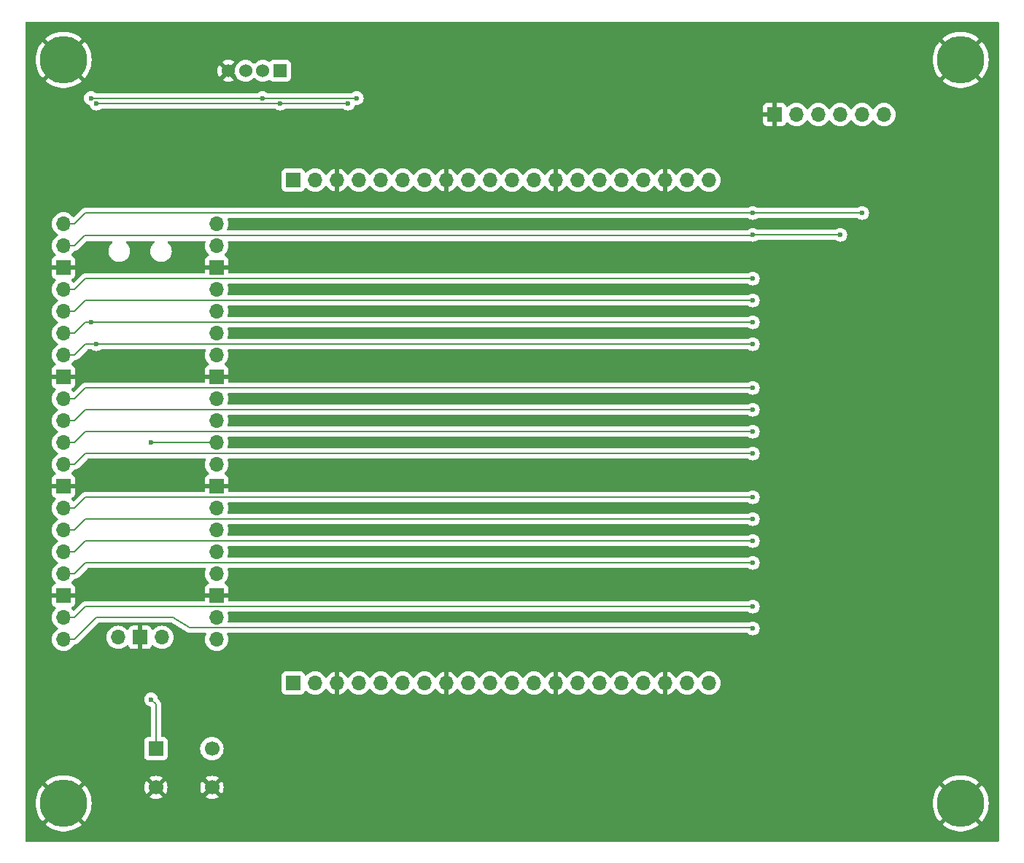
<source format=gbl>
G04 #@! TF.GenerationSoftware,KiCad,Pcbnew,7.0.11-7.0.11~ubuntu22.04.1*
G04 #@! TF.CreationDate,2024-10-29T07:47:49+09:00*
G04 #@! TF.ProjectId,Akashi-19,416b6173-6869-42d3-9139-2e6b69636164,rev?*
G04 #@! TF.SameCoordinates,Original*
G04 #@! TF.FileFunction,Copper,L2,Bot*
G04 #@! TF.FilePolarity,Positive*
%FSLAX46Y46*%
G04 Gerber Fmt 4.6, Leading zero omitted, Abs format (unit mm)*
G04 Created by KiCad (PCBNEW 7.0.11-7.0.11~ubuntu22.04.1) date 2024-10-29 07:47:49*
%MOMM*%
%LPD*%
G01*
G04 APERTURE LIST*
G04 #@! TA.AperFunction,ComponentPad*
%ADD10C,5.500000*%
G04 #@! TD*
G04 #@! TA.AperFunction,ComponentPad*
%ADD11R,1.700000X1.700000*%
G04 #@! TD*
G04 #@! TA.AperFunction,ComponentPad*
%ADD12O,1.700000X1.700000*%
G04 #@! TD*
G04 #@! TA.AperFunction,ComponentPad*
%ADD13C,1.700000*%
G04 #@! TD*
G04 #@! TA.AperFunction,ComponentPad*
%ADD14R,1.524000X1.524000*%
G04 #@! TD*
G04 #@! TA.AperFunction,ComponentPad*
%ADD15C,1.524000*%
G04 #@! TD*
G04 #@! TA.AperFunction,ViaPad*
%ADD16C,0.600000*%
G04 #@! TD*
G04 #@! TA.AperFunction,Conductor*
%ADD17C,0.200000*%
G04 #@! TD*
G04 APERTURE END LIST*
D10*
X207010000Y-57150000D03*
X102870000Y-57150000D03*
X102870000Y-143510000D03*
X207010000Y-143510000D03*
D11*
X129540000Y-129540000D03*
D12*
X132080000Y-129540000D03*
X134620000Y-129540000D03*
X137160000Y-129540000D03*
X139700000Y-129540000D03*
X142240000Y-129540000D03*
X144780000Y-129540000D03*
X147320000Y-129540000D03*
X149860000Y-129540000D03*
X152400000Y-129540000D03*
X154940000Y-129540000D03*
X157480000Y-129540000D03*
X160020000Y-129540000D03*
X162560000Y-129540000D03*
X165100000Y-129540000D03*
X167640000Y-129540000D03*
X170180000Y-129540000D03*
X172720000Y-129540000D03*
X175260000Y-129540000D03*
X177800000Y-129540000D03*
D11*
X113590000Y-137160000D03*
D13*
X120090000Y-137160000D03*
X113590000Y-141660000D03*
X120090000Y-141660000D03*
D11*
X129540000Y-71120000D03*
D12*
X132080000Y-71120000D03*
X134620000Y-71120000D03*
X137160000Y-71120000D03*
X139700000Y-71120000D03*
X142240000Y-71120000D03*
X144780000Y-71120000D03*
X147320000Y-71120000D03*
X149860000Y-71120000D03*
X152400000Y-71120000D03*
X154940000Y-71120000D03*
X157480000Y-71120000D03*
X160020000Y-71120000D03*
X162560000Y-71120000D03*
X165100000Y-71120000D03*
X167640000Y-71120000D03*
X170180000Y-71120000D03*
X172720000Y-71120000D03*
X175260000Y-71120000D03*
X177800000Y-71120000D03*
X102870000Y-76200000D03*
X102870000Y-78740000D03*
D11*
X102870000Y-81280000D03*
D12*
X102870000Y-83820000D03*
X102870000Y-86360000D03*
X102870000Y-88900000D03*
X102870000Y-91440000D03*
D11*
X102870000Y-93980000D03*
D12*
X102870000Y-96520000D03*
X102870000Y-99060000D03*
X102870000Y-101600000D03*
X102870000Y-104140000D03*
D11*
X102870000Y-106680000D03*
D12*
X102870000Y-109220000D03*
X102870000Y-111760000D03*
X102870000Y-114300000D03*
X102870000Y-116840000D03*
D11*
X102870000Y-119380000D03*
D12*
X102870000Y-121920000D03*
X102870000Y-124460000D03*
X120650000Y-124460000D03*
X120650000Y-121920000D03*
D11*
X120650000Y-119380000D03*
D12*
X120650000Y-116840000D03*
X120650000Y-114300000D03*
X120650000Y-111760000D03*
X120650000Y-109220000D03*
D11*
X120650000Y-106680000D03*
D12*
X120650000Y-104140000D03*
X120650000Y-101600000D03*
X120650000Y-99060000D03*
X120650000Y-96520000D03*
D11*
X120650000Y-93980000D03*
D12*
X120650000Y-91440000D03*
X120650000Y-88900000D03*
X120650000Y-86360000D03*
X120650000Y-83820000D03*
D11*
X120650000Y-81280000D03*
D12*
X120650000Y-78740000D03*
X120650000Y-76200000D03*
X109220000Y-124230000D03*
D11*
X111760000Y-124230000D03*
D12*
X114300000Y-124230000D03*
D11*
X185420000Y-63500000D03*
D12*
X187960000Y-63500000D03*
X190500000Y-63500000D03*
X193040000Y-63500000D03*
X195580000Y-63500000D03*
X198120000Y-63500000D03*
D14*
X128000000Y-58420000D03*
D15*
X126000000Y-58420000D03*
X124000000Y-58420000D03*
X122000000Y-58420000D03*
D16*
X135890000Y-62230000D03*
X106680000Y-90170000D03*
X106680000Y-62230000D03*
X128000000Y-62230000D03*
X182880000Y-90170000D03*
X125984000Y-61595000D03*
X136906000Y-61595000D03*
X106045000Y-61595000D03*
X106045000Y-87630000D03*
X182880000Y-87630000D03*
X182880000Y-82550000D03*
X182880000Y-74930000D03*
X195580000Y-74930000D03*
X113030000Y-131445000D03*
X113030000Y-101600000D03*
X107950000Y-81280000D03*
X182880000Y-85090000D03*
X182880000Y-95250000D03*
X182880000Y-97790000D03*
X182880000Y-100330000D03*
X182880000Y-102870000D03*
X182880000Y-107950000D03*
X182880000Y-110490000D03*
X182880000Y-113030000D03*
X182880000Y-115570000D03*
X182880000Y-120650000D03*
X182880000Y-123190000D03*
X182880000Y-77470000D03*
X193040000Y-77470000D03*
D17*
X105410000Y-90170000D02*
X104140000Y-91440000D01*
X129540000Y-62230000D02*
X135890000Y-62230000D01*
X127635000Y-62230000D02*
X129540000Y-62230000D01*
X182880000Y-90170000D02*
X105410000Y-90170000D01*
X104140000Y-91440000D02*
X102870000Y-91440000D01*
X127635000Y-62230000D02*
X106680000Y-62230000D01*
X102870000Y-88900000D02*
X104140000Y-88900000D01*
X104140000Y-88900000D02*
X105410000Y-87630000D01*
X106045000Y-61595000D02*
X125730000Y-61595000D01*
X105410000Y-87630000D02*
X182880000Y-87630000D01*
X125730000Y-61595000D02*
X136906000Y-61595000D01*
X105410000Y-82550000D02*
X104140000Y-83820000D01*
X104140000Y-83820000D02*
X102870000Y-83820000D01*
X182880000Y-82550000D02*
X105410000Y-82550000D01*
X195580000Y-74930000D02*
X193040000Y-74930000D01*
X182880000Y-74930000D02*
X105410000Y-74930000D01*
X104140000Y-76200000D02*
X105410000Y-74930000D01*
X102870000Y-76200000D02*
X104140000Y-76200000D01*
X193040000Y-74930000D02*
X182880000Y-74930000D01*
X113030000Y-101600000D02*
X119380000Y-101600000D01*
X119380000Y-101600000D02*
X120650000Y-101600000D01*
X113590000Y-132005000D02*
X113590000Y-137160000D01*
X113030000Y-131445000D02*
X113590000Y-132005000D01*
X105410000Y-85090000D02*
X104140000Y-86360000D01*
X104140000Y-86360000D02*
X102870000Y-86360000D01*
X182880000Y-85090000D02*
X105410000Y-85090000D01*
X182880000Y-95250000D02*
X105410000Y-95250000D01*
X104140000Y-96520000D02*
X102870000Y-96520000D01*
X105410000Y-95250000D02*
X104140000Y-96520000D01*
X105410000Y-97790000D02*
X182880000Y-97790000D01*
X104140000Y-99060000D02*
X105410000Y-97790000D01*
X102870000Y-99060000D02*
X104140000Y-99060000D01*
X102870000Y-101600000D02*
X104140000Y-101600000D01*
X104140000Y-101600000D02*
X105410000Y-100330000D01*
X105410000Y-100330000D02*
X182880000Y-100330000D01*
X104140000Y-104140000D02*
X102870000Y-104140000D01*
X105410000Y-102870000D02*
X104140000Y-104140000D01*
X182880000Y-102870000D02*
X105410000Y-102870000D01*
X105410000Y-107950000D02*
X104140000Y-109220000D01*
X182880000Y-107950000D02*
X105410000Y-107950000D01*
X104140000Y-109220000D02*
X102870000Y-109220000D01*
X104140000Y-111760000D02*
X105410000Y-110490000D01*
X105410000Y-110490000D02*
X182880000Y-110490000D01*
X102870000Y-111760000D02*
X104140000Y-111760000D01*
X102870000Y-114300000D02*
X104140000Y-114300000D01*
X105410000Y-113030000D02*
X182880000Y-113030000D01*
X104140000Y-114300000D02*
X105410000Y-113030000D01*
X182880000Y-115570000D02*
X105410000Y-115570000D01*
X104140000Y-116840000D02*
X102870000Y-116840000D01*
X105410000Y-115570000D02*
X104140000Y-116840000D01*
X105410000Y-120650000D02*
X104140000Y-121920000D01*
X182880000Y-120650000D02*
X105410000Y-120650000D01*
X104140000Y-121920000D02*
X102870000Y-121920000D01*
X106680000Y-121920000D02*
X104140000Y-124460000D01*
X182770000Y-123080000D02*
X117475000Y-123080000D01*
X115570000Y-121920000D02*
X106680000Y-121920000D01*
X117475000Y-123080000D02*
X115570000Y-121920000D01*
X104140000Y-124460000D02*
X102870000Y-124460000D01*
X182880000Y-123190000D02*
X182770000Y-123080000D01*
X105300000Y-77580000D02*
X104140000Y-78740000D01*
X104140000Y-78740000D02*
X102870000Y-78740000D01*
X193040000Y-77470000D02*
X190500000Y-77470000D01*
X190500000Y-77470000D02*
X182880000Y-77470000D01*
X182880000Y-77470000D02*
X182770000Y-77580000D01*
X182770000Y-77580000D02*
X105300000Y-77580000D01*
G04 #@! TA.AperFunction,Conductor*
G36*
X119344479Y-116190185D02*
G01*
X119390234Y-116242989D01*
X119400178Y-116312147D01*
X119389823Y-116346900D01*
X119385875Y-116355369D01*
X119376096Y-116376340D01*
X119376094Y-116376344D01*
X119314938Y-116604586D01*
X119314936Y-116604596D01*
X119294341Y-116839999D01*
X119294341Y-116840000D01*
X119314936Y-117075403D01*
X119314938Y-117075413D01*
X119376094Y-117303655D01*
X119376097Y-117303663D01*
X119475965Y-117517830D01*
X119475967Y-117517834D01*
X119584281Y-117672521D01*
X119611501Y-117711396D01*
X119611506Y-117711402D01*
X119733818Y-117833714D01*
X119767303Y-117895037D01*
X119762319Y-117964729D01*
X119720447Y-118020662D01*
X119689471Y-118037577D01*
X119557912Y-118086646D01*
X119557906Y-118086649D01*
X119442812Y-118172809D01*
X119442809Y-118172812D01*
X119356649Y-118287906D01*
X119356645Y-118287913D01*
X119306403Y-118422620D01*
X119306401Y-118422627D01*
X119300000Y-118482155D01*
X119300000Y-119130000D01*
X120204428Y-119130000D01*
X120181318Y-119165960D01*
X120140000Y-119306673D01*
X120140000Y-119453327D01*
X120181318Y-119594040D01*
X120204428Y-119630000D01*
X119300000Y-119630000D01*
X119300000Y-119925500D01*
X119280315Y-119992539D01*
X119227511Y-120038294D01*
X119176000Y-120049500D01*
X105457487Y-120049500D01*
X105441302Y-120048439D01*
X105410000Y-120044318D01*
X105370639Y-120049500D01*
X105253239Y-120064955D01*
X105253237Y-120064956D01*
X105107157Y-120125464D01*
X104981718Y-120221716D01*
X104962489Y-120246775D01*
X104951798Y-120258965D01*
X104117459Y-121093304D01*
X104056136Y-121126789D01*
X103986444Y-121121805D01*
X103930511Y-121079933D01*
X103928235Y-121076791D01*
X103908495Y-121048599D01*
X103786179Y-120926283D01*
X103752696Y-120864963D01*
X103757680Y-120795271D01*
X103799551Y-120739337D01*
X103830529Y-120722422D01*
X103962086Y-120673354D01*
X103962093Y-120673350D01*
X104077187Y-120587190D01*
X104077190Y-120587187D01*
X104163350Y-120472093D01*
X104163354Y-120472086D01*
X104213596Y-120337379D01*
X104213598Y-120337372D01*
X104219999Y-120277844D01*
X104220000Y-120277827D01*
X104220000Y-119630000D01*
X103315572Y-119630000D01*
X103338682Y-119594040D01*
X103380000Y-119453327D01*
X103380000Y-119306673D01*
X103338682Y-119165960D01*
X103315572Y-119130000D01*
X104220000Y-119130000D01*
X104220000Y-118482172D01*
X104219999Y-118482155D01*
X104213598Y-118422627D01*
X104213596Y-118422620D01*
X104163354Y-118287913D01*
X104163350Y-118287906D01*
X104077190Y-118172812D01*
X104077187Y-118172809D01*
X103962093Y-118086649D01*
X103962088Y-118086646D01*
X103830528Y-118037577D01*
X103774595Y-117995705D01*
X103750178Y-117930241D01*
X103765030Y-117861968D01*
X103786175Y-117833720D01*
X103908495Y-117711401D01*
X104044035Y-117517830D01*
X104044851Y-117516079D01*
X104045416Y-117515438D01*
X104046743Y-117513140D01*
X104047204Y-117513406D01*
X104091022Y-117463640D01*
X104141049Y-117445544D01*
X104184754Y-117439790D01*
X104296762Y-117425044D01*
X104442841Y-117364536D01*
X104522172Y-117303663D01*
X104568282Y-117268282D01*
X104587510Y-117243222D01*
X104598189Y-117231044D01*
X105622416Y-116206819D01*
X105683739Y-116173334D01*
X105710097Y-116170500D01*
X119277440Y-116170500D01*
X119344479Y-116190185D01*
G37*
G04 #@! TD.AperFunction*
G04 #@! TA.AperFunction,Conductor*
G36*
X119344479Y-103490185D02*
G01*
X119390234Y-103542989D01*
X119400178Y-103612147D01*
X119389823Y-103646900D01*
X119385875Y-103655369D01*
X119376096Y-103676340D01*
X119376094Y-103676344D01*
X119314938Y-103904586D01*
X119314936Y-103904596D01*
X119294341Y-104139999D01*
X119294341Y-104140000D01*
X119314936Y-104375403D01*
X119314938Y-104375413D01*
X119376094Y-104603655D01*
X119376097Y-104603663D01*
X119475965Y-104817830D01*
X119475967Y-104817834D01*
X119584281Y-104972521D01*
X119611501Y-105011396D01*
X119611506Y-105011402D01*
X119733818Y-105133714D01*
X119767303Y-105195037D01*
X119762319Y-105264729D01*
X119720447Y-105320662D01*
X119689471Y-105337577D01*
X119557912Y-105386646D01*
X119557906Y-105386649D01*
X119442812Y-105472809D01*
X119442809Y-105472812D01*
X119356649Y-105587906D01*
X119356645Y-105587913D01*
X119306403Y-105722620D01*
X119306401Y-105722627D01*
X119300000Y-105782155D01*
X119300000Y-106430000D01*
X120204428Y-106430000D01*
X120181318Y-106465960D01*
X120140000Y-106606673D01*
X120140000Y-106753327D01*
X120181318Y-106894040D01*
X120204428Y-106930000D01*
X119300000Y-106930000D01*
X119300000Y-107225500D01*
X119280315Y-107292539D01*
X119227511Y-107338294D01*
X119176000Y-107349500D01*
X105457487Y-107349500D01*
X105441302Y-107348439D01*
X105410000Y-107344318D01*
X105370639Y-107349500D01*
X105253239Y-107364955D01*
X105253237Y-107364956D01*
X105107157Y-107425464D01*
X104981718Y-107521716D01*
X104962489Y-107546775D01*
X104951798Y-107558965D01*
X104117459Y-108393304D01*
X104056136Y-108426789D01*
X103986444Y-108421805D01*
X103930511Y-108379933D01*
X103928235Y-108376791D01*
X103908495Y-108348599D01*
X103786179Y-108226283D01*
X103752696Y-108164963D01*
X103757680Y-108095271D01*
X103799551Y-108039337D01*
X103830529Y-108022422D01*
X103962086Y-107973354D01*
X103962093Y-107973350D01*
X104077187Y-107887190D01*
X104077190Y-107887187D01*
X104163350Y-107772093D01*
X104163354Y-107772086D01*
X104213596Y-107637379D01*
X104213598Y-107637372D01*
X104219999Y-107577844D01*
X104220000Y-107577827D01*
X104220000Y-106930000D01*
X103315572Y-106930000D01*
X103338682Y-106894040D01*
X103380000Y-106753327D01*
X103380000Y-106606673D01*
X103338682Y-106465960D01*
X103315572Y-106430000D01*
X104220000Y-106430000D01*
X104220000Y-105782172D01*
X104219999Y-105782155D01*
X104213598Y-105722627D01*
X104213596Y-105722620D01*
X104163354Y-105587913D01*
X104163350Y-105587906D01*
X104077190Y-105472812D01*
X104077187Y-105472809D01*
X103962093Y-105386649D01*
X103962088Y-105386646D01*
X103830528Y-105337577D01*
X103774595Y-105295705D01*
X103750178Y-105230241D01*
X103765030Y-105161968D01*
X103786175Y-105133720D01*
X103908495Y-105011401D01*
X104044035Y-104817830D01*
X104044851Y-104816079D01*
X104045416Y-104815438D01*
X104046743Y-104813140D01*
X104047204Y-104813406D01*
X104091022Y-104763640D01*
X104141049Y-104745544D01*
X104184754Y-104739790D01*
X104296762Y-104725044D01*
X104442841Y-104664536D01*
X104522172Y-104603663D01*
X104568282Y-104568282D01*
X104587510Y-104543222D01*
X104598189Y-104531044D01*
X105622416Y-103506819D01*
X105683739Y-103473334D01*
X105710097Y-103470500D01*
X119277440Y-103470500D01*
X119344479Y-103490185D01*
G37*
G04 #@! TD.AperFunction*
G04 #@! TA.AperFunction,Conductor*
G36*
X106164627Y-90790185D02*
G01*
X106174903Y-90797555D01*
X106177736Y-90799814D01*
X106177738Y-90799816D01*
X106330478Y-90895789D01*
X106476562Y-90946906D01*
X106500745Y-90955368D01*
X106500750Y-90955369D01*
X106679996Y-90975565D01*
X106680000Y-90975565D01*
X106680004Y-90975565D01*
X106859249Y-90955369D01*
X106859252Y-90955368D01*
X106859255Y-90955368D01*
X107029522Y-90895789D01*
X107182262Y-90799816D01*
X107182267Y-90799810D01*
X107185097Y-90797555D01*
X107187275Y-90796665D01*
X107188158Y-90796111D01*
X107188255Y-90796265D01*
X107249783Y-90771145D01*
X107262412Y-90770500D01*
X119277440Y-90770500D01*
X119344479Y-90790185D01*
X119390234Y-90842989D01*
X119400178Y-90912147D01*
X119389823Y-90946900D01*
X119385875Y-90955369D01*
X119376096Y-90976340D01*
X119376094Y-90976344D01*
X119314938Y-91204586D01*
X119314936Y-91204596D01*
X119294341Y-91439999D01*
X119294341Y-91440000D01*
X119314936Y-91675403D01*
X119314938Y-91675413D01*
X119376094Y-91903655D01*
X119376097Y-91903663D01*
X119475965Y-92117830D01*
X119475967Y-92117834D01*
X119584281Y-92272521D01*
X119611501Y-92311396D01*
X119611506Y-92311402D01*
X119733818Y-92433714D01*
X119767303Y-92495037D01*
X119762319Y-92564729D01*
X119720447Y-92620662D01*
X119689471Y-92637577D01*
X119557912Y-92686646D01*
X119557906Y-92686649D01*
X119442812Y-92772809D01*
X119442809Y-92772812D01*
X119356649Y-92887906D01*
X119356645Y-92887913D01*
X119306403Y-93022620D01*
X119306401Y-93022627D01*
X119300000Y-93082155D01*
X119300000Y-93730000D01*
X120204428Y-93730000D01*
X120181318Y-93765960D01*
X120140000Y-93906673D01*
X120140000Y-94053327D01*
X120181318Y-94194040D01*
X120204428Y-94230000D01*
X119300000Y-94230000D01*
X119300000Y-94525500D01*
X119280315Y-94592539D01*
X119227511Y-94638294D01*
X119176000Y-94649500D01*
X105457487Y-94649500D01*
X105441302Y-94648439D01*
X105410000Y-94644318D01*
X105370639Y-94649500D01*
X105253239Y-94664955D01*
X105253237Y-94664956D01*
X105107157Y-94725464D01*
X104981718Y-94821716D01*
X104962489Y-94846775D01*
X104951798Y-94858965D01*
X104117459Y-95693304D01*
X104056136Y-95726789D01*
X103986444Y-95721805D01*
X103930511Y-95679933D01*
X103928235Y-95676791D01*
X103908495Y-95648599D01*
X103786179Y-95526283D01*
X103752696Y-95464963D01*
X103757680Y-95395271D01*
X103799551Y-95339337D01*
X103830529Y-95322422D01*
X103962086Y-95273354D01*
X103962093Y-95273350D01*
X104077187Y-95187190D01*
X104077190Y-95187187D01*
X104163350Y-95072093D01*
X104163354Y-95072086D01*
X104213596Y-94937379D01*
X104213598Y-94937372D01*
X104219999Y-94877844D01*
X104220000Y-94877827D01*
X104220000Y-94230000D01*
X103315572Y-94230000D01*
X103338682Y-94194040D01*
X103380000Y-94053327D01*
X103380000Y-93906673D01*
X103338682Y-93765960D01*
X103315572Y-93730000D01*
X104220000Y-93730000D01*
X104220000Y-93082172D01*
X104219999Y-93082155D01*
X104213598Y-93022627D01*
X104213596Y-93022620D01*
X104163354Y-92887913D01*
X104163350Y-92887906D01*
X104077190Y-92772812D01*
X104077187Y-92772809D01*
X103962093Y-92686649D01*
X103962088Y-92686646D01*
X103830528Y-92637577D01*
X103774595Y-92595705D01*
X103750178Y-92530241D01*
X103765030Y-92461968D01*
X103786175Y-92433720D01*
X103908495Y-92311401D01*
X104044035Y-92117830D01*
X104044851Y-92116079D01*
X104045416Y-92115438D01*
X104046743Y-92113140D01*
X104047204Y-92113406D01*
X104091022Y-92063640D01*
X104141049Y-92045544D01*
X104184754Y-92039790D01*
X104296762Y-92025044D01*
X104442841Y-91964536D01*
X104522172Y-91903663D01*
X104568282Y-91868282D01*
X104587510Y-91843222D01*
X104598189Y-91831044D01*
X105622416Y-90806819D01*
X105683739Y-90773334D01*
X105710097Y-90770500D01*
X106097588Y-90770500D01*
X106164627Y-90790185D01*
G37*
G04 #@! TD.AperFunction*
G04 #@! TA.AperFunction,Conductor*
G36*
X108514160Y-78200185D02*
G01*
X108559915Y-78252989D01*
X108569859Y-78322147D01*
X108540834Y-78385703D01*
X108531880Y-78394514D01*
X108531946Y-78394580D01*
X108527241Y-78399284D01*
X108512461Y-78411906D01*
X108508928Y-78414472D01*
X108508921Y-78414478D01*
X108441847Y-78484632D01*
X108439903Y-78486619D01*
X108373404Y-78553119D01*
X108373402Y-78553121D01*
X108370711Y-78556965D01*
X108358773Y-78571521D01*
X108353368Y-78577174D01*
X108333253Y-78607647D01*
X108301750Y-78655369D01*
X108299865Y-78658142D01*
X108247901Y-78732356D01*
X108247891Y-78732374D01*
X108244457Y-78739738D01*
X108235572Y-78755628D01*
X108229363Y-78765034D01*
X108193893Y-78848020D01*
X108192254Y-78851688D01*
X108155426Y-78930664D01*
X108155424Y-78930671D01*
X108152425Y-78941860D01*
X108146681Y-78958475D01*
X108140899Y-78972005D01*
X108140896Y-78972014D01*
X108121576Y-79056659D01*
X108120460Y-79061158D01*
X108098793Y-79142022D01*
X108097483Y-79156992D01*
X108094847Y-79173769D01*
X108090809Y-79191459D01*
X108090809Y-79191464D01*
X108087066Y-79274777D01*
X108086719Y-79280016D01*
X108079723Y-79359995D01*
X108079723Y-79360003D01*
X108081331Y-79378389D01*
X108081678Y-79394752D01*
X108080709Y-79416324D01*
X108080710Y-79416328D01*
X108080710Y-79416330D01*
X108080914Y-79417834D01*
X108091444Y-79495576D01*
X108092094Y-79501412D01*
X108098792Y-79577972D01*
X108098795Y-79577989D01*
X108104461Y-79599134D01*
X108107563Y-79614576D01*
X108110923Y-79639380D01*
X108110926Y-79639392D01*
X108134573Y-79712169D01*
X108136417Y-79718393D01*
X108155423Y-79789324D01*
X108155428Y-79789337D01*
X108166135Y-79812300D01*
X108171682Y-79826380D01*
X108180483Y-79853464D01*
X108215128Y-79917845D01*
X108218316Y-79924200D01*
X108247897Y-79987638D01*
X108247898Y-79987639D01*
X108264410Y-80011221D01*
X108272025Y-80023578D01*
X108287146Y-80051678D01*
X108287152Y-80051687D01*
X108330587Y-80106153D01*
X108335214Y-80112340D01*
X108360510Y-80148465D01*
X108373402Y-80166877D01*
X108373405Y-80166880D01*
X108396186Y-80189661D01*
X108405452Y-80200029D01*
X108427492Y-80227666D01*
X108477387Y-80271259D01*
X108483484Y-80276959D01*
X108528116Y-80321592D01*
X108528121Y-80321596D01*
X108528123Y-80321598D01*
X108529583Y-80322620D01*
X108557332Y-80342050D01*
X108567793Y-80350244D01*
X108597004Y-80375765D01*
X108597013Y-80375771D01*
X108650924Y-80407981D01*
X108658449Y-80412854D01*
X108707359Y-80447101D01*
X108707365Y-80447104D01*
X108742798Y-80463627D01*
X108753992Y-80469561D01*
X108790234Y-80491214D01*
X108790236Y-80491215D01*
X108835728Y-80508288D01*
X108845838Y-80512082D01*
X108854669Y-80515792D01*
X108898300Y-80536138D01*
X108905670Y-80539575D01*
X108905675Y-80539577D01*
X108946756Y-80550584D01*
X108958227Y-80554262D01*
X109000976Y-80570307D01*
X109056047Y-80580301D01*
X109065965Y-80582526D01*
X109117023Y-80596207D01*
X109162829Y-80600214D01*
X109174121Y-80601728D01*
X109222453Y-80610500D01*
X109274985Y-80610500D01*
X109285792Y-80610972D01*
X109334998Y-80615277D01*
X109335000Y-80615277D01*
X109385369Y-80610870D01*
X109390600Y-80610524D01*
X109391122Y-80610500D01*
X109391155Y-80610500D01*
X109444217Y-80605724D01*
X109445173Y-80605638D01*
X109445180Y-80605724D01*
X109445477Y-80605611D01*
X109552977Y-80596207D01*
X109552982Y-80596205D01*
X109555000Y-80596029D01*
X109557205Y-80595736D01*
X109559182Y-80595377D01*
X109559188Y-80595377D01*
X109662684Y-80566812D01*
X109663350Y-80566631D01*
X109764330Y-80539575D01*
X109764337Y-80539571D01*
X109768913Y-80537906D01*
X109774449Y-80536138D01*
X109776159Y-80535495D01*
X109776170Y-80535493D01*
X109869890Y-80490359D01*
X109871016Y-80489825D01*
X109962639Y-80447102D01*
X109962640Y-80447101D01*
X109967327Y-80444395D01*
X109967400Y-80444522D01*
X109978164Y-80438218D01*
X109978973Y-80437829D01*
X110060325Y-80378721D01*
X110061993Y-80377531D01*
X110141877Y-80321598D01*
X110142747Y-80320727D01*
X110157550Y-80308084D01*
X110161078Y-80305522D01*
X110228237Y-80235277D01*
X110230098Y-80233376D01*
X110296592Y-80166883D01*
X110296592Y-80166882D01*
X110296598Y-80166877D01*
X110299285Y-80163039D01*
X110311239Y-80148465D01*
X110316629Y-80142828D01*
X110316628Y-80142828D01*
X110316632Y-80142825D01*
X110368266Y-80064600D01*
X110370083Y-80061928D01*
X110422102Y-79987639D01*
X110425543Y-79980259D01*
X110434432Y-79964364D01*
X110440635Y-79954968D01*
X110476114Y-79871958D01*
X110477713Y-79868377D01*
X110514575Y-79789330D01*
X110517570Y-79778148D01*
X110523325Y-79761505D01*
X110529103Y-79747988D01*
X110548417Y-79663366D01*
X110549533Y-79658863D01*
X110571207Y-79577977D01*
X110572515Y-79563015D01*
X110575150Y-79546237D01*
X110579191Y-79528537D01*
X110582934Y-79445183D01*
X110583274Y-79440036D01*
X110590277Y-79360000D01*
X110588667Y-79341608D01*
X110588321Y-79325239D01*
X110588330Y-79325042D01*
X110589290Y-79303670D01*
X110578549Y-79224385D01*
X110577905Y-79218600D01*
X110571207Y-79142023D01*
X110565539Y-79120870D01*
X110562434Y-79105412D01*
X110559076Y-79080619D01*
X110559075Y-79080618D01*
X110559075Y-79080613D01*
X110535414Y-79007795D01*
X110533578Y-79001593D01*
X110514576Y-78930674D01*
X110514575Y-78930671D01*
X110514575Y-78930670D01*
X110503863Y-78907699D01*
X110498317Y-78893618D01*
X110489519Y-78866541D01*
X110489517Y-78866537D01*
X110489517Y-78866536D01*
X110454869Y-78802149D01*
X110451681Y-78795794D01*
X110429398Y-78748009D01*
X110422102Y-78732362D01*
X110405592Y-78708785D01*
X110397976Y-78696425D01*
X110382852Y-78668319D01*
X110339398Y-78613830D01*
X110334785Y-78607661D01*
X110296598Y-78553123D01*
X110273804Y-78530329D01*
X110264545Y-78519968D01*
X110242508Y-78492334D01*
X110235967Y-78486619D01*
X110192611Y-78448739D01*
X110186514Y-78443039D01*
X110138048Y-78394572D01*
X110139162Y-78393457D01*
X110104473Y-78341325D01*
X110103361Y-78271464D01*
X110140194Y-78212092D01*
X110203280Y-78182059D01*
X110222879Y-78180500D01*
X113297121Y-78180500D01*
X113364160Y-78200185D01*
X113409915Y-78252989D01*
X113419859Y-78322147D01*
X113390834Y-78385703D01*
X113381880Y-78394514D01*
X113381946Y-78394580D01*
X113377241Y-78399284D01*
X113362461Y-78411906D01*
X113358928Y-78414472D01*
X113358921Y-78414478D01*
X113291847Y-78484632D01*
X113289903Y-78486619D01*
X113223404Y-78553119D01*
X113223402Y-78553121D01*
X113220711Y-78556965D01*
X113208773Y-78571521D01*
X113203368Y-78577174D01*
X113183253Y-78607647D01*
X113151750Y-78655369D01*
X113149865Y-78658142D01*
X113097901Y-78732356D01*
X113097891Y-78732374D01*
X113094457Y-78739738D01*
X113085572Y-78755628D01*
X113079363Y-78765034D01*
X113043893Y-78848020D01*
X113042254Y-78851688D01*
X113005426Y-78930664D01*
X113005424Y-78930671D01*
X113002425Y-78941860D01*
X112996681Y-78958475D01*
X112990899Y-78972005D01*
X112990896Y-78972014D01*
X112971576Y-79056659D01*
X112970460Y-79061158D01*
X112948793Y-79142022D01*
X112947483Y-79156992D01*
X112944847Y-79173769D01*
X112940809Y-79191459D01*
X112940809Y-79191464D01*
X112937066Y-79274777D01*
X112936719Y-79280016D01*
X112929723Y-79359995D01*
X112929723Y-79360003D01*
X112931331Y-79378389D01*
X112931678Y-79394752D01*
X112930709Y-79416324D01*
X112930710Y-79416328D01*
X112930710Y-79416330D01*
X112930914Y-79417834D01*
X112941444Y-79495576D01*
X112942094Y-79501412D01*
X112948792Y-79577972D01*
X112948795Y-79577989D01*
X112954461Y-79599134D01*
X112957563Y-79614576D01*
X112960923Y-79639380D01*
X112960926Y-79639392D01*
X112984573Y-79712169D01*
X112986417Y-79718393D01*
X113005423Y-79789324D01*
X113005428Y-79789337D01*
X113016135Y-79812300D01*
X113021682Y-79826380D01*
X113030483Y-79853464D01*
X113065128Y-79917845D01*
X113068316Y-79924200D01*
X113097897Y-79987638D01*
X113097898Y-79987639D01*
X113114410Y-80011221D01*
X113122025Y-80023578D01*
X113137146Y-80051678D01*
X113137152Y-80051687D01*
X113180587Y-80106153D01*
X113185214Y-80112340D01*
X113210510Y-80148465D01*
X113223402Y-80166877D01*
X113223405Y-80166880D01*
X113246186Y-80189661D01*
X113255452Y-80200029D01*
X113277492Y-80227666D01*
X113327387Y-80271259D01*
X113333484Y-80276959D01*
X113378116Y-80321592D01*
X113378121Y-80321596D01*
X113378123Y-80321598D01*
X113379583Y-80322620D01*
X113407332Y-80342050D01*
X113417793Y-80350244D01*
X113447004Y-80375765D01*
X113447013Y-80375771D01*
X113500924Y-80407981D01*
X113508449Y-80412854D01*
X113557359Y-80447101D01*
X113557365Y-80447104D01*
X113592798Y-80463627D01*
X113603992Y-80469561D01*
X113640234Y-80491214D01*
X113640236Y-80491215D01*
X113685728Y-80508288D01*
X113695838Y-80512082D01*
X113704669Y-80515792D01*
X113748300Y-80536138D01*
X113755670Y-80539575D01*
X113755675Y-80539577D01*
X113796756Y-80550584D01*
X113808227Y-80554262D01*
X113850976Y-80570307D01*
X113906047Y-80580301D01*
X113915965Y-80582526D01*
X113967023Y-80596207D01*
X114012829Y-80600214D01*
X114024121Y-80601728D01*
X114072453Y-80610500D01*
X114124985Y-80610500D01*
X114135792Y-80610972D01*
X114184998Y-80615277D01*
X114185000Y-80615277D01*
X114235369Y-80610870D01*
X114240600Y-80610524D01*
X114241122Y-80610500D01*
X114241155Y-80610500D01*
X114294217Y-80605724D01*
X114295173Y-80605638D01*
X114295180Y-80605724D01*
X114295477Y-80605611D01*
X114402977Y-80596207D01*
X114402982Y-80596205D01*
X114405000Y-80596029D01*
X114407205Y-80595736D01*
X114409182Y-80595377D01*
X114409188Y-80595377D01*
X114512684Y-80566812D01*
X114513350Y-80566631D01*
X114614330Y-80539575D01*
X114614337Y-80539571D01*
X114618913Y-80537906D01*
X114624449Y-80536138D01*
X114626159Y-80535495D01*
X114626170Y-80535493D01*
X114719890Y-80490359D01*
X114721016Y-80489825D01*
X114812639Y-80447102D01*
X114812640Y-80447101D01*
X114817327Y-80444395D01*
X114817400Y-80444522D01*
X114828164Y-80438218D01*
X114828973Y-80437829D01*
X114910325Y-80378721D01*
X114911993Y-80377531D01*
X114991877Y-80321598D01*
X114992747Y-80320727D01*
X115007550Y-80308084D01*
X115011078Y-80305522D01*
X115078237Y-80235277D01*
X115080098Y-80233376D01*
X115146592Y-80166883D01*
X115146592Y-80166882D01*
X115146598Y-80166877D01*
X115149285Y-80163039D01*
X115161239Y-80148465D01*
X115166629Y-80142828D01*
X115166628Y-80142828D01*
X115166632Y-80142825D01*
X115218266Y-80064600D01*
X115220083Y-80061928D01*
X115272102Y-79987639D01*
X115275543Y-79980259D01*
X115284432Y-79964364D01*
X115290635Y-79954968D01*
X115326114Y-79871958D01*
X115327713Y-79868377D01*
X115364575Y-79789330D01*
X115367570Y-79778148D01*
X115373325Y-79761505D01*
X115379103Y-79747988D01*
X115398417Y-79663366D01*
X115399533Y-79658863D01*
X115421207Y-79577977D01*
X115422515Y-79563015D01*
X115425150Y-79546237D01*
X115429191Y-79528537D01*
X115432934Y-79445183D01*
X115433274Y-79440036D01*
X115440277Y-79360000D01*
X115438667Y-79341608D01*
X115438321Y-79325239D01*
X115438330Y-79325042D01*
X115439290Y-79303670D01*
X115428549Y-79224385D01*
X115427905Y-79218600D01*
X115421207Y-79142023D01*
X115415539Y-79120870D01*
X115412434Y-79105412D01*
X115409076Y-79080619D01*
X115409075Y-79080618D01*
X115409075Y-79080613D01*
X115385414Y-79007795D01*
X115383578Y-79001593D01*
X115364576Y-78930674D01*
X115364575Y-78930671D01*
X115364575Y-78930670D01*
X115353863Y-78907699D01*
X115348317Y-78893618D01*
X115339519Y-78866541D01*
X115339517Y-78866537D01*
X115339517Y-78866536D01*
X115304869Y-78802149D01*
X115301681Y-78795794D01*
X115279398Y-78748009D01*
X115272102Y-78732362D01*
X115255592Y-78708785D01*
X115247976Y-78696425D01*
X115232852Y-78668319D01*
X115189398Y-78613830D01*
X115184785Y-78607661D01*
X115146598Y-78553123D01*
X115123804Y-78530329D01*
X115114545Y-78519968D01*
X115092508Y-78492334D01*
X115085967Y-78486619D01*
X115042611Y-78448739D01*
X115036514Y-78443039D01*
X114988048Y-78394572D01*
X114989162Y-78393457D01*
X114954473Y-78341325D01*
X114953361Y-78271464D01*
X114990194Y-78212092D01*
X115053280Y-78182059D01*
X115072879Y-78180500D01*
X119240176Y-78180500D01*
X119307215Y-78200185D01*
X119352970Y-78252989D01*
X119362914Y-78322147D01*
X119359951Y-78336593D01*
X119314938Y-78504586D01*
X119314936Y-78504596D01*
X119294341Y-78739999D01*
X119294341Y-78740000D01*
X119314936Y-78975403D01*
X119314938Y-78975413D01*
X119376094Y-79203655D01*
X119376097Y-79203663D01*
X119475965Y-79417830D01*
X119475967Y-79417834D01*
X119553483Y-79528537D01*
X119611501Y-79611396D01*
X119611506Y-79611402D01*
X119733818Y-79733714D01*
X119767303Y-79795037D01*
X119762319Y-79864729D01*
X119720447Y-79920662D01*
X119689471Y-79937577D01*
X119557912Y-79986646D01*
X119557906Y-79986649D01*
X119442812Y-80072809D01*
X119442809Y-80072812D01*
X119356649Y-80187906D01*
X119356645Y-80187913D01*
X119306403Y-80322620D01*
X119306401Y-80322627D01*
X119300000Y-80382155D01*
X119300000Y-81030000D01*
X120204428Y-81030000D01*
X120181318Y-81065960D01*
X120140000Y-81206673D01*
X120140000Y-81353327D01*
X120181318Y-81494040D01*
X120204428Y-81530000D01*
X119300000Y-81530000D01*
X119300000Y-81825500D01*
X119280315Y-81892539D01*
X119227511Y-81938294D01*
X119176000Y-81949500D01*
X105457487Y-81949500D01*
X105441302Y-81948439D01*
X105410000Y-81944318D01*
X105370639Y-81949500D01*
X105253239Y-81964955D01*
X105253237Y-81964956D01*
X105107157Y-82025464D01*
X104981718Y-82121716D01*
X104962489Y-82146775D01*
X104951798Y-82158965D01*
X104117459Y-82993304D01*
X104056136Y-83026789D01*
X103986444Y-83021805D01*
X103930511Y-82979933D01*
X103928235Y-82976791D01*
X103908495Y-82948599D01*
X103786179Y-82826283D01*
X103752696Y-82764963D01*
X103757680Y-82695271D01*
X103799551Y-82639337D01*
X103830529Y-82622422D01*
X103962086Y-82573354D01*
X103962093Y-82573350D01*
X104077187Y-82487190D01*
X104077190Y-82487187D01*
X104163350Y-82372093D01*
X104163354Y-82372086D01*
X104213596Y-82237379D01*
X104213598Y-82237372D01*
X104219999Y-82177844D01*
X104220000Y-82177827D01*
X104220000Y-81530000D01*
X103315572Y-81530000D01*
X103338682Y-81494040D01*
X103380000Y-81353327D01*
X103380000Y-81206673D01*
X103338682Y-81065960D01*
X103315572Y-81030000D01*
X104220000Y-81030000D01*
X104220000Y-80382172D01*
X104219999Y-80382155D01*
X104213598Y-80322627D01*
X104213596Y-80322620D01*
X104163354Y-80187913D01*
X104163350Y-80187906D01*
X104077190Y-80072812D01*
X104077187Y-80072809D01*
X103962093Y-79986649D01*
X103962088Y-79986646D01*
X103830528Y-79937577D01*
X103774595Y-79895705D01*
X103750178Y-79830241D01*
X103765030Y-79761968D01*
X103786175Y-79733720D01*
X103908495Y-79611401D01*
X104044035Y-79417830D01*
X104044851Y-79416079D01*
X104045416Y-79415438D01*
X104046743Y-79413140D01*
X104047204Y-79413406D01*
X104091022Y-79363640D01*
X104141049Y-79345544D01*
X104233010Y-79333437D01*
X104296762Y-79325044D01*
X104442841Y-79264536D01*
X104522172Y-79203663D01*
X104568282Y-79168282D01*
X104587510Y-79143222D01*
X104598189Y-79131044D01*
X105512416Y-78216819D01*
X105573739Y-78183334D01*
X105600097Y-78180500D01*
X108447121Y-78180500D01*
X108514160Y-78200185D01*
G37*
G04 #@! TD.AperFunction*
G04 #@! TA.AperFunction,Conductor*
G36*
X211398039Y-52724685D02*
G01*
X211443794Y-52777489D01*
X211455000Y-52829000D01*
X211455000Y-147831000D01*
X211435315Y-147898039D01*
X211382511Y-147943794D01*
X211331000Y-147955000D01*
X98549000Y-147955000D01*
X98481961Y-147935315D01*
X98436206Y-147882511D01*
X98425000Y-147831000D01*
X98425000Y-143510002D01*
X99615227Y-143510002D01*
X99634306Y-143861900D01*
X99634308Y-143861917D01*
X99691319Y-144209667D01*
X99691325Y-144209693D01*
X99785600Y-144549243D01*
X99785602Y-144549250D01*
X99916043Y-144876634D01*
X99916052Y-144876652D01*
X100081124Y-145188011D01*
X100278896Y-145479702D01*
X100401914Y-145624532D01*
X101572266Y-144454180D01*
X101735130Y-144644870D01*
X101925819Y-144807733D01*
X100752625Y-145980926D01*
X100752625Y-145980928D01*
X100762900Y-145990660D01*
X101043460Y-146203938D01*
X101043464Y-146203941D01*
X101345445Y-146385635D01*
X101665273Y-146533603D01*
X101999256Y-146646136D01*
X102343437Y-146721896D01*
X102693788Y-146759999D01*
X102693795Y-146760000D01*
X103046205Y-146760000D01*
X103046211Y-146759999D01*
X103396562Y-146721896D01*
X103740743Y-146646136D01*
X104074726Y-146533603D01*
X104394554Y-146385635D01*
X104696535Y-146203941D01*
X104696539Y-146203938D01*
X104977093Y-145990665D01*
X104977105Y-145990654D01*
X104987373Y-145980927D01*
X104987373Y-145980926D01*
X103814180Y-144807733D01*
X104004870Y-144644870D01*
X104167733Y-144454181D01*
X105338084Y-145624532D01*
X105338085Y-145624531D01*
X105461102Y-145479704D01*
X105658875Y-145188011D01*
X105823947Y-144876652D01*
X105823956Y-144876634D01*
X105954397Y-144549250D01*
X105954399Y-144549243D01*
X106048674Y-144209693D01*
X106048680Y-144209667D01*
X106105691Y-143861917D01*
X106105693Y-143861900D01*
X106124773Y-143510002D01*
X203755227Y-143510002D01*
X203774306Y-143861900D01*
X203774308Y-143861917D01*
X203831319Y-144209667D01*
X203831325Y-144209693D01*
X203925600Y-144549243D01*
X203925602Y-144549250D01*
X204056043Y-144876634D01*
X204056052Y-144876652D01*
X204221124Y-145188011D01*
X204418896Y-145479702D01*
X204541914Y-145624532D01*
X205712266Y-144454180D01*
X205875130Y-144644870D01*
X206065819Y-144807733D01*
X204892625Y-145980926D01*
X204892625Y-145980928D01*
X204902900Y-145990660D01*
X205183460Y-146203938D01*
X205183464Y-146203941D01*
X205485445Y-146385635D01*
X205805273Y-146533603D01*
X206139256Y-146646136D01*
X206483437Y-146721896D01*
X206833788Y-146759999D01*
X206833795Y-146760000D01*
X207186205Y-146760000D01*
X207186211Y-146759999D01*
X207536562Y-146721896D01*
X207880743Y-146646136D01*
X208214726Y-146533603D01*
X208534554Y-146385635D01*
X208836535Y-146203941D01*
X208836539Y-146203938D01*
X209117093Y-145990665D01*
X209117105Y-145990654D01*
X209127373Y-145980927D01*
X209127373Y-145980926D01*
X207954180Y-144807733D01*
X208144870Y-144644870D01*
X208307733Y-144454181D01*
X209478084Y-145624532D01*
X209478085Y-145624531D01*
X209601102Y-145479704D01*
X209798875Y-145188011D01*
X209963947Y-144876652D01*
X209963956Y-144876634D01*
X210094397Y-144549250D01*
X210094399Y-144549243D01*
X210188674Y-144209693D01*
X210188680Y-144209667D01*
X210245691Y-143861917D01*
X210245693Y-143861900D01*
X210264773Y-143510002D01*
X210264773Y-143509997D01*
X210245693Y-143158099D01*
X210245691Y-143158082D01*
X210188680Y-142810332D01*
X210188674Y-142810306D01*
X210094399Y-142470756D01*
X210094397Y-142470749D01*
X209963956Y-142143365D01*
X209963947Y-142143347D01*
X209798875Y-141831988D01*
X209601099Y-141540291D01*
X209478085Y-141395467D01*
X209478084Y-141395466D01*
X208307732Y-142565818D01*
X208144870Y-142375130D01*
X207954180Y-142212266D01*
X209127374Y-141039073D01*
X209127373Y-141039072D01*
X209117099Y-141029340D01*
X209117087Y-141029330D01*
X208836539Y-140816061D01*
X208836535Y-140816058D01*
X208534554Y-140634364D01*
X208214726Y-140486396D01*
X207880743Y-140373863D01*
X207536562Y-140298103D01*
X207186211Y-140260000D01*
X206833788Y-140260000D01*
X206483437Y-140298103D01*
X206139256Y-140373863D01*
X205805273Y-140486396D01*
X205485445Y-140634364D01*
X205183464Y-140816058D01*
X205183460Y-140816061D01*
X204902906Y-141029334D01*
X204892625Y-141039071D01*
X204892625Y-141039073D01*
X206065819Y-142212266D01*
X205875130Y-142375130D01*
X205712266Y-142565818D01*
X204541914Y-141395466D01*
X204541913Y-141395466D01*
X204418896Y-141540296D01*
X204221124Y-141831988D01*
X204056052Y-142143347D01*
X204056043Y-142143365D01*
X203925602Y-142470749D01*
X203925600Y-142470756D01*
X203831325Y-142810306D01*
X203831319Y-142810332D01*
X203774308Y-143158082D01*
X203774306Y-143158099D01*
X203755227Y-143509997D01*
X203755227Y-143510002D01*
X106124773Y-143510002D01*
X106124773Y-143509997D01*
X106105693Y-143158099D01*
X106105691Y-143158082D01*
X106048680Y-142810332D01*
X106048674Y-142810306D01*
X105954399Y-142470756D01*
X105954397Y-142470749D01*
X105823956Y-142143365D01*
X105823947Y-142143347D01*
X105658875Y-141831988D01*
X105542265Y-141660001D01*
X112234843Y-141660001D01*
X112255430Y-141895315D01*
X112255432Y-141895326D01*
X112316566Y-142123483D01*
X112316570Y-142123492D01*
X112416400Y-142337579D01*
X112416402Y-142337583D01*
X112475072Y-142421373D01*
X112475073Y-142421373D01*
X113106923Y-141789523D01*
X113130507Y-141869844D01*
X113208239Y-141990798D01*
X113316900Y-142084952D01*
X113447685Y-142144680D01*
X113457466Y-142146086D01*
X112828625Y-142774925D01*
X112912421Y-142833599D01*
X113126507Y-142933429D01*
X113126516Y-142933433D01*
X113354673Y-142994567D01*
X113354684Y-142994569D01*
X113589998Y-143015157D01*
X113590002Y-143015157D01*
X113825315Y-142994569D01*
X113825326Y-142994567D01*
X114053483Y-142933433D01*
X114053492Y-142933429D01*
X114267578Y-142833600D01*
X114267582Y-142833598D01*
X114351373Y-142774926D01*
X114351373Y-142774925D01*
X113722533Y-142146086D01*
X113732315Y-142144680D01*
X113863100Y-142084952D01*
X113971761Y-141990798D01*
X114049493Y-141869844D01*
X114073076Y-141789524D01*
X114704925Y-142421373D01*
X114704926Y-142421373D01*
X114763598Y-142337582D01*
X114763600Y-142337578D01*
X114863429Y-142123492D01*
X114863433Y-142123483D01*
X114924567Y-141895326D01*
X114924569Y-141895315D01*
X114945157Y-141660001D01*
X118734843Y-141660001D01*
X118755430Y-141895315D01*
X118755432Y-141895326D01*
X118816566Y-142123483D01*
X118816570Y-142123492D01*
X118916400Y-142337579D01*
X118916402Y-142337583D01*
X118975072Y-142421373D01*
X118975073Y-142421373D01*
X119606923Y-141789523D01*
X119630507Y-141869844D01*
X119708239Y-141990798D01*
X119816900Y-142084952D01*
X119947685Y-142144680D01*
X119957466Y-142146086D01*
X119328625Y-142774925D01*
X119412421Y-142833599D01*
X119626507Y-142933429D01*
X119626516Y-142933433D01*
X119854673Y-142994567D01*
X119854684Y-142994569D01*
X120089998Y-143015157D01*
X120090002Y-143015157D01*
X120325315Y-142994569D01*
X120325326Y-142994567D01*
X120553483Y-142933433D01*
X120553492Y-142933429D01*
X120767578Y-142833600D01*
X120767582Y-142833598D01*
X120851373Y-142774926D01*
X120851373Y-142774925D01*
X120222533Y-142146086D01*
X120232315Y-142144680D01*
X120363100Y-142084952D01*
X120471761Y-141990798D01*
X120549493Y-141869844D01*
X120573076Y-141789524D01*
X121204925Y-142421373D01*
X121204926Y-142421373D01*
X121263598Y-142337582D01*
X121263600Y-142337578D01*
X121363429Y-142123492D01*
X121363433Y-142123483D01*
X121424567Y-141895326D01*
X121424569Y-141895315D01*
X121445157Y-141660001D01*
X121445157Y-141659998D01*
X121424569Y-141424684D01*
X121424567Y-141424673D01*
X121363433Y-141196516D01*
X121363429Y-141196507D01*
X121263600Y-140982423D01*
X121263599Y-140982421D01*
X121204925Y-140898626D01*
X121204925Y-140898625D01*
X120573076Y-141530475D01*
X120549493Y-141450156D01*
X120471761Y-141329202D01*
X120363100Y-141235048D01*
X120232315Y-141175320D01*
X120222533Y-141173913D01*
X120851373Y-140545073D01*
X120851373Y-140545072D01*
X120767583Y-140486402D01*
X120767579Y-140486400D01*
X120553492Y-140386570D01*
X120553483Y-140386566D01*
X120325326Y-140325432D01*
X120325315Y-140325430D01*
X120090002Y-140304843D01*
X120089998Y-140304843D01*
X119854684Y-140325430D01*
X119854673Y-140325432D01*
X119626516Y-140386566D01*
X119626507Y-140386570D01*
X119412419Y-140486401D01*
X119328625Y-140545072D01*
X119957466Y-141173913D01*
X119947685Y-141175320D01*
X119816900Y-141235048D01*
X119708239Y-141329202D01*
X119630507Y-141450156D01*
X119606923Y-141530476D01*
X118975072Y-140898625D01*
X118916401Y-140982419D01*
X118816570Y-141196507D01*
X118816566Y-141196516D01*
X118755432Y-141424673D01*
X118755430Y-141424684D01*
X118734843Y-141659998D01*
X118734843Y-141660001D01*
X114945157Y-141660001D01*
X114945157Y-141659998D01*
X114924569Y-141424684D01*
X114924567Y-141424673D01*
X114863433Y-141196516D01*
X114863429Y-141196507D01*
X114763600Y-140982423D01*
X114763599Y-140982421D01*
X114704925Y-140898626D01*
X114704925Y-140898625D01*
X114073076Y-141530475D01*
X114049493Y-141450156D01*
X113971761Y-141329202D01*
X113863100Y-141235048D01*
X113732315Y-141175320D01*
X113722533Y-141173913D01*
X114351373Y-140545073D01*
X114351373Y-140545072D01*
X114267583Y-140486402D01*
X114267579Y-140486400D01*
X114053492Y-140386570D01*
X114053483Y-140386566D01*
X113825326Y-140325432D01*
X113825315Y-140325430D01*
X113590002Y-140304843D01*
X113589998Y-140304843D01*
X113354684Y-140325430D01*
X113354673Y-140325432D01*
X113126516Y-140386566D01*
X113126507Y-140386570D01*
X112912419Y-140486401D01*
X112828625Y-140545072D01*
X113457466Y-141173913D01*
X113447685Y-141175320D01*
X113316900Y-141235048D01*
X113208239Y-141329202D01*
X113130507Y-141450156D01*
X113106923Y-141530476D01*
X112475072Y-140898625D01*
X112416401Y-140982419D01*
X112316570Y-141196507D01*
X112316566Y-141196516D01*
X112255432Y-141424673D01*
X112255430Y-141424684D01*
X112234843Y-141659998D01*
X112234843Y-141660001D01*
X105542265Y-141660001D01*
X105461099Y-141540291D01*
X105338085Y-141395467D01*
X105338084Y-141395466D01*
X104167732Y-142565818D01*
X104004870Y-142375130D01*
X103814180Y-142212266D01*
X104987374Y-141039073D01*
X104987373Y-141039072D01*
X104977099Y-141029340D01*
X104977087Y-141029330D01*
X104696539Y-140816061D01*
X104696535Y-140816058D01*
X104394554Y-140634364D01*
X104074726Y-140486396D01*
X103740743Y-140373863D01*
X103396562Y-140298103D01*
X103046211Y-140260000D01*
X102693788Y-140260000D01*
X102343437Y-140298103D01*
X101999256Y-140373863D01*
X101665273Y-140486396D01*
X101345445Y-140634364D01*
X101043464Y-140816058D01*
X101043460Y-140816061D01*
X100762906Y-141029334D01*
X100752625Y-141039071D01*
X100752625Y-141039073D01*
X101925819Y-142212266D01*
X101735130Y-142375130D01*
X101572266Y-142565818D01*
X100401914Y-141395466D01*
X100401913Y-141395466D01*
X100278896Y-141540296D01*
X100081124Y-141831988D01*
X99916052Y-142143347D01*
X99916043Y-142143365D01*
X99785602Y-142470749D01*
X99785600Y-142470756D01*
X99691325Y-142810306D01*
X99691319Y-142810332D01*
X99634308Y-143158082D01*
X99634306Y-143158099D01*
X99615227Y-143509997D01*
X99615227Y-143510002D01*
X98425000Y-143510002D01*
X98425000Y-131445003D01*
X112224435Y-131445003D01*
X112244630Y-131624249D01*
X112244631Y-131624254D01*
X112304211Y-131794523D01*
X112400184Y-131947262D01*
X112527738Y-132074816D01*
X112680478Y-132170789D01*
X112850747Y-132230369D01*
X112879382Y-132233595D01*
X112943796Y-132260661D01*
X112983352Y-132318255D01*
X112989500Y-132356815D01*
X112989500Y-135685500D01*
X112969815Y-135752539D01*
X112917011Y-135798294D01*
X112865501Y-135809500D01*
X112692130Y-135809500D01*
X112692123Y-135809501D01*
X112632516Y-135815908D01*
X112497671Y-135866202D01*
X112497664Y-135866206D01*
X112382455Y-135952452D01*
X112382452Y-135952455D01*
X112296206Y-136067664D01*
X112296202Y-136067671D01*
X112245908Y-136202517D01*
X112239501Y-136262116D01*
X112239501Y-136262123D01*
X112239500Y-136262135D01*
X112239500Y-138057870D01*
X112239501Y-138057876D01*
X112245908Y-138117483D01*
X112296202Y-138252328D01*
X112296206Y-138252335D01*
X112382452Y-138367544D01*
X112382455Y-138367547D01*
X112497664Y-138453793D01*
X112497671Y-138453797D01*
X112632517Y-138504091D01*
X112632516Y-138504091D01*
X112639444Y-138504835D01*
X112692127Y-138510500D01*
X114487872Y-138510499D01*
X114547483Y-138504091D01*
X114682331Y-138453796D01*
X114797546Y-138367546D01*
X114883796Y-138252331D01*
X114934091Y-138117483D01*
X114940500Y-138057873D01*
X114940499Y-137160000D01*
X118734341Y-137160000D01*
X118754936Y-137395403D01*
X118754938Y-137395413D01*
X118816094Y-137623655D01*
X118816096Y-137623659D01*
X118816097Y-137623663D01*
X118915965Y-137837830D01*
X118915967Y-137837834D01*
X119024281Y-137992521D01*
X119051505Y-138031401D01*
X119218599Y-138198495D01*
X119315384Y-138266265D01*
X119412165Y-138334032D01*
X119412167Y-138334033D01*
X119412170Y-138334035D01*
X119626337Y-138433903D01*
X119854592Y-138495063D01*
X120031034Y-138510500D01*
X120089999Y-138515659D01*
X120090000Y-138515659D01*
X120090001Y-138515659D01*
X120148966Y-138510500D01*
X120325408Y-138495063D01*
X120553663Y-138433903D01*
X120767830Y-138334035D01*
X120961401Y-138198495D01*
X121128495Y-138031401D01*
X121264035Y-137837830D01*
X121363903Y-137623663D01*
X121425063Y-137395408D01*
X121445659Y-137160000D01*
X121425063Y-136924592D01*
X121363903Y-136696337D01*
X121264035Y-136482171D01*
X121128495Y-136288599D01*
X121128494Y-136288597D01*
X120961402Y-136121506D01*
X120961395Y-136121501D01*
X120767834Y-135985967D01*
X120767830Y-135985965D01*
X120767828Y-135985964D01*
X120553663Y-135886097D01*
X120553659Y-135886096D01*
X120553655Y-135886094D01*
X120325413Y-135824938D01*
X120325403Y-135824936D01*
X120090001Y-135804341D01*
X120089999Y-135804341D01*
X119854596Y-135824936D01*
X119854586Y-135824938D01*
X119626344Y-135886094D01*
X119626335Y-135886098D01*
X119412171Y-135985964D01*
X119412169Y-135985965D01*
X119218597Y-136121505D01*
X119051505Y-136288597D01*
X118915965Y-136482169D01*
X118915964Y-136482171D01*
X118816098Y-136696335D01*
X118816094Y-136696344D01*
X118754938Y-136924586D01*
X118754936Y-136924596D01*
X118734341Y-137159999D01*
X118734341Y-137160000D01*
X114940499Y-137160000D01*
X114940499Y-136262128D01*
X114934091Y-136202517D01*
X114883796Y-136067669D01*
X114883795Y-136067668D01*
X114883793Y-136067664D01*
X114797547Y-135952455D01*
X114797544Y-135952452D01*
X114682335Y-135866206D01*
X114682328Y-135866202D01*
X114547482Y-135815908D01*
X114547483Y-135815908D01*
X114487883Y-135809501D01*
X114487881Y-135809500D01*
X114487873Y-135809500D01*
X114487865Y-135809500D01*
X114314500Y-135809500D01*
X114247461Y-135789815D01*
X114201706Y-135737011D01*
X114190500Y-135685500D01*
X114190500Y-132052487D01*
X114191561Y-132036301D01*
X114195682Y-132004999D01*
X114195682Y-132004998D01*
X114175044Y-131848239D01*
X114175042Y-131848234D01*
X114114538Y-131702163D01*
X114114535Y-131702158D01*
X114042451Y-131608216D01*
X114042450Y-131608215D01*
X114028761Y-131590375D01*
X114018281Y-131576716D01*
X113993229Y-131557494D01*
X113981034Y-131546799D01*
X113860700Y-131426465D01*
X113827215Y-131365142D01*
X113825163Y-131352686D01*
X113815368Y-131265745D01*
X113755789Y-131095478D01*
X113659816Y-130942738D01*
X113532262Y-130815184D01*
X113529469Y-130813429D01*
X113379523Y-130719211D01*
X113209254Y-130659631D01*
X113209249Y-130659630D01*
X113030004Y-130639435D01*
X113029996Y-130639435D01*
X112850750Y-130659630D01*
X112850745Y-130659631D01*
X112680476Y-130719211D01*
X112527737Y-130815184D01*
X112400184Y-130942737D01*
X112304211Y-131095476D01*
X112244631Y-131265745D01*
X112244630Y-131265750D01*
X112224435Y-131444996D01*
X112224435Y-131445003D01*
X98425000Y-131445003D01*
X98425000Y-130437870D01*
X128189500Y-130437870D01*
X128189501Y-130437876D01*
X128195908Y-130497483D01*
X128246202Y-130632328D01*
X128246206Y-130632335D01*
X128332452Y-130747544D01*
X128332455Y-130747547D01*
X128447664Y-130833793D01*
X128447671Y-130833797D01*
X128582517Y-130884091D01*
X128582516Y-130884091D01*
X128589444Y-130884835D01*
X128642127Y-130890500D01*
X130437872Y-130890499D01*
X130497483Y-130884091D01*
X130632331Y-130833796D01*
X130747546Y-130747546D01*
X130833796Y-130632331D01*
X130882810Y-130500916D01*
X130924681Y-130444984D01*
X130990145Y-130420566D01*
X131058418Y-130435417D01*
X131086673Y-130456569D01*
X131208599Y-130578495D01*
X131295630Y-130639435D01*
X131402165Y-130714032D01*
X131402167Y-130714033D01*
X131402170Y-130714035D01*
X131616337Y-130813903D01*
X131616343Y-130813904D01*
X131616344Y-130813905D01*
X131671285Y-130828626D01*
X131844592Y-130875063D01*
X132021034Y-130890500D01*
X132079999Y-130895659D01*
X132080000Y-130895659D01*
X132080001Y-130895659D01*
X132138966Y-130890500D01*
X132315408Y-130875063D01*
X132543663Y-130813903D01*
X132757830Y-130714035D01*
X132951401Y-130578495D01*
X133118495Y-130411401D01*
X133248730Y-130225405D01*
X133303307Y-130181781D01*
X133372805Y-130174587D01*
X133435160Y-130206110D01*
X133451879Y-130225405D01*
X133581890Y-130411078D01*
X133748917Y-130578105D01*
X133942421Y-130713600D01*
X134156507Y-130813429D01*
X134156516Y-130813433D01*
X134370000Y-130870634D01*
X134370000Y-129975501D01*
X134477685Y-130024680D01*
X134584237Y-130040000D01*
X134655763Y-130040000D01*
X134762315Y-130024680D01*
X134870000Y-129975501D01*
X134870000Y-130870633D01*
X135083483Y-130813433D01*
X135083492Y-130813429D01*
X135297578Y-130713600D01*
X135491082Y-130578105D01*
X135658105Y-130411082D01*
X135788119Y-130225405D01*
X135842696Y-130181781D01*
X135912195Y-130174588D01*
X135974549Y-130206110D01*
X135991269Y-130225405D01*
X136121505Y-130411401D01*
X136288599Y-130578495D01*
X136375630Y-130639435D01*
X136482165Y-130714032D01*
X136482167Y-130714033D01*
X136482170Y-130714035D01*
X136696337Y-130813903D01*
X136696343Y-130813904D01*
X136696344Y-130813905D01*
X136751285Y-130828626D01*
X136924592Y-130875063D01*
X137101034Y-130890500D01*
X137159999Y-130895659D01*
X137160000Y-130895659D01*
X137160001Y-130895659D01*
X137218966Y-130890500D01*
X137395408Y-130875063D01*
X137623663Y-130813903D01*
X137837830Y-130714035D01*
X138031401Y-130578495D01*
X138198495Y-130411401D01*
X138328425Y-130225842D01*
X138383002Y-130182217D01*
X138452500Y-130175023D01*
X138514855Y-130206546D01*
X138531575Y-130225842D01*
X138661500Y-130411395D01*
X138661505Y-130411401D01*
X138828599Y-130578495D01*
X138915630Y-130639435D01*
X139022165Y-130714032D01*
X139022167Y-130714033D01*
X139022170Y-130714035D01*
X139236337Y-130813903D01*
X139236343Y-130813904D01*
X139236344Y-130813905D01*
X139291285Y-130828626D01*
X139464592Y-130875063D01*
X139641034Y-130890500D01*
X139699999Y-130895659D01*
X139700000Y-130895659D01*
X139700001Y-130895659D01*
X139758966Y-130890500D01*
X139935408Y-130875063D01*
X140163663Y-130813903D01*
X140377830Y-130714035D01*
X140571401Y-130578495D01*
X140738495Y-130411401D01*
X140868425Y-130225842D01*
X140923002Y-130182217D01*
X140992500Y-130175023D01*
X141054855Y-130206546D01*
X141071575Y-130225842D01*
X141201500Y-130411395D01*
X141201505Y-130411401D01*
X141368599Y-130578495D01*
X141455630Y-130639435D01*
X141562165Y-130714032D01*
X141562167Y-130714033D01*
X141562170Y-130714035D01*
X141776337Y-130813903D01*
X141776343Y-130813904D01*
X141776344Y-130813905D01*
X141831285Y-130828626D01*
X142004592Y-130875063D01*
X142181034Y-130890500D01*
X142239999Y-130895659D01*
X142240000Y-130895659D01*
X142240001Y-130895659D01*
X142298966Y-130890500D01*
X142475408Y-130875063D01*
X142703663Y-130813903D01*
X142917830Y-130714035D01*
X143111401Y-130578495D01*
X143278495Y-130411401D01*
X143408425Y-130225842D01*
X143463002Y-130182217D01*
X143532500Y-130175023D01*
X143594855Y-130206546D01*
X143611575Y-130225842D01*
X143741500Y-130411395D01*
X143741505Y-130411401D01*
X143908599Y-130578495D01*
X143995630Y-130639435D01*
X144102165Y-130714032D01*
X144102167Y-130714033D01*
X144102170Y-130714035D01*
X144316337Y-130813903D01*
X144316343Y-130813904D01*
X144316344Y-130813905D01*
X144371285Y-130828626D01*
X144544592Y-130875063D01*
X144721034Y-130890500D01*
X144779999Y-130895659D01*
X144780000Y-130895659D01*
X144780001Y-130895659D01*
X144838966Y-130890500D01*
X145015408Y-130875063D01*
X145243663Y-130813903D01*
X145457830Y-130714035D01*
X145651401Y-130578495D01*
X145818495Y-130411401D01*
X145948730Y-130225405D01*
X146003307Y-130181781D01*
X146072805Y-130174587D01*
X146135160Y-130206110D01*
X146151879Y-130225405D01*
X146281890Y-130411078D01*
X146448917Y-130578105D01*
X146642421Y-130713600D01*
X146856507Y-130813429D01*
X146856516Y-130813433D01*
X147070000Y-130870634D01*
X147070000Y-129975501D01*
X147177685Y-130024680D01*
X147284237Y-130040000D01*
X147355763Y-130040000D01*
X147462315Y-130024680D01*
X147570000Y-129975501D01*
X147570000Y-130870633D01*
X147783483Y-130813433D01*
X147783492Y-130813429D01*
X147997578Y-130713600D01*
X148191082Y-130578105D01*
X148358105Y-130411082D01*
X148488119Y-130225405D01*
X148542696Y-130181781D01*
X148612195Y-130174588D01*
X148674549Y-130206110D01*
X148691269Y-130225405D01*
X148821505Y-130411401D01*
X148988599Y-130578495D01*
X149075630Y-130639435D01*
X149182165Y-130714032D01*
X149182167Y-130714033D01*
X149182170Y-130714035D01*
X149396337Y-130813903D01*
X149396343Y-130813904D01*
X149396344Y-130813905D01*
X149451285Y-130828626D01*
X149624592Y-130875063D01*
X149801034Y-130890500D01*
X149859999Y-130895659D01*
X149860000Y-130895659D01*
X149860001Y-130895659D01*
X149918966Y-130890500D01*
X150095408Y-130875063D01*
X150323663Y-130813903D01*
X150537830Y-130714035D01*
X150731401Y-130578495D01*
X150898495Y-130411401D01*
X151028425Y-130225842D01*
X151083002Y-130182217D01*
X151152500Y-130175023D01*
X151214855Y-130206546D01*
X151231575Y-130225842D01*
X151361500Y-130411395D01*
X151361505Y-130411401D01*
X151528599Y-130578495D01*
X151615630Y-130639435D01*
X151722165Y-130714032D01*
X151722167Y-130714033D01*
X151722170Y-130714035D01*
X151936337Y-130813903D01*
X151936343Y-130813904D01*
X151936344Y-130813905D01*
X151991285Y-130828626D01*
X152164592Y-130875063D01*
X152341034Y-130890500D01*
X152399999Y-130895659D01*
X152400000Y-130895659D01*
X152400001Y-130895659D01*
X152458966Y-130890500D01*
X152635408Y-130875063D01*
X152863663Y-130813903D01*
X153077830Y-130714035D01*
X153271401Y-130578495D01*
X153438495Y-130411401D01*
X153568425Y-130225842D01*
X153623002Y-130182217D01*
X153692500Y-130175023D01*
X153754855Y-130206546D01*
X153771575Y-130225842D01*
X153901500Y-130411395D01*
X153901505Y-130411401D01*
X154068599Y-130578495D01*
X154155630Y-130639435D01*
X154262165Y-130714032D01*
X154262167Y-130714033D01*
X154262170Y-130714035D01*
X154476337Y-130813903D01*
X154476343Y-130813904D01*
X154476344Y-130813905D01*
X154531285Y-130828626D01*
X154704592Y-130875063D01*
X154881034Y-130890500D01*
X154939999Y-130895659D01*
X154940000Y-130895659D01*
X154940001Y-130895659D01*
X154998966Y-130890500D01*
X155175408Y-130875063D01*
X155403663Y-130813903D01*
X155617830Y-130714035D01*
X155811401Y-130578495D01*
X155978495Y-130411401D01*
X156108425Y-130225842D01*
X156163002Y-130182217D01*
X156232500Y-130175023D01*
X156294855Y-130206546D01*
X156311575Y-130225842D01*
X156441500Y-130411395D01*
X156441505Y-130411401D01*
X156608599Y-130578495D01*
X156695630Y-130639435D01*
X156802165Y-130714032D01*
X156802167Y-130714033D01*
X156802170Y-130714035D01*
X157016337Y-130813903D01*
X157016343Y-130813904D01*
X157016344Y-130813905D01*
X157071285Y-130828626D01*
X157244592Y-130875063D01*
X157421034Y-130890500D01*
X157479999Y-130895659D01*
X157480000Y-130895659D01*
X157480001Y-130895659D01*
X157538966Y-130890500D01*
X157715408Y-130875063D01*
X157943663Y-130813903D01*
X158157830Y-130714035D01*
X158351401Y-130578495D01*
X158518495Y-130411401D01*
X158648730Y-130225405D01*
X158703307Y-130181781D01*
X158772805Y-130174587D01*
X158835160Y-130206110D01*
X158851879Y-130225405D01*
X158981890Y-130411078D01*
X159148917Y-130578105D01*
X159342421Y-130713600D01*
X159556507Y-130813429D01*
X159556516Y-130813433D01*
X159770000Y-130870634D01*
X159770000Y-129975501D01*
X159877685Y-130024680D01*
X159984237Y-130040000D01*
X160055763Y-130040000D01*
X160162315Y-130024680D01*
X160270000Y-129975501D01*
X160270000Y-130870634D01*
X160483483Y-130813433D01*
X160483492Y-130813429D01*
X160697578Y-130713600D01*
X160891082Y-130578105D01*
X161058105Y-130411082D01*
X161188119Y-130225405D01*
X161242696Y-130181781D01*
X161312195Y-130174588D01*
X161374549Y-130206110D01*
X161391269Y-130225405D01*
X161521505Y-130411401D01*
X161688599Y-130578495D01*
X161775630Y-130639435D01*
X161882165Y-130714032D01*
X161882167Y-130714033D01*
X161882170Y-130714035D01*
X162096337Y-130813903D01*
X162096343Y-130813904D01*
X162096344Y-130813905D01*
X162151285Y-130828626D01*
X162324592Y-130875063D01*
X162501034Y-130890500D01*
X162559999Y-130895659D01*
X162560000Y-130895659D01*
X162560001Y-130895659D01*
X162618966Y-130890500D01*
X162795408Y-130875063D01*
X163023663Y-130813903D01*
X163237830Y-130714035D01*
X163431401Y-130578495D01*
X163598495Y-130411401D01*
X163728425Y-130225842D01*
X163783002Y-130182217D01*
X163852500Y-130175023D01*
X163914855Y-130206546D01*
X163931575Y-130225842D01*
X164061500Y-130411395D01*
X164061505Y-130411401D01*
X164228599Y-130578495D01*
X164315630Y-130639435D01*
X164422165Y-130714032D01*
X164422167Y-130714033D01*
X164422170Y-130714035D01*
X164636337Y-130813903D01*
X164636343Y-130813904D01*
X164636344Y-130813905D01*
X164691285Y-130828626D01*
X164864592Y-130875063D01*
X165041034Y-130890500D01*
X165099999Y-130895659D01*
X165100000Y-130895659D01*
X165100001Y-130895659D01*
X165158966Y-130890500D01*
X165335408Y-130875063D01*
X165563663Y-130813903D01*
X165777830Y-130714035D01*
X165971401Y-130578495D01*
X166138495Y-130411401D01*
X166268425Y-130225842D01*
X166323002Y-130182217D01*
X166392500Y-130175023D01*
X166454855Y-130206546D01*
X166471575Y-130225842D01*
X166601500Y-130411395D01*
X166601505Y-130411401D01*
X166768599Y-130578495D01*
X166855630Y-130639435D01*
X166962165Y-130714032D01*
X166962167Y-130714033D01*
X166962170Y-130714035D01*
X167176337Y-130813903D01*
X167176343Y-130813904D01*
X167176344Y-130813905D01*
X167231285Y-130828626D01*
X167404592Y-130875063D01*
X167581034Y-130890500D01*
X167639999Y-130895659D01*
X167640000Y-130895659D01*
X167640001Y-130895659D01*
X167698966Y-130890500D01*
X167875408Y-130875063D01*
X168103663Y-130813903D01*
X168317830Y-130714035D01*
X168511401Y-130578495D01*
X168678495Y-130411401D01*
X168808425Y-130225842D01*
X168863002Y-130182217D01*
X168932500Y-130175023D01*
X168994855Y-130206546D01*
X169011575Y-130225842D01*
X169141500Y-130411395D01*
X169141505Y-130411401D01*
X169308599Y-130578495D01*
X169395630Y-130639435D01*
X169502165Y-130714032D01*
X169502167Y-130714033D01*
X169502170Y-130714035D01*
X169716337Y-130813903D01*
X169716343Y-130813904D01*
X169716344Y-130813905D01*
X169771285Y-130828626D01*
X169944592Y-130875063D01*
X170121034Y-130890500D01*
X170179999Y-130895659D01*
X170180000Y-130895659D01*
X170180001Y-130895659D01*
X170238966Y-130890500D01*
X170415408Y-130875063D01*
X170643663Y-130813903D01*
X170857830Y-130714035D01*
X171051401Y-130578495D01*
X171218495Y-130411401D01*
X171348730Y-130225405D01*
X171403307Y-130181781D01*
X171472805Y-130174587D01*
X171535160Y-130206110D01*
X171551879Y-130225405D01*
X171681890Y-130411078D01*
X171848917Y-130578105D01*
X172042421Y-130713600D01*
X172256507Y-130813429D01*
X172256516Y-130813433D01*
X172470000Y-130870634D01*
X172470000Y-129975501D01*
X172577685Y-130024680D01*
X172684237Y-130040000D01*
X172755763Y-130040000D01*
X172862315Y-130024680D01*
X172970000Y-129975501D01*
X172970000Y-130870634D01*
X173183483Y-130813433D01*
X173183492Y-130813429D01*
X173397578Y-130713600D01*
X173591082Y-130578105D01*
X173758105Y-130411082D01*
X173888119Y-130225405D01*
X173942696Y-130181781D01*
X174012195Y-130174588D01*
X174074549Y-130206110D01*
X174091269Y-130225405D01*
X174221505Y-130411401D01*
X174388599Y-130578495D01*
X174475630Y-130639435D01*
X174582165Y-130714032D01*
X174582167Y-130714033D01*
X174582170Y-130714035D01*
X174796337Y-130813903D01*
X174796343Y-130813904D01*
X174796344Y-130813905D01*
X174851285Y-130828626D01*
X175024592Y-130875063D01*
X175201034Y-130890500D01*
X175259999Y-130895659D01*
X175260000Y-130895659D01*
X175260001Y-130895659D01*
X175318966Y-130890500D01*
X175495408Y-130875063D01*
X175723663Y-130813903D01*
X175937830Y-130714035D01*
X176131401Y-130578495D01*
X176298495Y-130411401D01*
X176428425Y-130225842D01*
X176483002Y-130182217D01*
X176552500Y-130175023D01*
X176614855Y-130206546D01*
X176631575Y-130225842D01*
X176761500Y-130411395D01*
X176761505Y-130411401D01*
X176928599Y-130578495D01*
X177015630Y-130639435D01*
X177122165Y-130714032D01*
X177122167Y-130714033D01*
X177122170Y-130714035D01*
X177336337Y-130813903D01*
X177336343Y-130813904D01*
X177336344Y-130813905D01*
X177391285Y-130828626D01*
X177564592Y-130875063D01*
X177741034Y-130890500D01*
X177799999Y-130895659D01*
X177800000Y-130895659D01*
X177800001Y-130895659D01*
X177858966Y-130890500D01*
X178035408Y-130875063D01*
X178263663Y-130813903D01*
X178477830Y-130714035D01*
X178671401Y-130578495D01*
X178838495Y-130411401D01*
X178974035Y-130217830D01*
X179073903Y-130003663D01*
X179135063Y-129775408D01*
X179155659Y-129540000D01*
X179135063Y-129304592D01*
X179073903Y-129076337D01*
X178974035Y-128862171D01*
X178968731Y-128854595D01*
X178838494Y-128668597D01*
X178671402Y-128501506D01*
X178671395Y-128501501D01*
X178477834Y-128365967D01*
X178477830Y-128365965D01*
X178477828Y-128365964D01*
X178263663Y-128266097D01*
X178263659Y-128266096D01*
X178263655Y-128266094D01*
X178035413Y-128204938D01*
X178035403Y-128204936D01*
X177800001Y-128184341D01*
X177799999Y-128184341D01*
X177564596Y-128204936D01*
X177564586Y-128204938D01*
X177336344Y-128266094D01*
X177336335Y-128266098D01*
X177122171Y-128365964D01*
X177122169Y-128365965D01*
X176928597Y-128501505D01*
X176761505Y-128668597D01*
X176631575Y-128854158D01*
X176576998Y-128897783D01*
X176507500Y-128904977D01*
X176445145Y-128873454D01*
X176428425Y-128854158D01*
X176298494Y-128668597D01*
X176131402Y-128501506D01*
X176131395Y-128501501D01*
X175937834Y-128365967D01*
X175937830Y-128365965D01*
X175937828Y-128365964D01*
X175723663Y-128266097D01*
X175723659Y-128266096D01*
X175723655Y-128266094D01*
X175495413Y-128204938D01*
X175495403Y-128204936D01*
X175260001Y-128184341D01*
X175259999Y-128184341D01*
X175024596Y-128204936D01*
X175024586Y-128204938D01*
X174796344Y-128266094D01*
X174796335Y-128266098D01*
X174582171Y-128365964D01*
X174582169Y-128365965D01*
X174388597Y-128501505D01*
X174221508Y-128668594D01*
X174091269Y-128854595D01*
X174036692Y-128898219D01*
X173967193Y-128905412D01*
X173904839Y-128873890D01*
X173888119Y-128854594D01*
X173758113Y-128668926D01*
X173758108Y-128668920D01*
X173591082Y-128501894D01*
X173397578Y-128366399D01*
X173183492Y-128266570D01*
X173183486Y-128266567D01*
X172970000Y-128209364D01*
X172970000Y-129104498D01*
X172862315Y-129055320D01*
X172755763Y-129040000D01*
X172684237Y-129040000D01*
X172577685Y-129055320D01*
X172470000Y-129104498D01*
X172470000Y-128209364D01*
X172469999Y-128209364D01*
X172256513Y-128266567D01*
X172256507Y-128266570D01*
X172042422Y-128366399D01*
X172042420Y-128366400D01*
X171848926Y-128501886D01*
X171848920Y-128501891D01*
X171681891Y-128668920D01*
X171681890Y-128668922D01*
X171551880Y-128854595D01*
X171497303Y-128898219D01*
X171427804Y-128905412D01*
X171365450Y-128873890D01*
X171348730Y-128854594D01*
X171218494Y-128668597D01*
X171051402Y-128501506D01*
X171051395Y-128501501D01*
X170857834Y-128365967D01*
X170857830Y-128365965D01*
X170857828Y-128365964D01*
X170643663Y-128266097D01*
X170643659Y-128266096D01*
X170643655Y-128266094D01*
X170415413Y-128204938D01*
X170415403Y-128204936D01*
X170180001Y-128184341D01*
X170179999Y-128184341D01*
X169944596Y-128204936D01*
X169944586Y-128204938D01*
X169716344Y-128266094D01*
X169716335Y-128266098D01*
X169502171Y-128365964D01*
X169502169Y-128365965D01*
X169308597Y-128501505D01*
X169141505Y-128668597D01*
X169011575Y-128854158D01*
X168956998Y-128897783D01*
X168887500Y-128904977D01*
X168825145Y-128873454D01*
X168808425Y-128854158D01*
X168678494Y-128668597D01*
X168511402Y-128501506D01*
X168511395Y-128501501D01*
X168317834Y-128365967D01*
X168317830Y-128365965D01*
X168317828Y-128365964D01*
X168103663Y-128266097D01*
X168103659Y-128266096D01*
X168103655Y-128266094D01*
X167875413Y-128204938D01*
X167875403Y-128204936D01*
X167640001Y-128184341D01*
X167639999Y-128184341D01*
X167404596Y-128204936D01*
X167404586Y-128204938D01*
X167176344Y-128266094D01*
X167176335Y-128266098D01*
X166962171Y-128365964D01*
X166962169Y-128365965D01*
X166768597Y-128501505D01*
X166601505Y-128668597D01*
X166471575Y-128854158D01*
X166416998Y-128897783D01*
X166347500Y-128904977D01*
X166285145Y-128873454D01*
X166268425Y-128854158D01*
X166138494Y-128668597D01*
X165971402Y-128501506D01*
X165971395Y-128501501D01*
X165777834Y-128365967D01*
X165777830Y-128365965D01*
X165777828Y-128365964D01*
X165563663Y-128266097D01*
X165563659Y-128266096D01*
X165563655Y-128266094D01*
X165335413Y-128204938D01*
X165335403Y-128204936D01*
X165100001Y-128184341D01*
X165099999Y-128184341D01*
X164864596Y-128204936D01*
X164864586Y-128204938D01*
X164636344Y-128266094D01*
X164636335Y-128266098D01*
X164422171Y-128365964D01*
X164422169Y-128365965D01*
X164228597Y-128501505D01*
X164061505Y-128668597D01*
X163931575Y-128854158D01*
X163876998Y-128897783D01*
X163807500Y-128904977D01*
X163745145Y-128873454D01*
X163728425Y-128854158D01*
X163598494Y-128668597D01*
X163431402Y-128501506D01*
X163431395Y-128501501D01*
X163237834Y-128365967D01*
X163237830Y-128365965D01*
X163237828Y-128365964D01*
X163023663Y-128266097D01*
X163023659Y-128266096D01*
X163023655Y-128266094D01*
X162795413Y-128204938D01*
X162795403Y-128204936D01*
X162560001Y-128184341D01*
X162559999Y-128184341D01*
X162324596Y-128204936D01*
X162324586Y-128204938D01*
X162096344Y-128266094D01*
X162096335Y-128266098D01*
X161882171Y-128365964D01*
X161882169Y-128365965D01*
X161688597Y-128501505D01*
X161521508Y-128668594D01*
X161391269Y-128854595D01*
X161336692Y-128898219D01*
X161267193Y-128905412D01*
X161204839Y-128873890D01*
X161188119Y-128854594D01*
X161058113Y-128668926D01*
X161058108Y-128668920D01*
X160891082Y-128501894D01*
X160697578Y-128366399D01*
X160483492Y-128266570D01*
X160483486Y-128266567D01*
X160270000Y-128209364D01*
X160270000Y-129104498D01*
X160162315Y-129055320D01*
X160055763Y-129040000D01*
X159984237Y-129040000D01*
X159877685Y-129055320D01*
X159770000Y-129104498D01*
X159770000Y-128209364D01*
X159769999Y-128209364D01*
X159556513Y-128266567D01*
X159556507Y-128266570D01*
X159342422Y-128366399D01*
X159342420Y-128366400D01*
X159148926Y-128501886D01*
X159148920Y-128501891D01*
X158981891Y-128668920D01*
X158981890Y-128668922D01*
X158851880Y-128854595D01*
X158797303Y-128898219D01*
X158727804Y-128905412D01*
X158665450Y-128873890D01*
X158648730Y-128854594D01*
X158518494Y-128668597D01*
X158351402Y-128501506D01*
X158351395Y-128501501D01*
X158157834Y-128365967D01*
X158157830Y-128365965D01*
X158157828Y-128365964D01*
X157943663Y-128266097D01*
X157943659Y-128266096D01*
X157943655Y-128266094D01*
X157715413Y-128204938D01*
X157715403Y-128204936D01*
X157480001Y-128184341D01*
X157479999Y-128184341D01*
X157244596Y-128204936D01*
X157244586Y-128204938D01*
X157016344Y-128266094D01*
X157016335Y-128266098D01*
X156802171Y-128365964D01*
X156802169Y-128365965D01*
X156608597Y-128501505D01*
X156441505Y-128668597D01*
X156311575Y-128854158D01*
X156256998Y-128897783D01*
X156187500Y-128904977D01*
X156125145Y-128873454D01*
X156108425Y-128854158D01*
X155978494Y-128668597D01*
X155811402Y-128501506D01*
X155811395Y-128501501D01*
X155617834Y-128365967D01*
X155617830Y-128365965D01*
X155617828Y-128365964D01*
X155403663Y-128266097D01*
X155403659Y-128266096D01*
X155403655Y-128266094D01*
X155175413Y-128204938D01*
X155175403Y-128204936D01*
X154940001Y-128184341D01*
X154939999Y-128184341D01*
X154704596Y-128204936D01*
X154704586Y-128204938D01*
X154476344Y-128266094D01*
X154476335Y-128266098D01*
X154262171Y-128365964D01*
X154262169Y-128365965D01*
X154068597Y-128501505D01*
X153901505Y-128668597D01*
X153771575Y-128854158D01*
X153716998Y-128897783D01*
X153647500Y-128904977D01*
X153585145Y-128873454D01*
X153568425Y-128854158D01*
X153438494Y-128668597D01*
X153271402Y-128501506D01*
X153271395Y-128501501D01*
X153077834Y-128365967D01*
X153077830Y-128365965D01*
X153077828Y-128365964D01*
X152863663Y-128266097D01*
X152863659Y-128266096D01*
X152863655Y-128266094D01*
X152635413Y-128204938D01*
X152635403Y-128204936D01*
X152400001Y-128184341D01*
X152399999Y-128184341D01*
X152164596Y-128204936D01*
X152164586Y-128204938D01*
X151936344Y-128266094D01*
X151936335Y-128266098D01*
X151722171Y-128365964D01*
X151722169Y-128365965D01*
X151528597Y-128501505D01*
X151361505Y-128668597D01*
X151231575Y-128854158D01*
X151176998Y-128897783D01*
X151107500Y-128904977D01*
X151045145Y-128873454D01*
X151028425Y-128854158D01*
X150898494Y-128668597D01*
X150731402Y-128501506D01*
X150731395Y-128501501D01*
X150537834Y-128365967D01*
X150537830Y-128365965D01*
X150537828Y-128365964D01*
X150323663Y-128266097D01*
X150323659Y-128266096D01*
X150323655Y-128266094D01*
X150095413Y-128204938D01*
X150095403Y-128204936D01*
X149860001Y-128184341D01*
X149859999Y-128184341D01*
X149624596Y-128204936D01*
X149624586Y-128204938D01*
X149396344Y-128266094D01*
X149396335Y-128266098D01*
X149182171Y-128365964D01*
X149182169Y-128365965D01*
X148988597Y-128501505D01*
X148821508Y-128668594D01*
X148691269Y-128854595D01*
X148636692Y-128898219D01*
X148567193Y-128905412D01*
X148504839Y-128873890D01*
X148488119Y-128854594D01*
X148358113Y-128668926D01*
X148358108Y-128668920D01*
X148191082Y-128501894D01*
X147997578Y-128366399D01*
X147783492Y-128266570D01*
X147783486Y-128266567D01*
X147570000Y-128209364D01*
X147570000Y-129104498D01*
X147462315Y-129055320D01*
X147355763Y-129040000D01*
X147284237Y-129040000D01*
X147177685Y-129055320D01*
X147070000Y-129104498D01*
X147070000Y-128209364D01*
X147069999Y-128209364D01*
X146856513Y-128266567D01*
X146856507Y-128266570D01*
X146642422Y-128366399D01*
X146642420Y-128366400D01*
X146448926Y-128501886D01*
X146448920Y-128501891D01*
X146281891Y-128668920D01*
X146281890Y-128668922D01*
X146151880Y-128854595D01*
X146097303Y-128898219D01*
X146027804Y-128905412D01*
X145965450Y-128873890D01*
X145948730Y-128854594D01*
X145818494Y-128668597D01*
X145651402Y-128501506D01*
X145651395Y-128501501D01*
X145457834Y-128365967D01*
X145457830Y-128365965D01*
X145457828Y-128365964D01*
X145243663Y-128266097D01*
X145243659Y-128266096D01*
X145243655Y-128266094D01*
X145015413Y-128204938D01*
X145015403Y-128204936D01*
X144780001Y-128184341D01*
X144779999Y-128184341D01*
X144544596Y-128204936D01*
X144544586Y-128204938D01*
X144316344Y-128266094D01*
X144316335Y-128266098D01*
X144102171Y-128365964D01*
X144102169Y-128365965D01*
X143908597Y-128501505D01*
X143741505Y-128668597D01*
X143611575Y-128854158D01*
X143556998Y-128897783D01*
X143487500Y-128904977D01*
X143425145Y-128873454D01*
X143408425Y-128854158D01*
X143278494Y-128668597D01*
X143111402Y-128501506D01*
X143111395Y-128501501D01*
X142917834Y-128365967D01*
X142917830Y-128365965D01*
X142917828Y-128365964D01*
X142703663Y-128266097D01*
X142703659Y-128266096D01*
X142703655Y-128266094D01*
X142475413Y-128204938D01*
X142475403Y-128204936D01*
X142240001Y-128184341D01*
X142239999Y-128184341D01*
X142004596Y-128204936D01*
X142004586Y-128204938D01*
X141776344Y-128266094D01*
X141776335Y-128266098D01*
X141562171Y-128365964D01*
X141562169Y-128365965D01*
X141368597Y-128501505D01*
X141201505Y-128668597D01*
X141071575Y-128854158D01*
X141016998Y-128897783D01*
X140947500Y-128904977D01*
X140885145Y-128873454D01*
X140868425Y-128854158D01*
X140738494Y-128668597D01*
X140571402Y-128501506D01*
X140571395Y-128501501D01*
X140377834Y-128365967D01*
X140377830Y-128365965D01*
X140377828Y-128365964D01*
X140163663Y-128266097D01*
X140163659Y-128266096D01*
X140163655Y-128266094D01*
X139935413Y-128204938D01*
X139935403Y-128204936D01*
X139700001Y-128184341D01*
X139699999Y-128184341D01*
X139464596Y-128204936D01*
X139464586Y-128204938D01*
X139236344Y-128266094D01*
X139236335Y-128266098D01*
X139022171Y-128365964D01*
X139022169Y-128365965D01*
X138828597Y-128501505D01*
X138661505Y-128668597D01*
X138531575Y-128854158D01*
X138476998Y-128897783D01*
X138407500Y-128904977D01*
X138345145Y-128873454D01*
X138328425Y-128854158D01*
X138198494Y-128668597D01*
X138031402Y-128501506D01*
X138031395Y-128501501D01*
X137837834Y-128365967D01*
X137837830Y-128365965D01*
X137837828Y-128365964D01*
X137623663Y-128266097D01*
X137623659Y-128266096D01*
X137623655Y-128266094D01*
X137395413Y-128204938D01*
X137395403Y-128204936D01*
X137160001Y-128184341D01*
X137159999Y-128184341D01*
X136924596Y-128204936D01*
X136924586Y-128204938D01*
X136696344Y-128266094D01*
X136696335Y-128266098D01*
X136482171Y-128365964D01*
X136482169Y-128365965D01*
X136288597Y-128501505D01*
X136121508Y-128668594D01*
X135991269Y-128854595D01*
X135936692Y-128898219D01*
X135867193Y-128905412D01*
X135804839Y-128873890D01*
X135788119Y-128854594D01*
X135658113Y-128668926D01*
X135658108Y-128668920D01*
X135491082Y-128501894D01*
X135297578Y-128366399D01*
X135083492Y-128266570D01*
X135083486Y-128266567D01*
X134870000Y-128209364D01*
X134870000Y-129104498D01*
X134762315Y-129055320D01*
X134655763Y-129040000D01*
X134584237Y-129040000D01*
X134477685Y-129055320D01*
X134370000Y-129104498D01*
X134370000Y-128209364D01*
X134369999Y-128209364D01*
X134156513Y-128266567D01*
X134156507Y-128266570D01*
X133942422Y-128366399D01*
X133942420Y-128366400D01*
X133748926Y-128501886D01*
X133748920Y-128501891D01*
X133581891Y-128668920D01*
X133581890Y-128668922D01*
X133451880Y-128854595D01*
X133397303Y-128898219D01*
X133327804Y-128905412D01*
X133265450Y-128873890D01*
X133248730Y-128854594D01*
X133118494Y-128668597D01*
X132951402Y-128501506D01*
X132951395Y-128501501D01*
X132757834Y-128365967D01*
X132757830Y-128365965D01*
X132757828Y-128365964D01*
X132543663Y-128266097D01*
X132543659Y-128266096D01*
X132543655Y-128266094D01*
X132315413Y-128204938D01*
X132315403Y-128204936D01*
X132080001Y-128184341D01*
X132079999Y-128184341D01*
X131844596Y-128204936D01*
X131844586Y-128204938D01*
X131616344Y-128266094D01*
X131616335Y-128266098D01*
X131402171Y-128365964D01*
X131402169Y-128365965D01*
X131208600Y-128501503D01*
X131086673Y-128623430D01*
X131025350Y-128656914D01*
X130955658Y-128651930D01*
X130899725Y-128610058D01*
X130882810Y-128579081D01*
X130833797Y-128447671D01*
X130833793Y-128447664D01*
X130747547Y-128332455D01*
X130747544Y-128332452D01*
X130632335Y-128246206D01*
X130632328Y-128246202D01*
X130497482Y-128195908D01*
X130497483Y-128195908D01*
X130437883Y-128189501D01*
X130437881Y-128189500D01*
X130437873Y-128189500D01*
X130437864Y-128189500D01*
X128642129Y-128189500D01*
X128642123Y-128189501D01*
X128582516Y-128195908D01*
X128447671Y-128246202D01*
X128447664Y-128246206D01*
X128332455Y-128332452D01*
X128332452Y-128332455D01*
X128246206Y-128447664D01*
X128246202Y-128447671D01*
X128195908Y-128582517D01*
X128189501Y-128642116D01*
X128189500Y-128642135D01*
X128189500Y-130437870D01*
X98425000Y-130437870D01*
X98425000Y-124460000D01*
X101514341Y-124460000D01*
X101534936Y-124695403D01*
X101534938Y-124695413D01*
X101596094Y-124923655D01*
X101596097Y-124923663D01*
X101695965Y-125137830D01*
X101695967Y-125137834D01*
X101732865Y-125190529D01*
X101831505Y-125331401D01*
X101998599Y-125498495D01*
X102093665Y-125565061D01*
X102192165Y-125634032D01*
X102192167Y-125634033D01*
X102192170Y-125634035D01*
X102406337Y-125733903D01*
X102634592Y-125795063D01*
X102822918Y-125811539D01*
X102869999Y-125815659D01*
X102870000Y-125815659D01*
X102870001Y-125815659D01*
X102909234Y-125812226D01*
X103105408Y-125795063D01*
X103333663Y-125733903D01*
X103547830Y-125634035D01*
X103741401Y-125498495D01*
X103908495Y-125331401D01*
X104044035Y-125137830D01*
X104044851Y-125136079D01*
X104045416Y-125135438D01*
X104046743Y-125133140D01*
X104047204Y-125133406D01*
X104091022Y-125083640D01*
X104141049Y-125065544D01*
X104184754Y-125059790D01*
X104296762Y-125045044D01*
X104442841Y-124984536D01*
X104522172Y-124923663D01*
X104568282Y-124888282D01*
X104587510Y-124863222D01*
X104598189Y-124851044D01*
X105219234Y-124230000D01*
X107864341Y-124230000D01*
X107884936Y-124465403D01*
X107884938Y-124465413D01*
X107946094Y-124693655D01*
X107946096Y-124693659D01*
X107946097Y-124693663D01*
X108022161Y-124856783D01*
X108045965Y-124907830D01*
X108045967Y-124907834D01*
X108142042Y-125045042D01*
X108181505Y-125101401D01*
X108348599Y-125268495D01*
X108425135Y-125322086D01*
X108542165Y-125404032D01*
X108542167Y-125404033D01*
X108542170Y-125404035D01*
X108756337Y-125503903D01*
X108984592Y-125565063D01*
X109155319Y-125580000D01*
X109219999Y-125585659D01*
X109220000Y-125585659D01*
X109220001Y-125585659D01*
X109284681Y-125580000D01*
X109455408Y-125565063D01*
X109683663Y-125503903D01*
X109897830Y-125404035D01*
X110091401Y-125268495D01*
X110213717Y-125146178D01*
X110275036Y-125112696D01*
X110344728Y-125117680D01*
X110400662Y-125159551D01*
X110417577Y-125190528D01*
X110466646Y-125322088D01*
X110466649Y-125322093D01*
X110552809Y-125437187D01*
X110552812Y-125437190D01*
X110667906Y-125523350D01*
X110667913Y-125523354D01*
X110802620Y-125573596D01*
X110802627Y-125573598D01*
X110862155Y-125579999D01*
X110862172Y-125580000D01*
X111510000Y-125580000D01*
X111510000Y-124676494D01*
X111614839Y-124724373D01*
X111723527Y-124740000D01*
X111796473Y-124740000D01*
X111905161Y-124724373D01*
X112010000Y-124676494D01*
X112010000Y-125580000D01*
X112657828Y-125580000D01*
X112657844Y-125579999D01*
X112717372Y-125573598D01*
X112717379Y-125573596D01*
X112852086Y-125523354D01*
X112852093Y-125523350D01*
X112967187Y-125437190D01*
X112967190Y-125437187D01*
X113053350Y-125322093D01*
X113053354Y-125322086D01*
X113102422Y-125190529D01*
X113144293Y-125134595D01*
X113209757Y-125110178D01*
X113278030Y-125125030D01*
X113306285Y-125146181D01*
X113428599Y-125268495D01*
X113505135Y-125322086D01*
X113622165Y-125404032D01*
X113622167Y-125404033D01*
X113622170Y-125404035D01*
X113836337Y-125503903D01*
X114064592Y-125565063D01*
X114235319Y-125580000D01*
X114299999Y-125585659D01*
X114300000Y-125585659D01*
X114300001Y-125585659D01*
X114364681Y-125580000D01*
X114535408Y-125565063D01*
X114763663Y-125503903D01*
X114977830Y-125404035D01*
X115171401Y-125268495D01*
X115338495Y-125101401D01*
X115474035Y-124907830D01*
X115573903Y-124693663D01*
X115635063Y-124465408D01*
X115655659Y-124230000D01*
X115635063Y-123994592D01*
X115581998Y-123796549D01*
X115573905Y-123766344D01*
X115573904Y-123766343D01*
X115573903Y-123766337D01*
X115474035Y-123552171D01*
X115465179Y-123539522D01*
X115338494Y-123358597D01*
X115171402Y-123191506D01*
X115171395Y-123191501D01*
X115169251Y-123190000D01*
X115094854Y-123137906D01*
X114977834Y-123055967D01*
X114977830Y-123055965D01*
X114880866Y-123010750D01*
X114763663Y-122956097D01*
X114763659Y-122956096D01*
X114763655Y-122956094D01*
X114535413Y-122894938D01*
X114535403Y-122894936D01*
X114300001Y-122874341D01*
X114299999Y-122874341D01*
X114064596Y-122894936D01*
X114064586Y-122894938D01*
X113836344Y-122956094D01*
X113836335Y-122956098D01*
X113622171Y-123055964D01*
X113622169Y-123055965D01*
X113428600Y-123191503D01*
X113306284Y-123313819D01*
X113244961Y-123347303D01*
X113175269Y-123342319D01*
X113119336Y-123300447D01*
X113102421Y-123269470D01*
X113053354Y-123137913D01*
X113053350Y-123137906D01*
X112967190Y-123022812D01*
X112967187Y-123022809D01*
X112852093Y-122936649D01*
X112852086Y-122936645D01*
X112717379Y-122886403D01*
X112717372Y-122886401D01*
X112657844Y-122880000D01*
X112010000Y-122880000D01*
X112010000Y-123783505D01*
X111905161Y-123735627D01*
X111796473Y-123720000D01*
X111723527Y-123720000D01*
X111614839Y-123735627D01*
X111510000Y-123783505D01*
X111510000Y-122880000D01*
X110862155Y-122880000D01*
X110802627Y-122886401D01*
X110802620Y-122886403D01*
X110667913Y-122936645D01*
X110667906Y-122936649D01*
X110552812Y-123022809D01*
X110552809Y-123022812D01*
X110466649Y-123137906D01*
X110466645Y-123137913D01*
X110417578Y-123269470D01*
X110375707Y-123325404D01*
X110310242Y-123349821D01*
X110241969Y-123334969D01*
X110213715Y-123313819D01*
X110169366Y-123269470D01*
X110091401Y-123191505D01*
X110091397Y-123191502D01*
X110091396Y-123191501D01*
X109897834Y-123055967D01*
X109897830Y-123055965D01*
X109800866Y-123010750D01*
X109683663Y-122956097D01*
X109683659Y-122956096D01*
X109683655Y-122956094D01*
X109455413Y-122894938D01*
X109455403Y-122894936D01*
X109220001Y-122874341D01*
X109219999Y-122874341D01*
X108984596Y-122894936D01*
X108984586Y-122894938D01*
X108756344Y-122956094D01*
X108756335Y-122956098D01*
X108542171Y-123055964D01*
X108542169Y-123055965D01*
X108348597Y-123191505D01*
X108181505Y-123358597D01*
X108045965Y-123552169D01*
X108045964Y-123552171D01*
X107946098Y-123766335D01*
X107946094Y-123766344D01*
X107884938Y-123994586D01*
X107884936Y-123994596D01*
X107864341Y-124229999D01*
X107864341Y-124230000D01*
X105219234Y-124230000D01*
X106892417Y-122556819D01*
X106953740Y-122523334D01*
X106980098Y-122520500D01*
X115366773Y-122520500D01*
X115431264Y-122538590D01*
X117129377Y-123572612D01*
X117140371Y-123580145D01*
X117154817Y-123591229D01*
X117172159Y-123604536D01*
X117172161Y-123604537D01*
X117172163Y-123604538D01*
X117237362Y-123631544D01*
X117239992Y-123632668D01*
X117304617Y-123661223D01*
X117304619Y-123661223D01*
X117304621Y-123661224D01*
X117311427Y-123663219D01*
X117318238Y-123665044D01*
X117388275Y-123674263D01*
X117391041Y-123674660D01*
X117460855Y-123685517D01*
X117500695Y-123681215D01*
X117514003Y-123680500D01*
X119328734Y-123680500D01*
X119395773Y-123700185D01*
X119441528Y-123752989D01*
X119451472Y-123822147D01*
X119441116Y-123856905D01*
X119376097Y-123996335D01*
X119376094Y-123996344D01*
X119314938Y-124224586D01*
X119314936Y-124224596D01*
X119294341Y-124459999D01*
X119294341Y-124460000D01*
X119314936Y-124695403D01*
X119314938Y-124695413D01*
X119376094Y-124923655D01*
X119376097Y-124923663D01*
X119475965Y-125137830D01*
X119475967Y-125137834D01*
X119512865Y-125190529D01*
X119611505Y-125331401D01*
X119778599Y-125498495D01*
X119873665Y-125565061D01*
X119972165Y-125634032D01*
X119972167Y-125634033D01*
X119972170Y-125634035D01*
X120186337Y-125733903D01*
X120414592Y-125795063D01*
X120602918Y-125811539D01*
X120649999Y-125815659D01*
X120650000Y-125815659D01*
X120650001Y-125815659D01*
X120689234Y-125812226D01*
X120885408Y-125795063D01*
X121113663Y-125733903D01*
X121327830Y-125634035D01*
X121521401Y-125498495D01*
X121688495Y-125331401D01*
X121824035Y-125137830D01*
X121923903Y-124923663D01*
X121985063Y-124695408D01*
X122005659Y-124460000D01*
X121985063Y-124224592D01*
X121923903Y-123996337D01*
X121858883Y-123856904D01*
X121848392Y-123787828D01*
X121876912Y-123724044D01*
X121935388Y-123685804D01*
X121971266Y-123680500D01*
X182187059Y-123680500D01*
X182254098Y-123700185D01*
X182274740Y-123716818D01*
X182377738Y-123819816D01*
X182530478Y-123915789D01*
X182700745Y-123975368D01*
X182700750Y-123975369D01*
X182879996Y-123995565D01*
X182880000Y-123995565D01*
X182880004Y-123995565D01*
X183059249Y-123975369D01*
X183059252Y-123975368D01*
X183059255Y-123975368D01*
X183229522Y-123915789D01*
X183382262Y-123819816D01*
X183509816Y-123692262D01*
X183605789Y-123539522D01*
X183665368Y-123369255D01*
X183667558Y-123349821D01*
X183685565Y-123190003D01*
X183685565Y-123189996D01*
X183665369Y-123010750D01*
X183665368Y-123010745D01*
X183624845Y-122894937D01*
X183605789Y-122840478D01*
X183574952Y-122791402D01*
X183509815Y-122687737D01*
X183382262Y-122560184D01*
X183229523Y-122464211D01*
X183059254Y-122404631D01*
X183059249Y-122404630D01*
X182880004Y-122384435D01*
X182879996Y-122384435D01*
X182700750Y-122404630D01*
X182700745Y-122404631D01*
X182530476Y-122464211D01*
X182524239Y-122467216D01*
X182470429Y-122479500D01*
X122059824Y-122479500D01*
X121992785Y-122459815D01*
X121947030Y-122407011D01*
X121937086Y-122337853D01*
X121940049Y-122323407D01*
X121962371Y-122240095D01*
X121985063Y-122155408D01*
X122005659Y-121920000D01*
X121985063Y-121684592D01*
X121938626Y-121511285D01*
X121923905Y-121456344D01*
X121923904Y-121456343D01*
X121923903Y-121456337D01*
X121910177Y-121426902D01*
X121899686Y-121357829D01*
X121928205Y-121294044D01*
X121986681Y-121255804D01*
X122022560Y-121250500D01*
X182297588Y-121250500D01*
X182364627Y-121270185D01*
X182374903Y-121277555D01*
X182377736Y-121279814D01*
X182377738Y-121279816D01*
X182465493Y-121334956D01*
X182517903Y-121367888D01*
X182530478Y-121375789D01*
X182586706Y-121395464D01*
X182700745Y-121435368D01*
X182700750Y-121435369D01*
X182879996Y-121455565D01*
X182880000Y-121455565D01*
X182880004Y-121455565D01*
X183059249Y-121435369D01*
X183059252Y-121435368D01*
X183059255Y-121435368D01*
X183229522Y-121375789D01*
X183382262Y-121279816D01*
X183509816Y-121152262D01*
X183605789Y-120999522D01*
X183665368Y-120829255D01*
X183672688Y-120764292D01*
X183685565Y-120650003D01*
X183685565Y-120649996D01*
X183665369Y-120470750D01*
X183665368Y-120470745D01*
X183605788Y-120300476D01*
X183556301Y-120221718D01*
X183509816Y-120147738D01*
X183382262Y-120020184D01*
X183229523Y-119924211D01*
X183059254Y-119864631D01*
X183059249Y-119864630D01*
X182880004Y-119844435D01*
X182879996Y-119844435D01*
X182700750Y-119864630D01*
X182700745Y-119864631D01*
X182530476Y-119924211D01*
X182377736Y-120020185D01*
X182374903Y-120022445D01*
X182372724Y-120023334D01*
X182371842Y-120023889D01*
X182371744Y-120023734D01*
X182310217Y-120048855D01*
X182297588Y-120049500D01*
X122124000Y-120049500D01*
X122056961Y-120029815D01*
X122011206Y-119977011D01*
X122000000Y-119925500D01*
X122000000Y-119630000D01*
X121095572Y-119630000D01*
X121118682Y-119594040D01*
X121160000Y-119453327D01*
X121160000Y-119306673D01*
X121118682Y-119165960D01*
X121095572Y-119130000D01*
X122000000Y-119130000D01*
X122000000Y-118482172D01*
X121999999Y-118482155D01*
X121993598Y-118422627D01*
X121993596Y-118422620D01*
X121943354Y-118287913D01*
X121943350Y-118287906D01*
X121857190Y-118172812D01*
X121857187Y-118172809D01*
X121742093Y-118086649D01*
X121742088Y-118086646D01*
X121610528Y-118037577D01*
X121554595Y-117995705D01*
X121530178Y-117930241D01*
X121545030Y-117861968D01*
X121566175Y-117833720D01*
X121688495Y-117711401D01*
X121824035Y-117517830D01*
X121923903Y-117303663D01*
X121985063Y-117075408D01*
X122005659Y-116840000D01*
X121985063Y-116604592D01*
X121923903Y-116376337D01*
X121910177Y-116346902D01*
X121899686Y-116277829D01*
X121928205Y-116214044D01*
X121986681Y-116175804D01*
X122022560Y-116170500D01*
X182297588Y-116170500D01*
X182364627Y-116190185D01*
X182374903Y-116197555D01*
X182377736Y-116199814D01*
X182377738Y-116199816D01*
X182530478Y-116295789D01*
X182676562Y-116346906D01*
X182700745Y-116355368D01*
X182700750Y-116355369D01*
X182879996Y-116375565D01*
X182880000Y-116375565D01*
X182880004Y-116375565D01*
X183059249Y-116355369D01*
X183059252Y-116355368D01*
X183059255Y-116355368D01*
X183229522Y-116295789D01*
X183382262Y-116199816D01*
X183509816Y-116072262D01*
X183605789Y-115919522D01*
X183665368Y-115749255D01*
X183665369Y-115749249D01*
X183685565Y-115570003D01*
X183685565Y-115569996D01*
X183665369Y-115390750D01*
X183665368Y-115390745D01*
X183605788Y-115220476D01*
X183556301Y-115141718D01*
X183509816Y-115067738D01*
X183382262Y-114940184D01*
X183359618Y-114925956D01*
X183229523Y-114844211D01*
X183059254Y-114784631D01*
X183059249Y-114784630D01*
X182880004Y-114764435D01*
X182879996Y-114764435D01*
X182700750Y-114784630D01*
X182700745Y-114784631D01*
X182530476Y-114844211D01*
X182377736Y-114940185D01*
X182374903Y-114942445D01*
X182372724Y-114943334D01*
X182371842Y-114943889D01*
X182371744Y-114943734D01*
X182310217Y-114968855D01*
X182297588Y-114969500D01*
X122022560Y-114969500D01*
X121955521Y-114949815D01*
X121909766Y-114897011D01*
X121899822Y-114827853D01*
X121910176Y-114793099D01*
X121923903Y-114763663D01*
X121985063Y-114535408D01*
X122005659Y-114300000D01*
X121985063Y-114064592D01*
X121923903Y-113836337D01*
X121910177Y-113806902D01*
X121899686Y-113737829D01*
X121928205Y-113674044D01*
X121986681Y-113635804D01*
X122022560Y-113630500D01*
X182297588Y-113630500D01*
X182364627Y-113650185D01*
X182374903Y-113657555D01*
X182377736Y-113659814D01*
X182377738Y-113659816D01*
X182530478Y-113755789D01*
X182676562Y-113806906D01*
X182700745Y-113815368D01*
X182700750Y-113815369D01*
X182879996Y-113835565D01*
X182880000Y-113835565D01*
X182880004Y-113835565D01*
X183059249Y-113815369D01*
X183059252Y-113815368D01*
X183059255Y-113815368D01*
X183229522Y-113755789D01*
X183382262Y-113659816D01*
X183509816Y-113532262D01*
X183605789Y-113379522D01*
X183665368Y-113209255D01*
X183665369Y-113209249D01*
X183685565Y-113030003D01*
X183685565Y-113029996D01*
X183665369Y-112850750D01*
X183665368Y-112850745D01*
X183605788Y-112680476D01*
X183556301Y-112601718D01*
X183509816Y-112527738D01*
X183382262Y-112400184D01*
X183359618Y-112385956D01*
X183229523Y-112304211D01*
X183059254Y-112244631D01*
X183059249Y-112244630D01*
X182880004Y-112224435D01*
X182879996Y-112224435D01*
X182700750Y-112244630D01*
X182700745Y-112244631D01*
X182530476Y-112304211D01*
X182377736Y-112400185D01*
X182374903Y-112402445D01*
X182372724Y-112403334D01*
X182371842Y-112403889D01*
X182371744Y-112403734D01*
X182310217Y-112428855D01*
X182297588Y-112429500D01*
X122022560Y-112429500D01*
X121955521Y-112409815D01*
X121909766Y-112357011D01*
X121899822Y-112287853D01*
X121910176Y-112253099D01*
X121923903Y-112223663D01*
X121985063Y-111995408D01*
X122005659Y-111760000D01*
X121985063Y-111524592D01*
X121923903Y-111296337D01*
X121910177Y-111266902D01*
X121899686Y-111197829D01*
X121928205Y-111134044D01*
X121986681Y-111095804D01*
X122022560Y-111090500D01*
X182297588Y-111090500D01*
X182364627Y-111110185D01*
X182374903Y-111117555D01*
X182377736Y-111119814D01*
X182377738Y-111119816D01*
X182530478Y-111215789D01*
X182676562Y-111266906D01*
X182700745Y-111275368D01*
X182700750Y-111275369D01*
X182879996Y-111295565D01*
X182880000Y-111295565D01*
X182880004Y-111295565D01*
X183059249Y-111275369D01*
X183059252Y-111275368D01*
X183059255Y-111275368D01*
X183229522Y-111215789D01*
X183382262Y-111119816D01*
X183509816Y-110992262D01*
X183605789Y-110839522D01*
X183665368Y-110669255D01*
X183665369Y-110669249D01*
X183685565Y-110490003D01*
X183685565Y-110489996D01*
X183665369Y-110310750D01*
X183665368Y-110310745D01*
X183605788Y-110140476D01*
X183556301Y-110061718D01*
X183509816Y-109987738D01*
X183382262Y-109860184D01*
X183359618Y-109845956D01*
X183229523Y-109764211D01*
X183059254Y-109704631D01*
X183059249Y-109704630D01*
X182880004Y-109684435D01*
X182879996Y-109684435D01*
X182700750Y-109704630D01*
X182700745Y-109704631D01*
X182530476Y-109764211D01*
X182377736Y-109860185D01*
X182374903Y-109862445D01*
X182372724Y-109863334D01*
X182371842Y-109863889D01*
X182371744Y-109863734D01*
X182310217Y-109888855D01*
X182297588Y-109889500D01*
X122022560Y-109889500D01*
X121955521Y-109869815D01*
X121909766Y-109817011D01*
X121899822Y-109747853D01*
X121910176Y-109713099D01*
X121923903Y-109683663D01*
X121985063Y-109455408D01*
X122005659Y-109220000D01*
X121985063Y-108984592D01*
X121923903Y-108756337D01*
X121910177Y-108726902D01*
X121899686Y-108657829D01*
X121928205Y-108594044D01*
X121986681Y-108555804D01*
X122022560Y-108550500D01*
X182297588Y-108550500D01*
X182364627Y-108570185D01*
X182374903Y-108577555D01*
X182377736Y-108579814D01*
X182377738Y-108579816D01*
X182530478Y-108675789D01*
X182676562Y-108726906D01*
X182700745Y-108735368D01*
X182700750Y-108735369D01*
X182879996Y-108755565D01*
X182880000Y-108755565D01*
X182880004Y-108755565D01*
X183059249Y-108735369D01*
X183059252Y-108735368D01*
X183059255Y-108735368D01*
X183229522Y-108675789D01*
X183382262Y-108579816D01*
X183509816Y-108452262D01*
X183605789Y-108299522D01*
X183665368Y-108129255D01*
X183672688Y-108064292D01*
X183685565Y-107950003D01*
X183685565Y-107949996D01*
X183665369Y-107770750D01*
X183665368Y-107770745D01*
X183605788Y-107600476D01*
X183556301Y-107521718D01*
X183509816Y-107447738D01*
X183382262Y-107320184D01*
X183229523Y-107224211D01*
X183059254Y-107164631D01*
X183059249Y-107164630D01*
X182880004Y-107144435D01*
X182879996Y-107144435D01*
X182700750Y-107164630D01*
X182700745Y-107164631D01*
X182530476Y-107224211D01*
X182377736Y-107320185D01*
X182374903Y-107322445D01*
X182372724Y-107323334D01*
X182371842Y-107323889D01*
X182371744Y-107323734D01*
X182310217Y-107348855D01*
X182297588Y-107349500D01*
X122124000Y-107349500D01*
X122056961Y-107329815D01*
X122011206Y-107277011D01*
X122000000Y-107225500D01*
X122000000Y-106930000D01*
X121095572Y-106930000D01*
X121118682Y-106894040D01*
X121160000Y-106753327D01*
X121160000Y-106606673D01*
X121118682Y-106465960D01*
X121095572Y-106430000D01*
X122000000Y-106430000D01*
X122000000Y-105782172D01*
X121999999Y-105782155D01*
X121993598Y-105722627D01*
X121993596Y-105722620D01*
X121943354Y-105587913D01*
X121943350Y-105587906D01*
X121857190Y-105472812D01*
X121857187Y-105472809D01*
X121742093Y-105386649D01*
X121742088Y-105386646D01*
X121610528Y-105337577D01*
X121554595Y-105295705D01*
X121530178Y-105230241D01*
X121545030Y-105161968D01*
X121566175Y-105133720D01*
X121688495Y-105011401D01*
X121824035Y-104817830D01*
X121923903Y-104603663D01*
X121985063Y-104375408D01*
X122005659Y-104140000D01*
X121985063Y-103904592D01*
X121923903Y-103676337D01*
X121910177Y-103646902D01*
X121899686Y-103577829D01*
X121928205Y-103514044D01*
X121986681Y-103475804D01*
X122022560Y-103470500D01*
X182297588Y-103470500D01*
X182364627Y-103490185D01*
X182374903Y-103497555D01*
X182377736Y-103499814D01*
X182377738Y-103499816D01*
X182530478Y-103595789D01*
X182676562Y-103646906D01*
X182700745Y-103655368D01*
X182700750Y-103655369D01*
X182879996Y-103675565D01*
X182880000Y-103675565D01*
X182880004Y-103675565D01*
X183059249Y-103655369D01*
X183059252Y-103655368D01*
X183059255Y-103655368D01*
X183229522Y-103595789D01*
X183382262Y-103499816D01*
X183509816Y-103372262D01*
X183605789Y-103219522D01*
X183665368Y-103049255D01*
X183665369Y-103049249D01*
X183685565Y-102870003D01*
X183685565Y-102869996D01*
X183665369Y-102690750D01*
X183665368Y-102690745D01*
X183605788Y-102520476D01*
X183556301Y-102441718D01*
X183509816Y-102367738D01*
X183382262Y-102240184D01*
X183229523Y-102144211D01*
X183059254Y-102084631D01*
X183059249Y-102084630D01*
X182880004Y-102064435D01*
X182879996Y-102064435D01*
X182700750Y-102084630D01*
X182700745Y-102084631D01*
X182530476Y-102144211D01*
X182377736Y-102240185D01*
X182374903Y-102242445D01*
X182372724Y-102243334D01*
X182371842Y-102243889D01*
X182371744Y-102243734D01*
X182310217Y-102268855D01*
X182297588Y-102269500D01*
X122022560Y-102269500D01*
X121955521Y-102249815D01*
X121909766Y-102197011D01*
X121899822Y-102127853D01*
X121910176Y-102093099D01*
X121923903Y-102063663D01*
X121985063Y-101835408D01*
X122005659Y-101600000D01*
X121985063Y-101364592D01*
X121923903Y-101136337D01*
X121910177Y-101106902D01*
X121899686Y-101037829D01*
X121928205Y-100974044D01*
X121986681Y-100935804D01*
X122022560Y-100930500D01*
X182297588Y-100930500D01*
X182364627Y-100950185D01*
X182374903Y-100957555D01*
X182377736Y-100959814D01*
X182377738Y-100959816D01*
X182530478Y-101055789D01*
X182676562Y-101106906D01*
X182700745Y-101115368D01*
X182700750Y-101115369D01*
X182879996Y-101135565D01*
X182880000Y-101135565D01*
X182880004Y-101135565D01*
X183059249Y-101115369D01*
X183059252Y-101115368D01*
X183059255Y-101115368D01*
X183229522Y-101055789D01*
X183382262Y-100959816D01*
X183509816Y-100832262D01*
X183605789Y-100679522D01*
X183665368Y-100509255D01*
X183665369Y-100509249D01*
X183685565Y-100330003D01*
X183685565Y-100329996D01*
X183665369Y-100150750D01*
X183665368Y-100150745D01*
X183605788Y-99980476D01*
X183556301Y-99901718D01*
X183509816Y-99827738D01*
X183382262Y-99700184D01*
X183359618Y-99685956D01*
X183229523Y-99604211D01*
X183059254Y-99544631D01*
X183059249Y-99544630D01*
X182880004Y-99524435D01*
X182879996Y-99524435D01*
X182700750Y-99544630D01*
X182700745Y-99544631D01*
X182530476Y-99604211D01*
X182377736Y-99700185D01*
X182374903Y-99702445D01*
X182372724Y-99703334D01*
X182371842Y-99703889D01*
X182371744Y-99703734D01*
X182310217Y-99728855D01*
X182297588Y-99729500D01*
X122022560Y-99729500D01*
X121955521Y-99709815D01*
X121909766Y-99657011D01*
X121899822Y-99587853D01*
X121910176Y-99553099D01*
X121923903Y-99523663D01*
X121985063Y-99295408D01*
X122005659Y-99060000D01*
X121985063Y-98824592D01*
X121923903Y-98596337D01*
X121910177Y-98566902D01*
X121899686Y-98497829D01*
X121928205Y-98434044D01*
X121986681Y-98395804D01*
X122022560Y-98390500D01*
X182297588Y-98390500D01*
X182364627Y-98410185D01*
X182374903Y-98417555D01*
X182377736Y-98419814D01*
X182377738Y-98419816D01*
X182530478Y-98515789D01*
X182676562Y-98566906D01*
X182700745Y-98575368D01*
X182700750Y-98575369D01*
X182879996Y-98595565D01*
X182880000Y-98595565D01*
X182880004Y-98595565D01*
X183059249Y-98575369D01*
X183059252Y-98575368D01*
X183059255Y-98575368D01*
X183229522Y-98515789D01*
X183382262Y-98419816D01*
X183509816Y-98292262D01*
X183605789Y-98139522D01*
X183665368Y-97969255D01*
X183665369Y-97969249D01*
X183685565Y-97790003D01*
X183685565Y-97789996D01*
X183665369Y-97610750D01*
X183665368Y-97610745D01*
X183605788Y-97440476D01*
X183556301Y-97361718D01*
X183509816Y-97287738D01*
X183382262Y-97160184D01*
X183359618Y-97145956D01*
X183229523Y-97064211D01*
X183059254Y-97004631D01*
X183059249Y-97004630D01*
X182880004Y-96984435D01*
X182879996Y-96984435D01*
X182700750Y-97004630D01*
X182700745Y-97004631D01*
X182530476Y-97064211D01*
X182377736Y-97160185D01*
X182374903Y-97162445D01*
X182372724Y-97163334D01*
X182371842Y-97163889D01*
X182371744Y-97163734D01*
X182310217Y-97188855D01*
X182297588Y-97189500D01*
X122022560Y-97189500D01*
X121955521Y-97169815D01*
X121909766Y-97117011D01*
X121899822Y-97047853D01*
X121910176Y-97013099D01*
X121923903Y-96983663D01*
X121985063Y-96755408D01*
X122005659Y-96520000D01*
X121985063Y-96284592D01*
X121923903Y-96056337D01*
X121910177Y-96026902D01*
X121899686Y-95957829D01*
X121928205Y-95894044D01*
X121986681Y-95855804D01*
X122022560Y-95850500D01*
X182297588Y-95850500D01*
X182364627Y-95870185D01*
X182374903Y-95877555D01*
X182377736Y-95879814D01*
X182377738Y-95879816D01*
X182530478Y-95975789D01*
X182676562Y-96026906D01*
X182700745Y-96035368D01*
X182700750Y-96035369D01*
X182879996Y-96055565D01*
X182880000Y-96055565D01*
X182880004Y-96055565D01*
X183059249Y-96035369D01*
X183059252Y-96035368D01*
X183059255Y-96035368D01*
X183229522Y-95975789D01*
X183382262Y-95879816D01*
X183509816Y-95752262D01*
X183605789Y-95599522D01*
X183665368Y-95429255D01*
X183672688Y-95364292D01*
X183685565Y-95250003D01*
X183685565Y-95249996D01*
X183665369Y-95070750D01*
X183665368Y-95070745D01*
X183605788Y-94900476D01*
X183556301Y-94821718D01*
X183509816Y-94747738D01*
X183382262Y-94620184D01*
X183229523Y-94524211D01*
X183059254Y-94464631D01*
X183059249Y-94464630D01*
X182880004Y-94444435D01*
X182879996Y-94444435D01*
X182700750Y-94464630D01*
X182700745Y-94464631D01*
X182530476Y-94524211D01*
X182377736Y-94620185D01*
X182374903Y-94622445D01*
X182372724Y-94623334D01*
X182371842Y-94623889D01*
X182371744Y-94623734D01*
X182310217Y-94648855D01*
X182297588Y-94649500D01*
X122124000Y-94649500D01*
X122056961Y-94629815D01*
X122011206Y-94577011D01*
X122000000Y-94525500D01*
X122000000Y-94230000D01*
X121095572Y-94230000D01*
X121118682Y-94194040D01*
X121160000Y-94053327D01*
X121160000Y-93906673D01*
X121118682Y-93765960D01*
X121095572Y-93730000D01*
X122000000Y-93730000D01*
X122000000Y-93082172D01*
X121999999Y-93082155D01*
X121993598Y-93022627D01*
X121993596Y-93022620D01*
X121943354Y-92887913D01*
X121943350Y-92887906D01*
X121857190Y-92772812D01*
X121857187Y-92772809D01*
X121742093Y-92686649D01*
X121742088Y-92686646D01*
X121610528Y-92637577D01*
X121554595Y-92595705D01*
X121530178Y-92530241D01*
X121545030Y-92461968D01*
X121566175Y-92433720D01*
X121688495Y-92311401D01*
X121824035Y-92117830D01*
X121923903Y-91903663D01*
X121985063Y-91675408D01*
X122005659Y-91440000D01*
X121985063Y-91204592D01*
X121923903Y-90976337D01*
X121910177Y-90946902D01*
X121899686Y-90877829D01*
X121928205Y-90814044D01*
X121986681Y-90775804D01*
X122022560Y-90770500D01*
X182297588Y-90770500D01*
X182364627Y-90790185D01*
X182374903Y-90797555D01*
X182377736Y-90799814D01*
X182377738Y-90799816D01*
X182530478Y-90895789D01*
X182676562Y-90946906D01*
X182700745Y-90955368D01*
X182700750Y-90955369D01*
X182879996Y-90975565D01*
X182880000Y-90975565D01*
X182880004Y-90975565D01*
X183059249Y-90955369D01*
X183059252Y-90955368D01*
X183059255Y-90955368D01*
X183229522Y-90895789D01*
X183382262Y-90799816D01*
X183509816Y-90672262D01*
X183605789Y-90519522D01*
X183665368Y-90349255D01*
X183665369Y-90349249D01*
X183685565Y-90170003D01*
X183685565Y-90169996D01*
X183665369Y-89990750D01*
X183665368Y-89990745D01*
X183605788Y-89820476D01*
X183556301Y-89741718D01*
X183509816Y-89667738D01*
X183382262Y-89540184D01*
X183359618Y-89525956D01*
X183229523Y-89444211D01*
X183059254Y-89384631D01*
X183059249Y-89384630D01*
X182880004Y-89364435D01*
X182879996Y-89364435D01*
X182700750Y-89384630D01*
X182700745Y-89384631D01*
X182530476Y-89444211D01*
X182377736Y-89540185D01*
X182374903Y-89542445D01*
X182372724Y-89543334D01*
X182371842Y-89543889D01*
X182371744Y-89543734D01*
X182310217Y-89568855D01*
X182297588Y-89569500D01*
X122022560Y-89569500D01*
X121955521Y-89549815D01*
X121909766Y-89497011D01*
X121899822Y-89427853D01*
X121910176Y-89393099D01*
X121923903Y-89363663D01*
X121985063Y-89135408D01*
X122005659Y-88900000D01*
X121985063Y-88664592D01*
X121923903Y-88436337D01*
X121910177Y-88406902D01*
X121899686Y-88337829D01*
X121928205Y-88274044D01*
X121986681Y-88235804D01*
X122022560Y-88230500D01*
X182297588Y-88230500D01*
X182364627Y-88250185D01*
X182374903Y-88257555D01*
X182377736Y-88259814D01*
X182377738Y-88259816D01*
X182488961Y-88329702D01*
X182530474Y-88355787D01*
X182530478Y-88355789D01*
X182676562Y-88406906D01*
X182700745Y-88415368D01*
X182700750Y-88415369D01*
X182879996Y-88435565D01*
X182880000Y-88435565D01*
X182880004Y-88435565D01*
X183059249Y-88415369D01*
X183059252Y-88415368D01*
X183059255Y-88415368D01*
X183229522Y-88355789D01*
X183382262Y-88259816D01*
X183509816Y-88132262D01*
X183605789Y-87979522D01*
X183665368Y-87809255D01*
X183665369Y-87809249D01*
X183685565Y-87630003D01*
X183685565Y-87629996D01*
X183665369Y-87450750D01*
X183665368Y-87450745D01*
X183605788Y-87280476D01*
X183556301Y-87201718D01*
X183509816Y-87127738D01*
X183382262Y-87000184D01*
X183359618Y-86985956D01*
X183229523Y-86904211D01*
X183059254Y-86844631D01*
X183059249Y-86844630D01*
X182880004Y-86824435D01*
X182879996Y-86824435D01*
X182700750Y-86844630D01*
X182700745Y-86844631D01*
X182530476Y-86904211D01*
X182377736Y-87000185D01*
X182374903Y-87002445D01*
X182372724Y-87003334D01*
X182371842Y-87003889D01*
X182371744Y-87003734D01*
X182310217Y-87028855D01*
X182297588Y-87029500D01*
X122022560Y-87029500D01*
X121955521Y-87009815D01*
X121909766Y-86957011D01*
X121899822Y-86887853D01*
X121910176Y-86853099D01*
X121923903Y-86823663D01*
X121985063Y-86595408D01*
X122005659Y-86360000D01*
X121985063Y-86124592D01*
X121923903Y-85896337D01*
X121910177Y-85866902D01*
X121899686Y-85797829D01*
X121928205Y-85734044D01*
X121986681Y-85695804D01*
X122022560Y-85690500D01*
X182297588Y-85690500D01*
X182364627Y-85710185D01*
X182374903Y-85717555D01*
X182377736Y-85719814D01*
X182377738Y-85719816D01*
X182530478Y-85815789D01*
X182676562Y-85866906D01*
X182700745Y-85875368D01*
X182700750Y-85875369D01*
X182879996Y-85895565D01*
X182880000Y-85895565D01*
X182880004Y-85895565D01*
X183059249Y-85875369D01*
X183059252Y-85875368D01*
X183059255Y-85875368D01*
X183229522Y-85815789D01*
X183382262Y-85719816D01*
X183509816Y-85592262D01*
X183605789Y-85439522D01*
X183665368Y-85269255D01*
X183665369Y-85269249D01*
X183685565Y-85090003D01*
X183685565Y-85089996D01*
X183665369Y-84910750D01*
X183665368Y-84910745D01*
X183605788Y-84740476D01*
X183556301Y-84661718D01*
X183509816Y-84587738D01*
X183382262Y-84460184D01*
X183359618Y-84445956D01*
X183229523Y-84364211D01*
X183059254Y-84304631D01*
X183059249Y-84304630D01*
X182880004Y-84284435D01*
X182879996Y-84284435D01*
X182700750Y-84304630D01*
X182700745Y-84304631D01*
X182530476Y-84364211D01*
X182377736Y-84460185D01*
X182374903Y-84462445D01*
X182372724Y-84463334D01*
X182371842Y-84463889D01*
X182371744Y-84463734D01*
X182310217Y-84488855D01*
X182297588Y-84489500D01*
X122022560Y-84489500D01*
X121955521Y-84469815D01*
X121909766Y-84417011D01*
X121899822Y-84347853D01*
X121910176Y-84313099D01*
X121923903Y-84283663D01*
X121985063Y-84055408D01*
X122005659Y-83820000D01*
X121985063Y-83584592D01*
X121923903Y-83356337D01*
X121910177Y-83326902D01*
X121899686Y-83257829D01*
X121928205Y-83194044D01*
X121986681Y-83155804D01*
X122022560Y-83150500D01*
X182297588Y-83150500D01*
X182364627Y-83170185D01*
X182374903Y-83177555D01*
X182377736Y-83179814D01*
X182377738Y-83179816D01*
X182530478Y-83275789D01*
X182676562Y-83326906D01*
X182700745Y-83335368D01*
X182700750Y-83335369D01*
X182879996Y-83355565D01*
X182880000Y-83355565D01*
X182880004Y-83355565D01*
X183059249Y-83335369D01*
X183059252Y-83335368D01*
X183059255Y-83335368D01*
X183229522Y-83275789D01*
X183382262Y-83179816D01*
X183509816Y-83052262D01*
X183605789Y-82899522D01*
X183665368Y-82729255D01*
X183672688Y-82664292D01*
X183685565Y-82550003D01*
X183685565Y-82549996D01*
X183665369Y-82370750D01*
X183665368Y-82370745D01*
X183605788Y-82200476D01*
X183556301Y-82121718D01*
X183509816Y-82047738D01*
X183382262Y-81920184D01*
X183229523Y-81824211D01*
X183059254Y-81764631D01*
X183059249Y-81764630D01*
X182880004Y-81744435D01*
X182879996Y-81744435D01*
X182700750Y-81764630D01*
X182700745Y-81764631D01*
X182530476Y-81824211D01*
X182377736Y-81920185D01*
X182374903Y-81922445D01*
X182372724Y-81923334D01*
X182371842Y-81923889D01*
X182371744Y-81923734D01*
X182310217Y-81948855D01*
X182297588Y-81949500D01*
X122124000Y-81949500D01*
X122056961Y-81929815D01*
X122011206Y-81877011D01*
X122000000Y-81825500D01*
X122000000Y-81530000D01*
X121095572Y-81530000D01*
X121118682Y-81494040D01*
X121160000Y-81353327D01*
X121160000Y-81206673D01*
X121118682Y-81065960D01*
X121095572Y-81030000D01*
X122000000Y-81030000D01*
X122000000Y-80382172D01*
X121999999Y-80382155D01*
X121993598Y-80322627D01*
X121993596Y-80322620D01*
X121943354Y-80187913D01*
X121943350Y-80187906D01*
X121857190Y-80072812D01*
X121857187Y-80072809D01*
X121742093Y-79986649D01*
X121742088Y-79986646D01*
X121610528Y-79937577D01*
X121554595Y-79895705D01*
X121530178Y-79830241D01*
X121545030Y-79761968D01*
X121566175Y-79733720D01*
X121688495Y-79611401D01*
X121824035Y-79417830D01*
X121923903Y-79203663D01*
X121985063Y-78975408D01*
X122005659Y-78740000D01*
X121985063Y-78504592D01*
X121955285Y-78393457D01*
X121940049Y-78336593D01*
X121941712Y-78266743D01*
X121980875Y-78208881D01*
X122045104Y-78181377D01*
X122059824Y-78180500D01*
X182470429Y-78180500D01*
X182524239Y-78192784D01*
X182530477Y-78195788D01*
X182530478Y-78195789D01*
X182628016Y-78229919D01*
X182700745Y-78255368D01*
X182700750Y-78255369D01*
X182879996Y-78275565D01*
X182880000Y-78275565D01*
X182880004Y-78275565D01*
X183059249Y-78255369D01*
X183059252Y-78255368D01*
X183059255Y-78255368D01*
X183229522Y-78195789D01*
X183382262Y-78099816D01*
X183382267Y-78099810D01*
X183385097Y-78097555D01*
X183387275Y-78096665D01*
X183388158Y-78096111D01*
X183388255Y-78096265D01*
X183449783Y-78071145D01*
X183462412Y-78070500D01*
X190460639Y-78070500D01*
X192457588Y-78070500D01*
X192524627Y-78090185D01*
X192534903Y-78097555D01*
X192537736Y-78099814D01*
X192537738Y-78099816D01*
X192651270Y-78171152D01*
X192685695Y-78192784D01*
X192690478Y-78195789D01*
X192788016Y-78229919D01*
X192860745Y-78255368D01*
X192860750Y-78255369D01*
X193039996Y-78275565D01*
X193040000Y-78275565D01*
X193040004Y-78275565D01*
X193219249Y-78255369D01*
X193219252Y-78255368D01*
X193219255Y-78255368D01*
X193389522Y-78195789D01*
X193542262Y-78099816D01*
X193669816Y-77972262D01*
X193765789Y-77819522D01*
X193825368Y-77649255D01*
X193825369Y-77649249D01*
X193845565Y-77470003D01*
X193845565Y-77469996D01*
X193825369Y-77290750D01*
X193825368Y-77290745D01*
X193789753Y-77188964D01*
X193765789Y-77120478D01*
X193734952Y-77071402D01*
X193686918Y-76994956D01*
X193669816Y-76967738D01*
X193542262Y-76840184D01*
X193538552Y-76837853D01*
X193389523Y-76744211D01*
X193219254Y-76684631D01*
X193219249Y-76684630D01*
X193040004Y-76664435D01*
X193039996Y-76664435D01*
X192860750Y-76684630D01*
X192860745Y-76684631D01*
X192690476Y-76744211D01*
X192537736Y-76840185D01*
X192534903Y-76842445D01*
X192532724Y-76843334D01*
X192531842Y-76843889D01*
X192531744Y-76843734D01*
X192470217Y-76868855D01*
X192457588Y-76869500D01*
X183462412Y-76869500D01*
X183395373Y-76849815D01*
X183385097Y-76842445D01*
X183382263Y-76840185D01*
X183382262Y-76840184D01*
X183319105Y-76800500D01*
X183229523Y-76744211D01*
X183059254Y-76684631D01*
X183059249Y-76684630D01*
X182880004Y-76664435D01*
X182879996Y-76664435D01*
X182700750Y-76684630D01*
X182700745Y-76684631D01*
X182530476Y-76744211D01*
X182377739Y-76840183D01*
X182274740Y-76943182D01*
X182213417Y-76976666D01*
X182187059Y-76979500D01*
X121971266Y-76979500D01*
X121904227Y-76959815D01*
X121858472Y-76907011D01*
X121848528Y-76837853D01*
X121858882Y-76803098D01*
X121923903Y-76663663D01*
X121985063Y-76435408D01*
X122005659Y-76200000D01*
X121985063Y-75964592D01*
X121923903Y-75736337D01*
X121910177Y-75706902D01*
X121899686Y-75637829D01*
X121928205Y-75574044D01*
X121986681Y-75535804D01*
X122022560Y-75530500D01*
X182297588Y-75530500D01*
X182364627Y-75550185D01*
X182374903Y-75557555D01*
X182377736Y-75559814D01*
X182377738Y-75559816D01*
X182530478Y-75655789D01*
X182658921Y-75700733D01*
X182700745Y-75715368D01*
X182700750Y-75715369D01*
X182879996Y-75735565D01*
X182880000Y-75735565D01*
X182880004Y-75735565D01*
X183059249Y-75715369D01*
X183059252Y-75715368D01*
X183059255Y-75715368D01*
X183229522Y-75655789D01*
X183382262Y-75559816D01*
X183382267Y-75559810D01*
X183385097Y-75557555D01*
X183387275Y-75556665D01*
X183388158Y-75556111D01*
X183388255Y-75556265D01*
X183449783Y-75531145D01*
X183462412Y-75530500D01*
X193000639Y-75530500D01*
X194997588Y-75530500D01*
X195064627Y-75550185D01*
X195074903Y-75557555D01*
X195077736Y-75559814D01*
X195077738Y-75559816D01*
X195230478Y-75655789D01*
X195358921Y-75700733D01*
X195400745Y-75715368D01*
X195400750Y-75715369D01*
X195579996Y-75735565D01*
X195580000Y-75735565D01*
X195580004Y-75735565D01*
X195759249Y-75715369D01*
X195759252Y-75715368D01*
X195759255Y-75715368D01*
X195929522Y-75655789D01*
X196082262Y-75559816D01*
X196209816Y-75432262D01*
X196305789Y-75279522D01*
X196365368Y-75109255D01*
X196365369Y-75109249D01*
X196385565Y-74930003D01*
X196385565Y-74929996D01*
X196365369Y-74750750D01*
X196365368Y-74750745D01*
X196305788Y-74580476D01*
X196256301Y-74501718D01*
X196209816Y-74427738D01*
X196082262Y-74300184D01*
X195929523Y-74204211D01*
X195759254Y-74144631D01*
X195759249Y-74144630D01*
X195580004Y-74124435D01*
X195579996Y-74124435D01*
X195400750Y-74144630D01*
X195400745Y-74144631D01*
X195230476Y-74204211D01*
X195077736Y-74300185D01*
X195074903Y-74302445D01*
X195072724Y-74303334D01*
X195071842Y-74303889D01*
X195071744Y-74303734D01*
X195010217Y-74328855D01*
X194997588Y-74329500D01*
X183462412Y-74329500D01*
X183395373Y-74309815D01*
X183385097Y-74302445D01*
X183382263Y-74300185D01*
X183382262Y-74300184D01*
X183325496Y-74264515D01*
X183229523Y-74204211D01*
X183059254Y-74144631D01*
X183059249Y-74144630D01*
X182880004Y-74124435D01*
X182879996Y-74124435D01*
X182700750Y-74144630D01*
X182700745Y-74144631D01*
X182530476Y-74204211D01*
X182377736Y-74300185D01*
X182374903Y-74302445D01*
X182372724Y-74303334D01*
X182371842Y-74303889D01*
X182371744Y-74303734D01*
X182310217Y-74328855D01*
X182297588Y-74329500D01*
X105457487Y-74329500D01*
X105441302Y-74328439D01*
X105410000Y-74324318D01*
X105370639Y-74329500D01*
X105253239Y-74344955D01*
X105253237Y-74344956D01*
X105107157Y-74405464D01*
X104981718Y-74501716D01*
X104962489Y-74526775D01*
X104951798Y-74538965D01*
X104117459Y-75373304D01*
X104056136Y-75406789D01*
X103986444Y-75401805D01*
X103930511Y-75359933D01*
X103928235Y-75356791D01*
X103908495Y-75328599D01*
X103908493Y-75328597D01*
X103908491Y-75328594D01*
X103741402Y-75161506D01*
X103741395Y-75161501D01*
X103547834Y-75025967D01*
X103547830Y-75025965D01*
X103547828Y-75025964D01*
X103333663Y-74926097D01*
X103333659Y-74926096D01*
X103333655Y-74926094D01*
X103105413Y-74864938D01*
X103105403Y-74864936D01*
X102870001Y-74844341D01*
X102869999Y-74844341D01*
X102634596Y-74864936D01*
X102634586Y-74864938D01*
X102406344Y-74926094D01*
X102406335Y-74926098D01*
X102192171Y-75025964D01*
X102192169Y-75025965D01*
X101998597Y-75161505D01*
X101831505Y-75328597D01*
X101695965Y-75522169D01*
X101695964Y-75522171D01*
X101596098Y-75736335D01*
X101596094Y-75736344D01*
X101534938Y-75964586D01*
X101534936Y-75964596D01*
X101514341Y-76199999D01*
X101514341Y-76200000D01*
X101534936Y-76435403D01*
X101534938Y-76435413D01*
X101596094Y-76663655D01*
X101596097Y-76663663D01*
X101695965Y-76877830D01*
X101695967Y-76877834D01*
X101831501Y-77071395D01*
X101831506Y-77071402D01*
X101998597Y-77238493D01*
X101998603Y-77238498D01*
X102184158Y-77368425D01*
X102227783Y-77423002D01*
X102234977Y-77492500D01*
X102203454Y-77554855D01*
X102184158Y-77571575D01*
X101998597Y-77701505D01*
X101831505Y-77868597D01*
X101695965Y-78062169D01*
X101695964Y-78062171D01*
X101596098Y-78276335D01*
X101596094Y-78276344D01*
X101534938Y-78504586D01*
X101534936Y-78504596D01*
X101514341Y-78739999D01*
X101514341Y-78740000D01*
X101534936Y-78975403D01*
X101534938Y-78975413D01*
X101596094Y-79203655D01*
X101596097Y-79203663D01*
X101695965Y-79417830D01*
X101695967Y-79417834D01*
X101773483Y-79528537D01*
X101831501Y-79611396D01*
X101831506Y-79611402D01*
X101953818Y-79733714D01*
X101987303Y-79795037D01*
X101982319Y-79864729D01*
X101940447Y-79920662D01*
X101909471Y-79937577D01*
X101777912Y-79986646D01*
X101777906Y-79986649D01*
X101662812Y-80072809D01*
X101662809Y-80072812D01*
X101576649Y-80187906D01*
X101576645Y-80187913D01*
X101526403Y-80322620D01*
X101526401Y-80322627D01*
X101520000Y-80382155D01*
X101520000Y-81030000D01*
X102424428Y-81030000D01*
X102401318Y-81065960D01*
X102360000Y-81206673D01*
X102360000Y-81353327D01*
X102401318Y-81494040D01*
X102424428Y-81530000D01*
X101520000Y-81530000D01*
X101520000Y-82177844D01*
X101526401Y-82237372D01*
X101526403Y-82237379D01*
X101576645Y-82372086D01*
X101576649Y-82372093D01*
X101662809Y-82487187D01*
X101662812Y-82487190D01*
X101777906Y-82573350D01*
X101777913Y-82573354D01*
X101909470Y-82622421D01*
X101965403Y-82664292D01*
X101989821Y-82729756D01*
X101974970Y-82798029D01*
X101953819Y-82826284D01*
X101831503Y-82948600D01*
X101695965Y-83142169D01*
X101695964Y-83142171D01*
X101596098Y-83356335D01*
X101596094Y-83356344D01*
X101534938Y-83584586D01*
X101534936Y-83584596D01*
X101514341Y-83819999D01*
X101514341Y-83820000D01*
X101534936Y-84055403D01*
X101534938Y-84055413D01*
X101596094Y-84283655D01*
X101596097Y-84283663D01*
X101695965Y-84497830D01*
X101695967Y-84497834D01*
X101831501Y-84691395D01*
X101831506Y-84691402D01*
X101998597Y-84858493D01*
X101998603Y-84858498D01*
X102184158Y-84988425D01*
X102227783Y-85043002D01*
X102234977Y-85112500D01*
X102203454Y-85174855D01*
X102184158Y-85191575D01*
X101998597Y-85321505D01*
X101831505Y-85488597D01*
X101695965Y-85682169D01*
X101695964Y-85682171D01*
X101596098Y-85896335D01*
X101596094Y-85896344D01*
X101534938Y-86124586D01*
X101534936Y-86124596D01*
X101514341Y-86359999D01*
X101514341Y-86360000D01*
X101534936Y-86595403D01*
X101534938Y-86595413D01*
X101596094Y-86823655D01*
X101596097Y-86823663D01*
X101695965Y-87037830D01*
X101695967Y-87037834D01*
X101831501Y-87231395D01*
X101831506Y-87231402D01*
X101998597Y-87398493D01*
X101998603Y-87398498D01*
X102184158Y-87528425D01*
X102227783Y-87583002D01*
X102234977Y-87652500D01*
X102203454Y-87714855D01*
X102184158Y-87731575D01*
X101998597Y-87861505D01*
X101831505Y-88028597D01*
X101695965Y-88222169D01*
X101695964Y-88222171D01*
X101596098Y-88436335D01*
X101596094Y-88436344D01*
X101534938Y-88664586D01*
X101534936Y-88664596D01*
X101514341Y-88899999D01*
X101514341Y-88900000D01*
X101534936Y-89135403D01*
X101534938Y-89135413D01*
X101596094Y-89363655D01*
X101596097Y-89363663D01*
X101695965Y-89577830D01*
X101695967Y-89577834D01*
X101831501Y-89771395D01*
X101831506Y-89771402D01*
X101998597Y-89938493D01*
X101998603Y-89938498D01*
X102184158Y-90068425D01*
X102227783Y-90123002D01*
X102234977Y-90192500D01*
X102203454Y-90254855D01*
X102184158Y-90271575D01*
X101998597Y-90401505D01*
X101831505Y-90568597D01*
X101695965Y-90762169D01*
X101695964Y-90762171D01*
X101596098Y-90976335D01*
X101596094Y-90976344D01*
X101534938Y-91204586D01*
X101534936Y-91204596D01*
X101514341Y-91439999D01*
X101514341Y-91440000D01*
X101534936Y-91675403D01*
X101534938Y-91675413D01*
X101596094Y-91903655D01*
X101596097Y-91903663D01*
X101695965Y-92117830D01*
X101695967Y-92117834D01*
X101804281Y-92272521D01*
X101831501Y-92311396D01*
X101831506Y-92311402D01*
X101953818Y-92433714D01*
X101987303Y-92495037D01*
X101982319Y-92564729D01*
X101940447Y-92620662D01*
X101909471Y-92637577D01*
X101777912Y-92686646D01*
X101777906Y-92686649D01*
X101662812Y-92772809D01*
X101662809Y-92772812D01*
X101576649Y-92887906D01*
X101576645Y-92887913D01*
X101526403Y-93022620D01*
X101526401Y-93022627D01*
X101520000Y-93082155D01*
X101520000Y-93730000D01*
X102424428Y-93730000D01*
X102401318Y-93765960D01*
X102360000Y-93906673D01*
X102360000Y-94053327D01*
X102401318Y-94194040D01*
X102424428Y-94230000D01*
X101520000Y-94230000D01*
X101520000Y-94877844D01*
X101526401Y-94937372D01*
X101526403Y-94937379D01*
X101576645Y-95072086D01*
X101576649Y-95072093D01*
X101662809Y-95187187D01*
X101662812Y-95187190D01*
X101777906Y-95273350D01*
X101777913Y-95273354D01*
X101909470Y-95322421D01*
X101965403Y-95364292D01*
X101989821Y-95429756D01*
X101974970Y-95498029D01*
X101953819Y-95526284D01*
X101831503Y-95648600D01*
X101695965Y-95842169D01*
X101695964Y-95842171D01*
X101596098Y-96056335D01*
X101596094Y-96056344D01*
X101534938Y-96284586D01*
X101534936Y-96284596D01*
X101514341Y-96519999D01*
X101514341Y-96520000D01*
X101534936Y-96755403D01*
X101534938Y-96755413D01*
X101596094Y-96983655D01*
X101596097Y-96983663D01*
X101695965Y-97197830D01*
X101695967Y-97197834D01*
X101831501Y-97391395D01*
X101831506Y-97391402D01*
X101998597Y-97558493D01*
X101998603Y-97558498D01*
X102184158Y-97688425D01*
X102227783Y-97743002D01*
X102234977Y-97812500D01*
X102203454Y-97874855D01*
X102184158Y-97891575D01*
X101998597Y-98021505D01*
X101831505Y-98188597D01*
X101695965Y-98382169D01*
X101695964Y-98382171D01*
X101596098Y-98596335D01*
X101596094Y-98596344D01*
X101534938Y-98824586D01*
X101534936Y-98824596D01*
X101514341Y-99059999D01*
X101514341Y-99060000D01*
X101534936Y-99295403D01*
X101534938Y-99295413D01*
X101596094Y-99523655D01*
X101596097Y-99523663D01*
X101695965Y-99737830D01*
X101695967Y-99737834D01*
X101831501Y-99931395D01*
X101831506Y-99931402D01*
X101998597Y-100098493D01*
X101998603Y-100098498D01*
X102184158Y-100228425D01*
X102227783Y-100283002D01*
X102234977Y-100352500D01*
X102203454Y-100414855D01*
X102184158Y-100431575D01*
X101998597Y-100561505D01*
X101831505Y-100728597D01*
X101695965Y-100922169D01*
X101695964Y-100922171D01*
X101596098Y-101136335D01*
X101596094Y-101136344D01*
X101534938Y-101364586D01*
X101534936Y-101364596D01*
X101514341Y-101599999D01*
X101514341Y-101600000D01*
X101534936Y-101835403D01*
X101534938Y-101835413D01*
X101596094Y-102063655D01*
X101596097Y-102063663D01*
X101695965Y-102277830D01*
X101695967Y-102277834D01*
X101831501Y-102471395D01*
X101831506Y-102471402D01*
X101998597Y-102638493D01*
X101998603Y-102638498D01*
X102184158Y-102768425D01*
X102227783Y-102823002D01*
X102234977Y-102892500D01*
X102203454Y-102954855D01*
X102184158Y-102971575D01*
X101998597Y-103101505D01*
X101831505Y-103268597D01*
X101695965Y-103462169D01*
X101695964Y-103462171D01*
X101596098Y-103676335D01*
X101596094Y-103676344D01*
X101534938Y-103904586D01*
X101534936Y-103904596D01*
X101514341Y-104139999D01*
X101514341Y-104140000D01*
X101534936Y-104375403D01*
X101534938Y-104375413D01*
X101596094Y-104603655D01*
X101596097Y-104603663D01*
X101695965Y-104817830D01*
X101695967Y-104817834D01*
X101804281Y-104972521D01*
X101831501Y-105011396D01*
X101831506Y-105011402D01*
X101953818Y-105133714D01*
X101987303Y-105195037D01*
X101982319Y-105264729D01*
X101940447Y-105320662D01*
X101909471Y-105337577D01*
X101777912Y-105386646D01*
X101777906Y-105386649D01*
X101662812Y-105472809D01*
X101662809Y-105472812D01*
X101576649Y-105587906D01*
X101576645Y-105587913D01*
X101526403Y-105722620D01*
X101526401Y-105722627D01*
X101520000Y-105782155D01*
X101520000Y-106430000D01*
X102424428Y-106430000D01*
X102401318Y-106465960D01*
X102360000Y-106606673D01*
X102360000Y-106753327D01*
X102401318Y-106894040D01*
X102424428Y-106930000D01*
X101520000Y-106930000D01*
X101520000Y-107577844D01*
X101526401Y-107637372D01*
X101526403Y-107637379D01*
X101576645Y-107772086D01*
X101576649Y-107772093D01*
X101662809Y-107887187D01*
X101662812Y-107887190D01*
X101777906Y-107973350D01*
X101777913Y-107973354D01*
X101909470Y-108022421D01*
X101965403Y-108064292D01*
X101989821Y-108129756D01*
X101974970Y-108198029D01*
X101953819Y-108226284D01*
X101831503Y-108348600D01*
X101695965Y-108542169D01*
X101695964Y-108542171D01*
X101596098Y-108756335D01*
X101596094Y-108756344D01*
X101534938Y-108984586D01*
X101534936Y-108984596D01*
X101514341Y-109219999D01*
X101514341Y-109220000D01*
X101534936Y-109455403D01*
X101534938Y-109455413D01*
X101596094Y-109683655D01*
X101596097Y-109683663D01*
X101695965Y-109897830D01*
X101695967Y-109897834D01*
X101831501Y-110091395D01*
X101831506Y-110091402D01*
X101998597Y-110258493D01*
X101998603Y-110258498D01*
X102184158Y-110388425D01*
X102227783Y-110443002D01*
X102234977Y-110512500D01*
X102203454Y-110574855D01*
X102184158Y-110591575D01*
X101998597Y-110721505D01*
X101831505Y-110888597D01*
X101695965Y-111082169D01*
X101695964Y-111082171D01*
X101596098Y-111296335D01*
X101596094Y-111296344D01*
X101534938Y-111524586D01*
X101534936Y-111524596D01*
X101514341Y-111759999D01*
X101514341Y-111760000D01*
X101534936Y-111995403D01*
X101534938Y-111995413D01*
X101596094Y-112223655D01*
X101596097Y-112223663D01*
X101695965Y-112437830D01*
X101695967Y-112437834D01*
X101831501Y-112631395D01*
X101831506Y-112631402D01*
X101998597Y-112798493D01*
X101998603Y-112798498D01*
X102184158Y-112928425D01*
X102227783Y-112983002D01*
X102234977Y-113052500D01*
X102203454Y-113114855D01*
X102184158Y-113131575D01*
X101998597Y-113261505D01*
X101831505Y-113428597D01*
X101695965Y-113622169D01*
X101695964Y-113622171D01*
X101596098Y-113836335D01*
X101596094Y-113836344D01*
X101534938Y-114064586D01*
X101534936Y-114064596D01*
X101514341Y-114299999D01*
X101514341Y-114300000D01*
X101534936Y-114535403D01*
X101534938Y-114535413D01*
X101596094Y-114763655D01*
X101596097Y-114763663D01*
X101695965Y-114977830D01*
X101695967Y-114977834D01*
X101831501Y-115171395D01*
X101831506Y-115171402D01*
X101998597Y-115338493D01*
X101998603Y-115338498D01*
X102184158Y-115468425D01*
X102227783Y-115523002D01*
X102234977Y-115592500D01*
X102203454Y-115654855D01*
X102184158Y-115671575D01*
X101998597Y-115801505D01*
X101831505Y-115968597D01*
X101695965Y-116162169D01*
X101695964Y-116162171D01*
X101596098Y-116376335D01*
X101596094Y-116376344D01*
X101534938Y-116604586D01*
X101534936Y-116604596D01*
X101514341Y-116839999D01*
X101514341Y-116840000D01*
X101534936Y-117075403D01*
X101534938Y-117075413D01*
X101596094Y-117303655D01*
X101596097Y-117303663D01*
X101695965Y-117517830D01*
X101695967Y-117517834D01*
X101804281Y-117672521D01*
X101831501Y-117711396D01*
X101831506Y-117711402D01*
X101953818Y-117833714D01*
X101987303Y-117895037D01*
X101982319Y-117964729D01*
X101940447Y-118020662D01*
X101909471Y-118037577D01*
X101777912Y-118086646D01*
X101777906Y-118086649D01*
X101662812Y-118172809D01*
X101662809Y-118172812D01*
X101576649Y-118287906D01*
X101576645Y-118287913D01*
X101526403Y-118422620D01*
X101526401Y-118422627D01*
X101520000Y-118482155D01*
X101520000Y-119130000D01*
X102424428Y-119130000D01*
X102401318Y-119165960D01*
X102360000Y-119306673D01*
X102360000Y-119453327D01*
X102401318Y-119594040D01*
X102424428Y-119630000D01*
X101520000Y-119630000D01*
X101520000Y-120277844D01*
X101526401Y-120337372D01*
X101526403Y-120337379D01*
X101576645Y-120472086D01*
X101576649Y-120472093D01*
X101662809Y-120587187D01*
X101662812Y-120587190D01*
X101777906Y-120673350D01*
X101777913Y-120673354D01*
X101909470Y-120722421D01*
X101965403Y-120764292D01*
X101989821Y-120829756D01*
X101974970Y-120898029D01*
X101953819Y-120926284D01*
X101831503Y-121048600D01*
X101695965Y-121242169D01*
X101695964Y-121242171D01*
X101596098Y-121456335D01*
X101596094Y-121456344D01*
X101534938Y-121684586D01*
X101534936Y-121684596D01*
X101514341Y-121919999D01*
X101514341Y-121920000D01*
X101534936Y-122155403D01*
X101534938Y-122155413D01*
X101596094Y-122383655D01*
X101596096Y-122383659D01*
X101596097Y-122383663D01*
X101662322Y-122525682D01*
X101695965Y-122597830D01*
X101695967Y-122597834D01*
X101831501Y-122791395D01*
X101831506Y-122791402D01*
X101998597Y-122958493D01*
X101998603Y-122958498D01*
X102184158Y-123088425D01*
X102227783Y-123143002D01*
X102234977Y-123212500D01*
X102203454Y-123274855D01*
X102184158Y-123291575D01*
X101998597Y-123421505D01*
X101831505Y-123588597D01*
X101695965Y-123782169D01*
X101695964Y-123782171D01*
X101596098Y-123996335D01*
X101596094Y-123996344D01*
X101534938Y-124224586D01*
X101534936Y-124224596D01*
X101514341Y-124459999D01*
X101514341Y-124460000D01*
X98425000Y-124460000D01*
X98425000Y-72017870D01*
X128189500Y-72017870D01*
X128189501Y-72017876D01*
X128195908Y-72077483D01*
X128246202Y-72212328D01*
X128246206Y-72212335D01*
X128332452Y-72327544D01*
X128332455Y-72327547D01*
X128447664Y-72413793D01*
X128447671Y-72413797D01*
X128582517Y-72464091D01*
X128582516Y-72464091D01*
X128589444Y-72464835D01*
X128642127Y-72470500D01*
X130437872Y-72470499D01*
X130497483Y-72464091D01*
X130632331Y-72413796D01*
X130747546Y-72327546D01*
X130833796Y-72212331D01*
X130882810Y-72080916D01*
X130924681Y-72024984D01*
X130990145Y-72000566D01*
X131058418Y-72015417D01*
X131086673Y-72036569D01*
X131208599Y-72158495D01*
X131305384Y-72226265D01*
X131402165Y-72294032D01*
X131402167Y-72294033D01*
X131402170Y-72294035D01*
X131616337Y-72393903D01*
X131844592Y-72455063D01*
X132021034Y-72470500D01*
X132079999Y-72475659D01*
X132080000Y-72475659D01*
X132080001Y-72475659D01*
X132138966Y-72470500D01*
X132315408Y-72455063D01*
X132543663Y-72393903D01*
X132757830Y-72294035D01*
X132951401Y-72158495D01*
X133118495Y-71991401D01*
X133248730Y-71805405D01*
X133303307Y-71761781D01*
X133372805Y-71754587D01*
X133435160Y-71786110D01*
X133451879Y-71805405D01*
X133581890Y-71991078D01*
X133748917Y-72158105D01*
X133942421Y-72293600D01*
X134156507Y-72393429D01*
X134156516Y-72393433D01*
X134370000Y-72450634D01*
X134370000Y-71555501D01*
X134477685Y-71604680D01*
X134584237Y-71620000D01*
X134655763Y-71620000D01*
X134762315Y-71604680D01*
X134870000Y-71555501D01*
X134870000Y-72450634D01*
X135083483Y-72393433D01*
X135083492Y-72393429D01*
X135297578Y-72293600D01*
X135491082Y-72158105D01*
X135658105Y-71991082D01*
X135788119Y-71805405D01*
X135842696Y-71761781D01*
X135912195Y-71754588D01*
X135974549Y-71786110D01*
X135991269Y-71805405D01*
X136121505Y-71991401D01*
X136288599Y-72158495D01*
X136385384Y-72226265D01*
X136482165Y-72294032D01*
X136482167Y-72294033D01*
X136482170Y-72294035D01*
X136696337Y-72393903D01*
X136924592Y-72455063D01*
X137101034Y-72470500D01*
X137159999Y-72475659D01*
X137160000Y-72475659D01*
X137160001Y-72475659D01*
X137218966Y-72470500D01*
X137395408Y-72455063D01*
X137623663Y-72393903D01*
X137837830Y-72294035D01*
X138031401Y-72158495D01*
X138198495Y-71991401D01*
X138328425Y-71805842D01*
X138383002Y-71762217D01*
X138452500Y-71755023D01*
X138514855Y-71786546D01*
X138531575Y-71805842D01*
X138661500Y-71991395D01*
X138661505Y-71991401D01*
X138828599Y-72158495D01*
X138925384Y-72226265D01*
X139022165Y-72294032D01*
X139022167Y-72294033D01*
X139022170Y-72294035D01*
X139236337Y-72393903D01*
X139464592Y-72455063D01*
X139641034Y-72470500D01*
X139699999Y-72475659D01*
X139700000Y-72475659D01*
X139700001Y-72475659D01*
X139758966Y-72470500D01*
X139935408Y-72455063D01*
X140163663Y-72393903D01*
X140377830Y-72294035D01*
X140571401Y-72158495D01*
X140738495Y-71991401D01*
X140868425Y-71805842D01*
X140923002Y-71762217D01*
X140992500Y-71755023D01*
X141054855Y-71786546D01*
X141071575Y-71805842D01*
X141201500Y-71991395D01*
X141201505Y-71991401D01*
X141368599Y-72158495D01*
X141465384Y-72226265D01*
X141562165Y-72294032D01*
X141562167Y-72294033D01*
X141562170Y-72294035D01*
X141776337Y-72393903D01*
X142004592Y-72455063D01*
X142181034Y-72470500D01*
X142239999Y-72475659D01*
X142240000Y-72475659D01*
X142240001Y-72475659D01*
X142298966Y-72470500D01*
X142475408Y-72455063D01*
X142703663Y-72393903D01*
X142917830Y-72294035D01*
X143111401Y-72158495D01*
X143278495Y-71991401D01*
X143408425Y-71805842D01*
X143463002Y-71762217D01*
X143532500Y-71755023D01*
X143594855Y-71786546D01*
X143611575Y-71805842D01*
X143741500Y-71991395D01*
X143741505Y-71991401D01*
X143908599Y-72158495D01*
X144005384Y-72226265D01*
X144102165Y-72294032D01*
X144102167Y-72294033D01*
X144102170Y-72294035D01*
X144316337Y-72393903D01*
X144544592Y-72455063D01*
X144721034Y-72470500D01*
X144779999Y-72475659D01*
X144780000Y-72475659D01*
X144780001Y-72475659D01*
X144838966Y-72470500D01*
X145015408Y-72455063D01*
X145243663Y-72393903D01*
X145457830Y-72294035D01*
X145651401Y-72158495D01*
X145818495Y-71991401D01*
X145948730Y-71805405D01*
X146003307Y-71761781D01*
X146072805Y-71754587D01*
X146135160Y-71786110D01*
X146151879Y-71805405D01*
X146281890Y-71991078D01*
X146448917Y-72158105D01*
X146642421Y-72293600D01*
X146856507Y-72393429D01*
X146856516Y-72393433D01*
X147070000Y-72450634D01*
X147070000Y-71555501D01*
X147177685Y-71604680D01*
X147284237Y-71620000D01*
X147355763Y-71620000D01*
X147462315Y-71604680D01*
X147570000Y-71555501D01*
X147570000Y-72450633D01*
X147783483Y-72393433D01*
X147783492Y-72393429D01*
X147997578Y-72293600D01*
X148191082Y-72158105D01*
X148358105Y-71991082D01*
X148488119Y-71805405D01*
X148542696Y-71761781D01*
X148612195Y-71754588D01*
X148674549Y-71786110D01*
X148691269Y-71805405D01*
X148821505Y-71991401D01*
X148988599Y-72158495D01*
X149085384Y-72226265D01*
X149182165Y-72294032D01*
X149182167Y-72294033D01*
X149182170Y-72294035D01*
X149396337Y-72393903D01*
X149624592Y-72455063D01*
X149801034Y-72470500D01*
X149859999Y-72475659D01*
X149860000Y-72475659D01*
X149860001Y-72475659D01*
X149918966Y-72470500D01*
X150095408Y-72455063D01*
X150323663Y-72393903D01*
X150537830Y-72294035D01*
X150731401Y-72158495D01*
X150898495Y-71991401D01*
X151028425Y-71805842D01*
X151083002Y-71762217D01*
X151152500Y-71755023D01*
X151214855Y-71786546D01*
X151231575Y-71805842D01*
X151361500Y-71991395D01*
X151361505Y-71991401D01*
X151528599Y-72158495D01*
X151625384Y-72226265D01*
X151722165Y-72294032D01*
X151722167Y-72294033D01*
X151722170Y-72294035D01*
X151936337Y-72393903D01*
X152164592Y-72455063D01*
X152341034Y-72470500D01*
X152399999Y-72475659D01*
X152400000Y-72475659D01*
X152400001Y-72475659D01*
X152458966Y-72470500D01*
X152635408Y-72455063D01*
X152863663Y-72393903D01*
X153077830Y-72294035D01*
X153271401Y-72158495D01*
X153438495Y-71991401D01*
X153568425Y-71805842D01*
X153623002Y-71762217D01*
X153692500Y-71755023D01*
X153754855Y-71786546D01*
X153771575Y-71805842D01*
X153901500Y-71991395D01*
X153901505Y-71991401D01*
X154068599Y-72158495D01*
X154165384Y-72226265D01*
X154262165Y-72294032D01*
X154262167Y-72294033D01*
X154262170Y-72294035D01*
X154476337Y-72393903D01*
X154704592Y-72455063D01*
X154881034Y-72470500D01*
X154939999Y-72475659D01*
X154940000Y-72475659D01*
X154940001Y-72475659D01*
X154998966Y-72470500D01*
X155175408Y-72455063D01*
X155403663Y-72393903D01*
X155617830Y-72294035D01*
X155811401Y-72158495D01*
X155978495Y-71991401D01*
X156108425Y-71805842D01*
X156163002Y-71762217D01*
X156232500Y-71755023D01*
X156294855Y-71786546D01*
X156311575Y-71805842D01*
X156441500Y-71991395D01*
X156441505Y-71991401D01*
X156608599Y-72158495D01*
X156705384Y-72226265D01*
X156802165Y-72294032D01*
X156802167Y-72294033D01*
X156802170Y-72294035D01*
X157016337Y-72393903D01*
X157244592Y-72455063D01*
X157421034Y-72470500D01*
X157479999Y-72475659D01*
X157480000Y-72475659D01*
X157480001Y-72475659D01*
X157538966Y-72470500D01*
X157715408Y-72455063D01*
X157943663Y-72393903D01*
X158157830Y-72294035D01*
X158351401Y-72158495D01*
X158518495Y-71991401D01*
X158648730Y-71805405D01*
X158703307Y-71761781D01*
X158772805Y-71754587D01*
X158835160Y-71786110D01*
X158851879Y-71805405D01*
X158981890Y-71991078D01*
X159148917Y-72158105D01*
X159342421Y-72293600D01*
X159556507Y-72393429D01*
X159556516Y-72393433D01*
X159770000Y-72450634D01*
X159770000Y-71555501D01*
X159877685Y-71604680D01*
X159984237Y-71620000D01*
X160055763Y-71620000D01*
X160162315Y-71604680D01*
X160270000Y-71555501D01*
X160270000Y-72450633D01*
X160483483Y-72393433D01*
X160483492Y-72393429D01*
X160697578Y-72293600D01*
X160891082Y-72158105D01*
X161058105Y-71991082D01*
X161188119Y-71805405D01*
X161242696Y-71761781D01*
X161312195Y-71754588D01*
X161374549Y-71786110D01*
X161391269Y-71805405D01*
X161521505Y-71991401D01*
X161688599Y-72158495D01*
X161785384Y-72226265D01*
X161882165Y-72294032D01*
X161882167Y-72294033D01*
X161882170Y-72294035D01*
X162096337Y-72393903D01*
X162324592Y-72455063D01*
X162501034Y-72470500D01*
X162559999Y-72475659D01*
X162560000Y-72475659D01*
X162560001Y-72475659D01*
X162618966Y-72470500D01*
X162795408Y-72455063D01*
X163023663Y-72393903D01*
X163237830Y-72294035D01*
X163431401Y-72158495D01*
X163598495Y-71991401D01*
X163728425Y-71805842D01*
X163783002Y-71762217D01*
X163852500Y-71755023D01*
X163914855Y-71786546D01*
X163931575Y-71805842D01*
X164061500Y-71991395D01*
X164061505Y-71991401D01*
X164228599Y-72158495D01*
X164325384Y-72226265D01*
X164422165Y-72294032D01*
X164422167Y-72294033D01*
X164422170Y-72294035D01*
X164636337Y-72393903D01*
X164864592Y-72455063D01*
X165041034Y-72470500D01*
X165099999Y-72475659D01*
X165100000Y-72475659D01*
X165100001Y-72475659D01*
X165158966Y-72470500D01*
X165335408Y-72455063D01*
X165563663Y-72393903D01*
X165777830Y-72294035D01*
X165971401Y-72158495D01*
X166138495Y-71991401D01*
X166268425Y-71805842D01*
X166323002Y-71762217D01*
X166392500Y-71755023D01*
X166454855Y-71786546D01*
X166471575Y-71805842D01*
X166601500Y-71991395D01*
X166601505Y-71991401D01*
X166768599Y-72158495D01*
X166865384Y-72226265D01*
X166962165Y-72294032D01*
X166962167Y-72294033D01*
X166962170Y-72294035D01*
X167176337Y-72393903D01*
X167404592Y-72455063D01*
X167581034Y-72470500D01*
X167639999Y-72475659D01*
X167640000Y-72475659D01*
X167640001Y-72475659D01*
X167698966Y-72470500D01*
X167875408Y-72455063D01*
X168103663Y-72393903D01*
X168317830Y-72294035D01*
X168511401Y-72158495D01*
X168678495Y-71991401D01*
X168808425Y-71805842D01*
X168863002Y-71762217D01*
X168932500Y-71755023D01*
X168994855Y-71786546D01*
X169011575Y-71805842D01*
X169141500Y-71991395D01*
X169141505Y-71991401D01*
X169308599Y-72158495D01*
X169405384Y-72226265D01*
X169502165Y-72294032D01*
X169502167Y-72294033D01*
X169502170Y-72294035D01*
X169716337Y-72393903D01*
X169944592Y-72455063D01*
X170121034Y-72470500D01*
X170179999Y-72475659D01*
X170180000Y-72475659D01*
X170180001Y-72475659D01*
X170238966Y-72470500D01*
X170415408Y-72455063D01*
X170643663Y-72393903D01*
X170857830Y-72294035D01*
X171051401Y-72158495D01*
X171218495Y-71991401D01*
X171348730Y-71805405D01*
X171403307Y-71761781D01*
X171472805Y-71754587D01*
X171535160Y-71786110D01*
X171551879Y-71805405D01*
X171681890Y-71991078D01*
X171848917Y-72158105D01*
X172042421Y-72293600D01*
X172256507Y-72393429D01*
X172256516Y-72393433D01*
X172470000Y-72450634D01*
X172470000Y-71555501D01*
X172577685Y-71604680D01*
X172684237Y-71620000D01*
X172755763Y-71620000D01*
X172862315Y-71604680D01*
X172970000Y-71555501D01*
X172970000Y-72450634D01*
X173183483Y-72393433D01*
X173183492Y-72393429D01*
X173397578Y-72293600D01*
X173591082Y-72158105D01*
X173758105Y-71991082D01*
X173888119Y-71805405D01*
X173942696Y-71761781D01*
X174012195Y-71754588D01*
X174074549Y-71786110D01*
X174091269Y-71805405D01*
X174221505Y-71991401D01*
X174388599Y-72158495D01*
X174485384Y-72226265D01*
X174582165Y-72294032D01*
X174582167Y-72294033D01*
X174582170Y-72294035D01*
X174796337Y-72393903D01*
X175024592Y-72455063D01*
X175201034Y-72470500D01*
X175259999Y-72475659D01*
X175260000Y-72475659D01*
X175260001Y-72475659D01*
X175318966Y-72470500D01*
X175495408Y-72455063D01*
X175723663Y-72393903D01*
X175937830Y-72294035D01*
X176131401Y-72158495D01*
X176298495Y-71991401D01*
X176428425Y-71805842D01*
X176483002Y-71762217D01*
X176552500Y-71755023D01*
X176614855Y-71786546D01*
X176631575Y-71805842D01*
X176761500Y-71991395D01*
X176761505Y-71991401D01*
X176928599Y-72158495D01*
X177025384Y-72226265D01*
X177122165Y-72294032D01*
X177122167Y-72294033D01*
X177122170Y-72294035D01*
X177336337Y-72393903D01*
X177564592Y-72455063D01*
X177741034Y-72470500D01*
X177799999Y-72475659D01*
X177800000Y-72475659D01*
X177800001Y-72475659D01*
X177858966Y-72470500D01*
X178035408Y-72455063D01*
X178263663Y-72393903D01*
X178477830Y-72294035D01*
X178671401Y-72158495D01*
X178838495Y-71991401D01*
X178974035Y-71797830D01*
X179073903Y-71583663D01*
X179135063Y-71355408D01*
X179155659Y-71120000D01*
X179135063Y-70884592D01*
X179073903Y-70656337D01*
X178974035Y-70442171D01*
X178968731Y-70434595D01*
X178838494Y-70248597D01*
X178671402Y-70081506D01*
X178671395Y-70081501D01*
X178477834Y-69945967D01*
X178477830Y-69945965D01*
X178477828Y-69945964D01*
X178263663Y-69846097D01*
X178263659Y-69846096D01*
X178263655Y-69846094D01*
X178035413Y-69784938D01*
X178035403Y-69784936D01*
X177800001Y-69764341D01*
X177799999Y-69764341D01*
X177564596Y-69784936D01*
X177564586Y-69784938D01*
X177336344Y-69846094D01*
X177336335Y-69846098D01*
X177122171Y-69945964D01*
X177122169Y-69945965D01*
X176928597Y-70081505D01*
X176761505Y-70248597D01*
X176631575Y-70434158D01*
X176576998Y-70477783D01*
X176507500Y-70484977D01*
X176445145Y-70453454D01*
X176428425Y-70434158D01*
X176298494Y-70248597D01*
X176131402Y-70081506D01*
X176131395Y-70081501D01*
X175937834Y-69945967D01*
X175937830Y-69945965D01*
X175937828Y-69945964D01*
X175723663Y-69846097D01*
X175723659Y-69846096D01*
X175723655Y-69846094D01*
X175495413Y-69784938D01*
X175495403Y-69784936D01*
X175260001Y-69764341D01*
X175259999Y-69764341D01*
X175024596Y-69784936D01*
X175024586Y-69784938D01*
X174796344Y-69846094D01*
X174796335Y-69846098D01*
X174582171Y-69945964D01*
X174582169Y-69945965D01*
X174388597Y-70081505D01*
X174221508Y-70248594D01*
X174091269Y-70434595D01*
X174036692Y-70478219D01*
X173967193Y-70485412D01*
X173904839Y-70453890D01*
X173888119Y-70434594D01*
X173758113Y-70248926D01*
X173758108Y-70248920D01*
X173591082Y-70081894D01*
X173397578Y-69946399D01*
X173183492Y-69846570D01*
X173183486Y-69846567D01*
X172970000Y-69789364D01*
X172970000Y-70684498D01*
X172862315Y-70635320D01*
X172755763Y-70620000D01*
X172684237Y-70620000D01*
X172577685Y-70635320D01*
X172470000Y-70684498D01*
X172470000Y-69789364D01*
X172469999Y-69789364D01*
X172256513Y-69846567D01*
X172256507Y-69846570D01*
X172042422Y-69946399D01*
X172042420Y-69946400D01*
X171848926Y-70081886D01*
X171848920Y-70081891D01*
X171681891Y-70248920D01*
X171681890Y-70248922D01*
X171551880Y-70434595D01*
X171497303Y-70478219D01*
X171427804Y-70485412D01*
X171365450Y-70453890D01*
X171348730Y-70434594D01*
X171218494Y-70248597D01*
X171051402Y-70081506D01*
X171051395Y-70081501D01*
X170857834Y-69945967D01*
X170857830Y-69945965D01*
X170857828Y-69945964D01*
X170643663Y-69846097D01*
X170643659Y-69846096D01*
X170643655Y-69846094D01*
X170415413Y-69784938D01*
X170415403Y-69784936D01*
X170180001Y-69764341D01*
X170179999Y-69764341D01*
X169944596Y-69784936D01*
X169944586Y-69784938D01*
X169716344Y-69846094D01*
X169716335Y-69846098D01*
X169502171Y-69945964D01*
X169502169Y-69945965D01*
X169308597Y-70081505D01*
X169141505Y-70248597D01*
X169011575Y-70434158D01*
X168956998Y-70477783D01*
X168887500Y-70484977D01*
X168825145Y-70453454D01*
X168808425Y-70434158D01*
X168678494Y-70248597D01*
X168511402Y-70081506D01*
X168511395Y-70081501D01*
X168317834Y-69945967D01*
X168317830Y-69945965D01*
X168317828Y-69945964D01*
X168103663Y-69846097D01*
X168103659Y-69846096D01*
X168103655Y-69846094D01*
X167875413Y-69784938D01*
X167875403Y-69784936D01*
X167640001Y-69764341D01*
X167639999Y-69764341D01*
X167404596Y-69784936D01*
X167404586Y-69784938D01*
X167176344Y-69846094D01*
X167176335Y-69846098D01*
X166962171Y-69945964D01*
X166962169Y-69945965D01*
X166768597Y-70081505D01*
X166601505Y-70248597D01*
X166471575Y-70434158D01*
X166416998Y-70477783D01*
X166347500Y-70484977D01*
X166285145Y-70453454D01*
X166268425Y-70434158D01*
X166138494Y-70248597D01*
X165971402Y-70081506D01*
X165971395Y-70081501D01*
X165777834Y-69945967D01*
X165777830Y-69945965D01*
X165777828Y-69945964D01*
X165563663Y-69846097D01*
X165563659Y-69846096D01*
X165563655Y-69846094D01*
X165335413Y-69784938D01*
X165335403Y-69784936D01*
X165100001Y-69764341D01*
X165099999Y-69764341D01*
X164864596Y-69784936D01*
X164864586Y-69784938D01*
X164636344Y-69846094D01*
X164636335Y-69846098D01*
X164422171Y-69945964D01*
X164422169Y-69945965D01*
X164228597Y-70081505D01*
X164061505Y-70248597D01*
X163931575Y-70434158D01*
X163876998Y-70477783D01*
X163807500Y-70484977D01*
X163745145Y-70453454D01*
X163728425Y-70434158D01*
X163598494Y-70248597D01*
X163431402Y-70081506D01*
X163431395Y-70081501D01*
X163237834Y-69945967D01*
X163237830Y-69945965D01*
X163237828Y-69945964D01*
X163023663Y-69846097D01*
X163023659Y-69846096D01*
X163023655Y-69846094D01*
X162795413Y-69784938D01*
X162795403Y-69784936D01*
X162560001Y-69764341D01*
X162559999Y-69764341D01*
X162324596Y-69784936D01*
X162324586Y-69784938D01*
X162096344Y-69846094D01*
X162096335Y-69846098D01*
X161882171Y-69945964D01*
X161882169Y-69945965D01*
X161688597Y-70081505D01*
X161521508Y-70248594D01*
X161391269Y-70434595D01*
X161336692Y-70478219D01*
X161267193Y-70485412D01*
X161204839Y-70453890D01*
X161188119Y-70434594D01*
X161058113Y-70248926D01*
X161058108Y-70248920D01*
X160891082Y-70081894D01*
X160697578Y-69946399D01*
X160483492Y-69846570D01*
X160483486Y-69846567D01*
X160270000Y-69789364D01*
X160270000Y-70684498D01*
X160162315Y-70635320D01*
X160055763Y-70620000D01*
X159984237Y-70620000D01*
X159877685Y-70635320D01*
X159770000Y-70684498D01*
X159770000Y-69789364D01*
X159769999Y-69789364D01*
X159556513Y-69846567D01*
X159556507Y-69846570D01*
X159342422Y-69946399D01*
X159342420Y-69946400D01*
X159148926Y-70081886D01*
X159148920Y-70081891D01*
X158981891Y-70248920D01*
X158981890Y-70248922D01*
X158851880Y-70434595D01*
X158797303Y-70478219D01*
X158727804Y-70485412D01*
X158665450Y-70453890D01*
X158648730Y-70434594D01*
X158518494Y-70248597D01*
X158351402Y-70081506D01*
X158351395Y-70081501D01*
X158157834Y-69945967D01*
X158157830Y-69945965D01*
X158157828Y-69945964D01*
X157943663Y-69846097D01*
X157943659Y-69846096D01*
X157943655Y-69846094D01*
X157715413Y-69784938D01*
X157715403Y-69784936D01*
X157480001Y-69764341D01*
X157479999Y-69764341D01*
X157244596Y-69784936D01*
X157244586Y-69784938D01*
X157016344Y-69846094D01*
X157016335Y-69846098D01*
X156802171Y-69945964D01*
X156802169Y-69945965D01*
X156608597Y-70081505D01*
X156441505Y-70248597D01*
X156311575Y-70434158D01*
X156256998Y-70477783D01*
X156187500Y-70484977D01*
X156125145Y-70453454D01*
X156108425Y-70434158D01*
X155978494Y-70248597D01*
X155811402Y-70081506D01*
X155811395Y-70081501D01*
X155617834Y-69945967D01*
X155617830Y-69945965D01*
X155617828Y-69945964D01*
X155403663Y-69846097D01*
X155403659Y-69846096D01*
X155403655Y-69846094D01*
X155175413Y-69784938D01*
X155175403Y-69784936D01*
X154940001Y-69764341D01*
X154939999Y-69764341D01*
X154704596Y-69784936D01*
X154704586Y-69784938D01*
X154476344Y-69846094D01*
X154476335Y-69846098D01*
X154262171Y-69945964D01*
X154262169Y-69945965D01*
X154068597Y-70081505D01*
X153901505Y-70248597D01*
X153771575Y-70434158D01*
X153716998Y-70477783D01*
X153647500Y-70484977D01*
X153585145Y-70453454D01*
X153568425Y-70434158D01*
X153438494Y-70248597D01*
X153271402Y-70081506D01*
X153271395Y-70081501D01*
X153077834Y-69945967D01*
X153077830Y-69945965D01*
X153077828Y-69945964D01*
X152863663Y-69846097D01*
X152863659Y-69846096D01*
X152863655Y-69846094D01*
X152635413Y-69784938D01*
X152635403Y-69784936D01*
X152400001Y-69764341D01*
X152399999Y-69764341D01*
X152164596Y-69784936D01*
X152164586Y-69784938D01*
X151936344Y-69846094D01*
X151936335Y-69846098D01*
X151722171Y-69945964D01*
X151722169Y-69945965D01*
X151528597Y-70081505D01*
X151361505Y-70248597D01*
X151231575Y-70434158D01*
X151176998Y-70477783D01*
X151107500Y-70484977D01*
X151045145Y-70453454D01*
X151028425Y-70434158D01*
X150898494Y-70248597D01*
X150731402Y-70081506D01*
X150731395Y-70081501D01*
X150537834Y-69945967D01*
X150537830Y-69945965D01*
X150537828Y-69945964D01*
X150323663Y-69846097D01*
X150323659Y-69846096D01*
X150323655Y-69846094D01*
X150095413Y-69784938D01*
X150095403Y-69784936D01*
X149860001Y-69764341D01*
X149859999Y-69764341D01*
X149624596Y-69784936D01*
X149624586Y-69784938D01*
X149396344Y-69846094D01*
X149396335Y-69846098D01*
X149182171Y-69945964D01*
X149182169Y-69945965D01*
X148988597Y-70081505D01*
X148821508Y-70248594D01*
X148691269Y-70434595D01*
X148636692Y-70478219D01*
X148567193Y-70485412D01*
X148504839Y-70453890D01*
X148488119Y-70434594D01*
X148358113Y-70248926D01*
X148358108Y-70248920D01*
X148191082Y-70081894D01*
X147997578Y-69946399D01*
X147783492Y-69846570D01*
X147783486Y-69846567D01*
X147570000Y-69789364D01*
X147570000Y-70684498D01*
X147462315Y-70635320D01*
X147355763Y-70620000D01*
X147284237Y-70620000D01*
X147177685Y-70635320D01*
X147070000Y-70684498D01*
X147070000Y-69789364D01*
X147069999Y-69789364D01*
X146856513Y-69846567D01*
X146856507Y-69846570D01*
X146642422Y-69946399D01*
X146642420Y-69946400D01*
X146448926Y-70081886D01*
X146448920Y-70081891D01*
X146281891Y-70248920D01*
X146281890Y-70248922D01*
X146151880Y-70434595D01*
X146097303Y-70478219D01*
X146027804Y-70485412D01*
X145965450Y-70453890D01*
X145948730Y-70434594D01*
X145818494Y-70248597D01*
X145651402Y-70081506D01*
X145651395Y-70081501D01*
X145457834Y-69945967D01*
X145457830Y-69945965D01*
X145457828Y-69945964D01*
X145243663Y-69846097D01*
X145243659Y-69846096D01*
X145243655Y-69846094D01*
X145015413Y-69784938D01*
X145015403Y-69784936D01*
X144780001Y-69764341D01*
X144779999Y-69764341D01*
X144544596Y-69784936D01*
X144544586Y-69784938D01*
X144316344Y-69846094D01*
X144316335Y-69846098D01*
X144102171Y-69945964D01*
X144102169Y-69945965D01*
X143908597Y-70081505D01*
X143741505Y-70248597D01*
X143611575Y-70434158D01*
X143556998Y-70477783D01*
X143487500Y-70484977D01*
X143425145Y-70453454D01*
X143408425Y-70434158D01*
X143278494Y-70248597D01*
X143111402Y-70081506D01*
X143111395Y-70081501D01*
X142917834Y-69945967D01*
X142917830Y-69945965D01*
X142917828Y-69945964D01*
X142703663Y-69846097D01*
X142703659Y-69846096D01*
X142703655Y-69846094D01*
X142475413Y-69784938D01*
X142475403Y-69784936D01*
X142240001Y-69764341D01*
X142239999Y-69764341D01*
X142004596Y-69784936D01*
X142004586Y-69784938D01*
X141776344Y-69846094D01*
X141776335Y-69846098D01*
X141562171Y-69945964D01*
X141562169Y-69945965D01*
X141368597Y-70081505D01*
X141201505Y-70248597D01*
X141071575Y-70434158D01*
X141016998Y-70477783D01*
X140947500Y-70484977D01*
X140885145Y-70453454D01*
X140868425Y-70434158D01*
X140738494Y-70248597D01*
X140571402Y-70081506D01*
X140571395Y-70081501D01*
X140377834Y-69945967D01*
X140377830Y-69945965D01*
X140377828Y-69945964D01*
X140163663Y-69846097D01*
X140163659Y-69846096D01*
X140163655Y-69846094D01*
X139935413Y-69784938D01*
X139935403Y-69784936D01*
X139700001Y-69764341D01*
X139699999Y-69764341D01*
X139464596Y-69784936D01*
X139464586Y-69784938D01*
X139236344Y-69846094D01*
X139236335Y-69846098D01*
X139022171Y-69945964D01*
X139022169Y-69945965D01*
X138828597Y-70081505D01*
X138661505Y-70248597D01*
X138531575Y-70434158D01*
X138476998Y-70477783D01*
X138407500Y-70484977D01*
X138345145Y-70453454D01*
X138328425Y-70434158D01*
X138198494Y-70248597D01*
X138031402Y-70081506D01*
X138031395Y-70081501D01*
X137837834Y-69945967D01*
X137837830Y-69945965D01*
X137837828Y-69945964D01*
X137623663Y-69846097D01*
X137623659Y-69846096D01*
X137623655Y-69846094D01*
X137395413Y-69784938D01*
X137395403Y-69784936D01*
X137160001Y-69764341D01*
X137159999Y-69764341D01*
X136924596Y-69784936D01*
X136924586Y-69784938D01*
X136696344Y-69846094D01*
X136696335Y-69846098D01*
X136482171Y-69945964D01*
X136482169Y-69945965D01*
X136288597Y-70081505D01*
X136121508Y-70248594D01*
X135991269Y-70434595D01*
X135936692Y-70478219D01*
X135867193Y-70485412D01*
X135804839Y-70453890D01*
X135788119Y-70434594D01*
X135658113Y-70248926D01*
X135658108Y-70248920D01*
X135491082Y-70081894D01*
X135297578Y-69946399D01*
X135083492Y-69846570D01*
X135083486Y-69846567D01*
X134870000Y-69789364D01*
X134870000Y-70684498D01*
X134762315Y-70635320D01*
X134655763Y-70620000D01*
X134584237Y-70620000D01*
X134477685Y-70635320D01*
X134370000Y-70684498D01*
X134370000Y-69789364D01*
X134369999Y-69789364D01*
X134156513Y-69846567D01*
X134156507Y-69846570D01*
X133942422Y-69946399D01*
X133942420Y-69946400D01*
X133748926Y-70081886D01*
X133748920Y-70081891D01*
X133581891Y-70248920D01*
X133581890Y-70248922D01*
X133451880Y-70434595D01*
X133397303Y-70478219D01*
X133327804Y-70485412D01*
X133265450Y-70453890D01*
X133248730Y-70434594D01*
X133118494Y-70248597D01*
X132951402Y-70081506D01*
X132951395Y-70081501D01*
X132757834Y-69945967D01*
X132757830Y-69945965D01*
X132757828Y-69945964D01*
X132543663Y-69846097D01*
X132543659Y-69846096D01*
X132543655Y-69846094D01*
X132315413Y-69784938D01*
X132315403Y-69784936D01*
X132080001Y-69764341D01*
X132079999Y-69764341D01*
X131844596Y-69784936D01*
X131844586Y-69784938D01*
X131616344Y-69846094D01*
X131616335Y-69846098D01*
X131402171Y-69945964D01*
X131402169Y-69945965D01*
X131208600Y-70081503D01*
X131086673Y-70203430D01*
X131025350Y-70236914D01*
X130955658Y-70231930D01*
X130899725Y-70190058D01*
X130882810Y-70159081D01*
X130833797Y-70027671D01*
X130833793Y-70027664D01*
X130747547Y-69912455D01*
X130747544Y-69912452D01*
X130632335Y-69826206D01*
X130632328Y-69826202D01*
X130497482Y-69775908D01*
X130497483Y-69775908D01*
X130437883Y-69769501D01*
X130437881Y-69769500D01*
X130437873Y-69769500D01*
X130437864Y-69769500D01*
X128642129Y-69769500D01*
X128642123Y-69769501D01*
X128582516Y-69775908D01*
X128447671Y-69826202D01*
X128447664Y-69826206D01*
X128332455Y-69912452D01*
X128332452Y-69912455D01*
X128246206Y-70027664D01*
X128246202Y-70027671D01*
X128195908Y-70162517D01*
X128189501Y-70222116D01*
X128189500Y-70222135D01*
X128189500Y-72017870D01*
X98425000Y-72017870D01*
X98425000Y-64397844D01*
X184070000Y-64397844D01*
X184076401Y-64457372D01*
X184076403Y-64457379D01*
X184126645Y-64592086D01*
X184126649Y-64592093D01*
X184212809Y-64707187D01*
X184212812Y-64707190D01*
X184327906Y-64793350D01*
X184327913Y-64793354D01*
X184462620Y-64843596D01*
X184462627Y-64843598D01*
X184522155Y-64849999D01*
X184522172Y-64850000D01*
X185170000Y-64850000D01*
X185170000Y-63935501D01*
X185277685Y-63984680D01*
X185384237Y-64000000D01*
X185455763Y-64000000D01*
X185562315Y-63984680D01*
X185670000Y-63935501D01*
X185670000Y-64850000D01*
X186317828Y-64850000D01*
X186317844Y-64849999D01*
X186377372Y-64843598D01*
X186377379Y-64843596D01*
X186512086Y-64793354D01*
X186512093Y-64793350D01*
X186627187Y-64707190D01*
X186627190Y-64707187D01*
X186713350Y-64592093D01*
X186713354Y-64592086D01*
X186762422Y-64460529D01*
X186804293Y-64404595D01*
X186869757Y-64380178D01*
X186938030Y-64395030D01*
X186966285Y-64416181D01*
X187088599Y-64538495D01*
X187165135Y-64592086D01*
X187282165Y-64674032D01*
X187282167Y-64674033D01*
X187282170Y-64674035D01*
X187496337Y-64773903D01*
X187724592Y-64835063D01*
X187895319Y-64850000D01*
X187959999Y-64855659D01*
X187960000Y-64855659D01*
X187960001Y-64855659D01*
X188024681Y-64850000D01*
X188195408Y-64835063D01*
X188423663Y-64773903D01*
X188637830Y-64674035D01*
X188831401Y-64538495D01*
X188998495Y-64371401D01*
X189128425Y-64185842D01*
X189183002Y-64142217D01*
X189252500Y-64135023D01*
X189314855Y-64166546D01*
X189331575Y-64185842D01*
X189461500Y-64371395D01*
X189461505Y-64371401D01*
X189628599Y-64538495D01*
X189705135Y-64592086D01*
X189822165Y-64674032D01*
X189822167Y-64674033D01*
X189822170Y-64674035D01*
X190036337Y-64773903D01*
X190264592Y-64835063D01*
X190435319Y-64850000D01*
X190499999Y-64855659D01*
X190500000Y-64855659D01*
X190500001Y-64855659D01*
X190564681Y-64850000D01*
X190735408Y-64835063D01*
X190963663Y-64773903D01*
X191177830Y-64674035D01*
X191371401Y-64538495D01*
X191538495Y-64371401D01*
X191668425Y-64185842D01*
X191723002Y-64142217D01*
X191792500Y-64135023D01*
X191854855Y-64166546D01*
X191871575Y-64185842D01*
X192001500Y-64371395D01*
X192001505Y-64371401D01*
X192168599Y-64538495D01*
X192245135Y-64592086D01*
X192362165Y-64674032D01*
X192362167Y-64674033D01*
X192362170Y-64674035D01*
X192576337Y-64773903D01*
X192804592Y-64835063D01*
X192975319Y-64850000D01*
X193039999Y-64855659D01*
X193040000Y-64855659D01*
X193040001Y-64855659D01*
X193104681Y-64850000D01*
X193275408Y-64835063D01*
X193503663Y-64773903D01*
X193717830Y-64674035D01*
X193911401Y-64538495D01*
X194078495Y-64371401D01*
X194208425Y-64185842D01*
X194263002Y-64142217D01*
X194332500Y-64135023D01*
X194394855Y-64166546D01*
X194411575Y-64185842D01*
X194541500Y-64371395D01*
X194541505Y-64371401D01*
X194708599Y-64538495D01*
X194785135Y-64592086D01*
X194902165Y-64674032D01*
X194902167Y-64674033D01*
X194902170Y-64674035D01*
X195116337Y-64773903D01*
X195344592Y-64835063D01*
X195515319Y-64850000D01*
X195579999Y-64855659D01*
X195580000Y-64855659D01*
X195580001Y-64855659D01*
X195644681Y-64850000D01*
X195815408Y-64835063D01*
X196043663Y-64773903D01*
X196257830Y-64674035D01*
X196451401Y-64538495D01*
X196618495Y-64371401D01*
X196748425Y-64185842D01*
X196803002Y-64142217D01*
X196872500Y-64135023D01*
X196934855Y-64166546D01*
X196951575Y-64185842D01*
X197081500Y-64371395D01*
X197081505Y-64371401D01*
X197248599Y-64538495D01*
X197325135Y-64592086D01*
X197442165Y-64674032D01*
X197442167Y-64674033D01*
X197442170Y-64674035D01*
X197656337Y-64773903D01*
X197884592Y-64835063D01*
X198055319Y-64850000D01*
X198119999Y-64855659D01*
X198120000Y-64855659D01*
X198120001Y-64855659D01*
X198184681Y-64850000D01*
X198355408Y-64835063D01*
X198583663Y-64773903D01*
X198797830Y-64674035D01*
X198991401Y-64538495D01*
X199158495Y-64371401D01*
X199294035Y-64177830D01*
X199393903Y-63963663D01*
X199455063Y-63735408D01*
X199475659Y-63500000D01*
X199455063Y-63264592D01*
X199393903Y-63036337D01*
X199294035Y-62822171D01*
X199288425Y-62814158D01*
X199158494Y-62628597D01*
X198991402Y-62461506D01*
X198991395Y-62461501D01*
X198797834Y-62325967D01*
X198797830Y-62325965D01*
X198726727Y-62292809D01*
X198583663Y-62226097D01*
X198583659Y-62226096D01*
X198583655Y-62226094D01*
X198355413Y-62164938D01*
X198355403Y-62164936D01*
X198120001Y-62144341D01*
X198119999Y-62144341D01*
X197884596Y-62164936D01*
X197884586Y-62164938D01*
X197656344Y-62226094D01*
X197656335Y-62226098D01*
X197442171Y-62325964D01*
X197442169Y-62325965D01*
X197248597Y-62461505D01*
X197081505Y-62628597D01*
X196951575Y-62814158D01*
X196896998Y-62857783D01*
X196827500Y-62864977D01*
X196765145Y-62833454D01*
X196748425Y-62814158D01*
X196618494Y-62628597D01*
X196451402Y-62461506D01*
X196451395Y-62461501D01*
X196257834Y-62325967D01*
X196257830Y-62325965D01*
X196186727Y-62292809D01*
X196043663Y-62226097D01*
X196043659Y-62226096D01*
X196043655Y-62226094D01*
X195815413Y-62164938D01*
X195815403Y-62164936D01*
X195580001Y-62144341D01*
X195579999Y-62144341D01*
X195344596Y-62164936D01*
X195344586Y-62164938D01*
X195116344Y-62226094D01*
X195116335Y-62226098D01*
X194902171Y-62325964D01*
X194902169Y-62325965D01*
X194708597Y-62461505D01*
X194541505Y-62628597D01*
X194411575Y-62814158D01*
X194356998Y-62857783D01*
X194287500Y-62864977D01*
X194225145Y-62833454D01*
X194208425Y-62814158D01*
X194078494Y-62628597D01*
X193911402Y-62461506D01*
X193911395Y-62461501D01*
X193717834Y-62325967D01*
X193717830Y-62325965D01*
X193646727Y-62292809D01*
X193503663Y-62226097D01*
X193503659Y-62226096D01*
X193503655Y-62226094D01*
X193275413Y-62164938D01*
X193275403Y-62164936D01*
X193040001Y-62144341D01*
X193039999Y-62144341D01*
X192804596Y-62164936D01*
X192804586Y-62164938D01*
X192576344Y-62226094D01*
X192576335Y-62226098D01*
X192362171Y-62325964D01*
X192362169Y-62325965D01*
X192168597Y-62461505D01*
X192001505Y-62628597D01*
X191871575Y-62814158D01*
X191816998Y-62857783D01*
X191747500Y-62864977D01*
X191685145Y-62833454D01*
X191668425Y-62814158D01*
X191538494Y-62628597D01*
X191371402Y-62461506D01*
X191371395Y-62461501D01*
X191177834Y-62325967D01*
X191177830Y-62325965D01*
X191106727Y-62292809D01*
X190963663Y-62226097D01*
X190963659Y-62226096D01*
X190963655Y-62226094D01*
X190735413Y-62164938D01*
X190735403Y-62164936D01*
X190500001Y-62144341D01*
X190499999Y-62144341D01*
X190264596Y-62164936D01*
X190264586Y-62164938D01*
X190036344Y-62226094D01*
X190036335Y-62226098D01*
X189822171Y-62325964D01*
X189822169Y-62325965D01*
X189628597Y-62461505D01*
X189461505Y-62628597D01*
X189331575Y-62814158D01*
X189276998Y-62857783D01*
X189207500Y-62864977D01*
X189145145Y-62833454D01*
X189128425Y-62814158D01*
X188998494Y-62628597D01*
X188831402Y-62461506D01*
X188831395Y-62461501D01*
X188637834Y-62325967D01*
X188637830Y-62325965D01*
X188566727Y-62292809D01*
X188423663Y-62226097D01*
X188423659Y-62226096D01*
X188423655Y-62226094D01*
X188195413Y-62164938D01*
X188195403Y-62164936D01*
X187960001Y-62144341D01*
X187959999Y-62144341D01*
X187724596Y-62164936D01*
X187724586Y-62164938D01*
X187496344Y-62226094D01*
X187496335Y-62226098D01*
X187282171Y-62325964D01*
X187282169Y-62325965D01*
X187088600Y-62461503D01*
X186966284Y-62583819D01*
X186904961Y-62617303D01*
X186835269Y-62612319D01*
X186779336Y-62570447D01*
X186762421Y-62539470D01*
X186713354Y-62407913D01*
X186713350Y-62407906D01*
X186627190Y-62292812D01*
X186627187Y-62292809D01*
X186512093Y-62206649D01*
X186512086Y-62206645D01*
X186377379Y-62156403D01*
X186377372Y-62156401D01*
X186317844Y-62150000D01*
X185670000Y-62150000D01*
X185670000Y-63064498D01*
X185562315Y-63015320D01*
X185455763Y-63000000D01*
X185384237Y-63000000D01*
X185277685Y-63015320D01*
X185170000Y-63064498D01*
X185170000Y-62150000D01*
X184522155Y-62150000D01*
X184462627Y-62156401D01*
X184462620Y-62156403D01*
X184327913Y-62206645D01*
X184327906Y-62206649D01*
X184212812Y-62292809D01*
X184212809Y-62292812D01*
X184126649Y-62407906D01*
X184126645Y-62407913D01*
X184076403Y-62542620D01*
X184076401Y-62542627D01*
X184070000Y-62602155D01*
X184070000Y-63250000D01*
X184986314Y-63250000D01*
X184960507Y-63290156D01*
X184920000Y-63428111D01*
X184920000Y-63571889D01*
X184960507Y-63709844D01*
X184986314Y-63750000D01*
X184070000Y-63750000D01*
X184070000Y-64397844D01*
X98425000Y-64397844D01*
X98425000Y-61595003D01*
X105239435Y-61595003D01*
X105259630Y-61774249D01*
X105259631Y-61774254D01*
X105319211Y-61944523D01*
X105415184Y-62097262D01*
X105542738Y-62224816D01*
X105650948Y-62292809D01*
X105695478Y-62320789D01*
X105830779Y-62368133D01*
X105887556Y-62408855D01*
X105906867Y-62444221D01*
X105954210Y-62579521D01*
X105977950Y-62617303D01*
X106050184Y-62732262D01*
X106177738Y-62859816D01*
X106330478Y-62955789D01*
X106456826Y-63000000D01*
X106500745Y-63015368D01*
X106500750Y-63015369D01*
X106679996Y-63035565D01*
X106680000Y-63035565D01*
X106680004Y-63035565D01*
X106859249Y-63015369D01*
X106859252Y-63015368D01*
X106859255Y-63015368D01*
X107029522Y-62955789D01*
X107182262Y-62859816D01*
X107182267Y-62859810D01*
X107185097Y-62857555D01*
X107187275Y-62856665D01*
X107188158Y-62856111D01*
X107188255Y-62856265D01*
X107249783Y-62831145D01*
X107262412Y-62830500D01*
X127417588Y-62830500D01*
X127484627Y-62850185D01*
X127494903Y-62857555D01*
X127497736Y-62859814D01*
X127497738Y-62859816D01*
X127650478Y-62955789D01*
X127776826Y-63000000D01*
X127820745Y-63015368D01*
X127820750Y-63015369D01*
X127999996Y-63035565D01*
X128000000Y-63035565D01*
X128000004Y-63035565D01*
X128179249Y-63015369D01*
X128179252Y-63015368D01*
X128179255Y-63015368D01*
X128349522Y-62955789D01*
X128502262Y-62859816D01*
X128502267Y-62859810D01*
X128505097Y-62857555D01*
X128507275Y-62856665D01*
X128508158Y-62856111D01*
X128508255Y-62856265D01*
X128569783Y-62831145D01*
X128582412Y-62830500D01*
X129500639Y-62830500D01*
X135307588Y-62830500D01*
X135374627Y-62850185D01*
X135384903Y-62857555D01*
X135387736Y-62859814D01*
X135387738Y-62859816D01*
X135540478Y-62955789D01*
X135666826Y-63000000D01*
X135710745Y-63015368D01*
X135710750Y-63015369D01*
X135889996Y-63035565D01*
X135890000Y-63035565D01*
X135890004Y-63035565D01*
X136069249Y-63015369D01*
X136069252Y-63015368D01*
X136069255Y-63015368D01*
X136239522Y-62955789D01*
X136392262Y-62859816D01*
X136519816Y-62732262D01*
X136615789Y-62579522D01*
X136654381Y-62469231D01*
X136695103Y-62412456D01*
X136760055Y-62386708D01*
X136785304Y-62386965D01*
X136853360Y-62394633D01*
X136905998Y-62400565D01*
X136906000Y-62400565D01*
X136906004Y-62400565D01*
X137085249Y-62380369D01*
X137085252Y-62380368D01*
X137085255Y-62380368D01*
X137255522Y-62320789D01*
X137408262Y-62224816D01*
X137535816Y-62097262D01*
X137631789Y-61944522D01*
X137691368Y-61774255D01*
X137711565Y-61595000D01*
X137691368Y-61415745D01*
X137631789Y-61245478D01*
X137535816Y-61092738D01*
X137408262Y-60965184D01*
X137255523Y-60869211D01*
X137085254Y-60809631D01*
X137085249Y-60809630D01*
X136906004Y-60789435D01*
X136905996Y-60789435D01*
X136726750Y-60809630D01*
X136726745Y-60809631D01*
X136556476Y-60869211D01*
X136403736Y-60965185D01*
X136400903Y-60967445D01*
X136398724Y-60968334D01*
X136397842Y-60968889D01*
X136397744Y-60968734D01*
X136336217Y-60993855D01*
X136323588Y-60994500D01*
X126566412Y-60994500D01*
X126499373Y-60974815D01*
X126489097Y-60967445D01*
X126486263Y-60965185D01*
X126486262Y-60965184D01*
X126429496Y-60929515D01*
X126333523Y-60869211D01*
X126163254Y-60809631D01*
X126163249Y-60809630D01*
X125984004Y-60789435D01*
X125983996Y-60789435D01*
X125804750Y-60809630D01*
X125804745Y-60809631D01*
X125634476Y-60869211D01*
X125481736Y-60965185D01*
X125478903Y-60967445D01*
X125476724Y-60968334D01*
X125475842Y-60968889D01*
X125475744Y-60968734D01*
X125414217Y-60993855D01*
X125401588Y-60994500D01*
X106627412Y-60994500D01*
X106560373Y-60974815D01*
X106550097Y-60967445D01*
X106547263Y-60965185D01*
X106547262Y-60965184D01*
X106490496Y-60929515D01*
X106394523Y-60869211D01*
X106224254Y-60809631D01*
X106224249Y-60809630D01*
X106045004Y-60789435D01*
X106044996Y-60789435D01*
X105865750Y-60809630D01*
X105865745Y-60809631D01*
X105695476Y-60869211D01*
X105542737Y-60965184D01*
X105415184Y-61092737D01*
X105319211Y-61245476D01*
X105259631Y-61415745D01*
X105259630Y-61415750D01*
X105239435Y-61594996D01*
X105239435Y-61595003D01*
X98425000Y-61595003D01*
X98425000Y-57150002D01*
X99615227Y-57150002D01*
X99634306Y-57501900D01*
X99634308Y-57501917D01*
X99691319Y-57849667D01*
X99691325Y-57849693D01*
X99785600Y-58189243D01*
X99785602Y-58189250D01*
X99916043Y-58516634D01*
X99916052Y-58516652D01*
X100081124Y-58828011D01*
X100278896Y-59119702D01*
X100401914Y-59264532D01*
X101572266Y-58094180D01*
X101735130Y-58284870D01*
X101925819Y-58447733D01*
X100752625Y-59620926D01*
X100752625Y-59620928D01*
X100762900Y-59630660D01*
X101043460Y-59843938D01*
X101043464Y-59843941D01*
X101345445Y-60025635D01*
X101665273Y-60173603D01*
X101999256Y-60286136D01*
X102343437Y-60361896D01*
X102693788Y-60399999D01*
X102693795Y-60400000D01*
X103046205Y-60400000D01*
X103046211Y-60399999D01*
X103396562Y-60361896D01*
X103740743Y-60286136D01*
X104074726Y-60173603D01*
X104394554Y-60025635D01*
X104696535Y-59843941D01*
X104696539Y-59843938D01*
X104977093Y-59630665D01*
X104977105Y-59630654D01*
X104987373Y-59620927D01*
X104987373Y-59620926D01*
X103814180Y-58447733D01*
X104004870Y-58284870D01*
X104167733Y-58094181D01*
X105338084Y-59264532D01*
X105338085Y-59264531D01*
X105461102Y-59119704D01*
X105658875Y-58828011D01*
X105823947Y-58516652D01*
X105823956Y-58516634D01*
X105862458Y-58420000D01*
X120733179Y-58420000D01*
X120752424Y-58639976D01*
X120752426Y-58639986D01*
X120809575Y-58853270D01*
X120809580Y-58853284D01*
X120902898Y-59053405D01*
X120902901Y-59053411D01*
X120948258Y-59118187D01*
X120948259Y-59118188D01*
X121615096Y-58451350D01*
X121615051Y-58451898D01*
X121646266Y-58575162D01*
X121715813Y-58681612D01*
X121816157Y-58759713D01*
X121936422Y-58801000D01*
X121972553Y-58801000D01*
X121301810Y-59471740D01*
X121366590Y-59517099D01*
X121366592Y-59517100D01*
X121566715Y-59610419D01*
X121566729Y-59610424D01*
X121780013Y-59667573D01*
X121780023Y-59667575D01*
X121999999Y-59686821D01*
X122000001Y-59686821D01*
X122219976Y-59667575D01*
X122219986Y-59667573D01*
X122433270Y-59610424D01*
X122433284Y-59610419D01*
X122633407Y-59517100D01*
X122633417Y-59517094D01*
X122698188Y-59471741D01*
X122027448Y-58801000D01*
X122031569Y-58801000D01*
X122125421Y-58785339D01*
X122237251Y-58724820D01*
X122323371Y-58631269D01*
X122374448Y-58514823D01*
X122380105Y-58446552D01*
X122812956Y-58879403D01*
X122837657Y-58914679D01*
X122902466Y-59053662D01*
X122902468Y-59053666D01*
X123029170Y-59234615D01*
X123029175Y-59234621D01*
X123185378Y-59390824D01*
X123185384Y-59390829D01*
X123366333Y-59517531D01*
X123366335Y-59517532D01*
X123366338Y-59517534D01*
X123566550Y-59610894D01*
X123779932Y-59668070D01*
X123937123Y-59681822D01*
X123999998Y-59687323D01*
X124000000Y-59687323D01*
X124000002Y-59687323D01*
X124055151Y-59682498D01*
X124220068Y-59668070D01*
X124433450Y-59610894D01*
X124633662Y-59517534D01*
X124814620Y-59390826D01*
X124912319Y-59293127D01*
X124973642Y-59259642D01*
X125043334Y-59264626D01*
X125087681Y-59293127D01*
X125185378Y-59390824D01*
X125185384Y-59390829D01*
X125366333Y-59517531D01*
X125366335Y-59517532D01*
X125366338Y-59517534D01*
X125566550Y-59610894D01*
X125779932Y-59668070D01*
X125937123Y-59681822D01*
X125999998Y-59687323D01*
X126000000Y-59687323D01*
X126000002Y-59687323D01*
X126055151Y-59682498D01*
X126220068Y-59668070D01*
X126433450Y-59610894D01*
X126633662Y-59517534D01*
X126686368Y-59480628D01*
X126752572Y-59458301D01*
X126820340Y-59475310D01*
X126856757Y-59507891D01*
X126880455Y-59539547D01*
X126995664Y-59625793D01*
X126995671Y-59625797D01*
X127130517Y-59676091D01*
X127130516Y-59676091D01*
X127137444Y-59676835D01*
X127190127Y-59682500D01*
X128809872Y-59682499D01*
X128869483Y-59676091D01*
X129004331Y-59625796D01*
X129119546Y-59539546D01*
X129205796Y-59424331D01*
X129256091Y-59289483D01*
X129262500Y-59229873D01*
X129262499Y-57610128D01*
X129256091Y-57550517D01*
X129237964Y-57501917D01*
X129205797Y-57415671D01*
X129205793Y-57415664D01*
X129119547Y-57300455D01*
X129119544Y-57300452D01*
X129004335Y-57214206D01*
X129004328Y-57214202D01*
X128869482Y-57163908D01*
X128869483Y-57163908D01*
X128809883Y-57157501D01*
X128809881Y-57157500D01*
X128809873Y-57157500D01*
X128809864Y-57157500D01*
X127190129Y-57157500D01*
X127190123Y-57157501D01*
X127130516Y-57163908D01*
X126995671Y-57214202D01*
X126995664Y-57214206D01*
X126880455Y-57300452D01*
X126880453Y-57300454D01*
X126856756Y-57332109D01*
X126800821Y-57373979D01*
X126731130Y-57378962D01*
X126686369Y-57359372D01*
X126633662Y-57322466D01*
X126433450Y-57229106D01*
X126433447Y-57229105D01*
X126433445Y-57229104D01*
X126220070Y-57171930D01*
X126220062Y-57171929D01*
X126000002Y-57152677D01*
X125999998Y-57152677D01*
X125779937Y-57171929D01*
X125779929Y-57171930D01*
X125566554Y-57229104D01*
X125566548Y-57229107D01*
X125366340Y-57322465D01*
X125366338Y-57322466D01*
X125185381Y-57449172D01*
X125087680Y-57546873D01*
X125026356Y-57580357D01*
X124956665Y-57575373D01*
X124912318Y-57546872D01*
X124814621Y-57449175D01*
X124814615Y-57449170D01*
X124633666Y-57322468D01*
X124633662Y-57322466D01*
X124586457Y-57300454D01*
X124433450Y-57229106D01*
X124433447Y-57229105D01*
X124433445Y-57229104D01*
X124220070Y-57171930D01*
X124220062Y-57171929D01*
X124000002Y-57152677D01*
X123999998Y-57152677D01*
X123779937Y-57171929D01*
X123779929Y-57171930D01*
X123566554Y-57229104D01*
X123566548Y-57229107D01*
X123366340Y-57322465D01*
X123366338Y-57322466D01*
X123185377Y-57449175D01*
X123029175Y-57605377D01*
X122902465Y-57786339D01*
X122837657Y-57925320D01*
X122812956Y-57960595D01*
X122384903Y-58388648D01*
X122384949Y-58388102D01*
X122353734Y-58264838D01*
X122284187Y-58158388D01*
X122183843Y-58080287D01*
X122063578Y-58039000D01*
X122027448Y-58039000D01*
X122698188Y-57368259D01*
X122698187Y-57368258D01*
X122633411Y-57322901D01*
X122633405Y-57322898D01*
X122433284Y-57229580D01*
X122433270Y-57229575D01*
X122219986Y-57172426D01*
X122219976Y-57172424D01*
X122000001Y-57153179D01*
X121999999Y-57153179D01*
X121780023Y-57172424D01*
X121780013Y-57172426D01*
X121566729Y-57229575D01*
X121566720Y-57229579D01*
X121366590Y-57322901D01*
X121301811Y-57368258D01*
X121972553Y-58039000D01*
X121968431Y-58039000D01*
X121874579Y-58054661D01*
X121762749Y-58115180D01*
X121676629Y-58208731D01*
X121625552Y-58325177D01*
X121619894Y-58393447D01*
X120948258Y-57721811D01*
X120902901Y-57786590D01*
X120809579Y-57986720D01*
X120809575Y-57986729D01*
X120752426Y-58200013D01*
X120752424Y-58200023D01*
X120733179Y-58419999D01*
X120733179Y-58420000D01*
X105862458Y-58420000D01*
X105954397Y-58189250D01*
X105954399Y-58189243D01*
X106048674Y-57849693D01*
X106048680Y-57849667D01*
X106105691Y-57501917D01*
X106105693Y-57501900D01*
X106124773Y-57150002D01*
X203755227Y-57150002D01*
X203774306Y-57501900D01*
X203774308Y-57501917D01*
X203831319Y-57849667D01*
X203831325Y-57849693D01*
X203925600Y-58189243D01*
X203925602Y-58189250D01*
X204056043Y-58516634D01*
X204056052Y-58516652D01*
X204221124Y-58828011D01*
X204418896Y-59119702D01*
X204541914Y-59264532D01*
X205712266Y-58094180D01*
X205875130Y-58284870D01*
X206065819Y-58447733D01*
X204892625Y-59620926D01*
X204892625Y-59620928D01*
X204902900Y-59630660D01*
X205183460Y-59843938D01*
X205183464Y-59843941D01*
X205485445Y-60025635D01*
X205805273Y-60173603D01*
X206139256Y-60286136D01*
X206483437Y-60361896D01*
X206833788Y-60399999D01*
X206833795Y-60400000D01*
X207186205Y-60400000D01*
X207186211Y-60399999D01*
X207536562Y-60361896D01*
X207880743Y-60286136D01*
X208214726Y-60173603D01*
X208534554Y-60025635D01*
X208836535Y-59843941D01*
X208836539Y-59843938D01*
X209117093Y-59630665D01*
X209117105Y-59630654D01*
X209127373Y-59620927D01*
X209127373Y-59620926D01*
X207954180Y-58447733D01*
X208144870Y-58284870D01*
X208307733Y-58094181D01*
X209478084Y-59264532D01*
X209478085Y-59264531D01*
X209601102Y-59119704D01*
X209798875Y-58828011D01*
X209963947Y-58516652D01*
X209963956Y-58516634D01*
X210094397Y-58189250D01*
X210094399Y-58189243D01*
X210188674Y-57849693D01*
X210188680Y-57849667D01*
X210245691Y-57501917D01*
X210245693Y-57501900D01*
X210264773Y-57150002D01*
X210264773Y-57149997D01*
X210245693Y-56798099D01*
X210245691Y-56798082D01*
X210188680Y-56450332D01*
X210188674Y-56450306D01*
X210094399Y-56110756D01*
X210094397Y-56110749D01*
X209963956Y-55783365D01*
X209963947Y-55783347D01*
X209798875Y-55471988D01*
X209601099Y-55180291D01*
X209478085Y-55035467D01*
X209478084Y-55035466D01*
X208307732Y-56205818D01*
X208144870Y-56015130D01*
X207954180Y-55852266D01*
X209127374Y-54679073D01*
X209127373Y-54679072D01*
X209117099Y-54669340D01*
X209117087Y-54669330D01*
X208836539Y-54456061D01*
X208836535Y-54456058D01*
X208534554Y-54274364D01*
X208214726Y-54126396D01*
X207880743Y-54013863D01*
X207536562Y-53938103D01*
X207186211Y-53900000D01*
X206833788Y-53900000D01*
X206483437Y-53938103D01*
X206139256Y-54013863D01*
X205805273Y-54126396D01*
X205485445Y-54274364D01*
X205183464Y-54456058D01*
X205183460Y-54456061D01*
X204902906Y-54669334D01*
X204892625Y-54679071D01*
X204892625Y-54679073D01*
X206065819Y-55852266D01*
X205875130Y-56015130D01*
X205712266Y-56205818D01*
X204541914Y-55035466D01*
X204541913Y-55035466D01*
X204418896Y-55180296D01*
X204221124Y-55471988D01*
X204056052Y-55783347D01*
X204056043Y-55783365D01*
X203925602Y-56110749D01*
X203925600Y-56110756D01*
X203831325Y-56450306D01*
X203831319Y-56450332D01*
X203774308Y-56798082D01*
X203774306Y-56798099D01*
X203755227Y-57149997D01*
X203755227Y-57150002D01*
X106124773Y-57150002D01*
X106124773Y-57149997D01*
X106105693Y-56798099D01*
X106105691Y-56798082D01*
X106048680Y-56450332D01*
X106048674Y-56450306D01*
X105954399Y-56110756D01*
X105954397Y-56110749D01*
X105823956Y-55783365D01*
X105823947Y-55783347D01*
X105658875Y-55471988D01*
X105461099Y-55180291D01*
X105338085Y-55035467D01*
X105338084Y-55035466D01*
X104167732Y-56205818D01*
X104004870Y-56015130D01*
X103814180Y-55852266D01*
X104987374Y-54679073D01*
X104987373Y-54679072D01*
X104977099Y-54669340D01*
X104977087Y-54669330D01*
X104696539Y-54456061D01*
X104696535Y-54456058D01*
X104394554Y-54274364D01*
X104074726Y-54126396D01*
X103740743Y-54013863D01*
X103396562Y-53938103D01*
X103046211Y-53900000D01*
X102693788Y-53900000D01*
X102343437Y-53938103D01*
X101999256Y-54013863D01*
X101665273Y-54126396D01*
X101345445Y-54274364D01*
X101043464Y-54456058D01*
X101043460Y-54456061D01*
X100762906Y-54669334D01*
X100752625Y-54679071D01*
X100752625Y-54679073D01*
X101925819Y-55852266D01*
X101735130Y-56015130D01*
X101572266Y-56205818D01*
X100401914Y-55035466D01*
X100401913Y-55035466D01*
X100278896Y-55180296D01*
X100081124Y-55471988D01*
X99916052Y-55783347D01*
X99916043Y-55783365D01*
X99785602Y-56110749D01*
X99785600Y-56110756D01*
X99691325Y-56450306D01*
X99691319Y-56450332D01*
X99634308Y-56798082D01*
X99634306Y-56798099D01*
X99615227Y-57149997D01*
X99615227Y-57150002D01*
X98425000Y-57150002D01*
X98425000Y-52829000D01*
X98444685Y-52761961D01*
X98497489Y-52716206D01*
X98549000Y-52705000D01*
X211331000Y-52705000D01*
X211398039Y-52724685D01*
G37*
G04 #@! TD.AperFunction*
M02*

</source>
